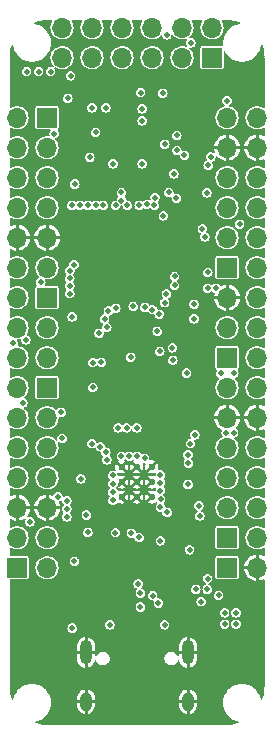
<source format=gbr>
G04 #@! TF.GenerationSoftware,KiCad,Pcbnew,(6.0.5)*
G04 #@! TF.CreationDate,2022-08-24T15:32:52-07:00*
G04 #@! TF.ProjectId,pico-ice,7069636f-2d69-4636-952e-6b696361645f,REV1*
G04 #@! TF.SameCoordinates,Original*
G04 #@! TF.FileFunction,Copper,L2,Inr*
G04 #@! TF.FilePolarity,Positive*
%FSLAX46Y46*%
G04 Gerber Fmt 4.6, Leading zero omitted, Abs format (unit mm)*
G04 Created by KiCad (PCBNEW (6.0.5)) date 2022-08-24 15:32:52*
%MOMM*%
%LPD*%
G01*
G04 APERTURE LIST*
G04 #@! TA.AperFunction,ComponentPad*
%ADD10R,1.700000X1.700000*%
G04 #@! TD*
G04 #@! TA.AperFunction,ComponentPad*
%ADD11O,1.700000X1.700000*%
G04 #@! TD*
G04 #@! TA.AperFunction,ComponentPad*
%ADD12O,1.000000X2.100000*%
G04 #@! TD*
G04 #@! TA.AperFunction,ComponentPad*
%ADD13O,1.000000X1.600000*%
G04 #@! TD*
G04 #@! TA.AperFunction,ComponentPad*
%ADD14C,0.600000*%
G04 #@! TD*
G04 #@! TA.AperFunction,ViaPad*
%ADD15C,0.508000*%
G04 #@! TD*
G04 APERTURE END LIST*
D10*
X62230000Y-120650000D03*
D11*
X64770000Y-120650000D03*
D10*
X80010000Y-102870000D03*
D11*
X82550000Y-102870000D03*
X80010000Y-100330000D03*
X82550000Y-100330000D03*
X80010000Y-97790000D03*
X82550000Y-97790000D03*
D10*
X64770000Y-82550000D03*
D11*
X64770000Y-85090000D03*
X64770000Y-87630000D03*
X64770000Y-90170000D03*
X64770000Y-92710000D03*
X64770000Y-95250000D03*
X62230000Y-82550000D03*
X62230000Y-85090000D03*
X62230000Y-87630000D03*
X62230000Y-90170000D03*
X62230000Y-92710000D03*
X62230000Y-95250000D03*
D10*
X80010000Y-120650000D03*
D11*
X82550000Y-120650000D03*
D12*
X76710000Y-127807000D03*
D13*
X68070000Y-131987000D03*
X76710000Y-131987000D03*
D12*
X68070000Y-127807000D03*
D10*
X80010000Y-118110000D03*
D11*
X80010000Y-115570000D03*
X80010000Y-113030000D03*
X80010000Y-110490000D03*
X80010000Y-107950000D03*
X80010000Y-105410000D03*
X82550000Y-118110000D03*
X82550000Y-115570000D03*
X82550000Y-113030000D03*
X82550000Y-110490000D03*
X82550000Y-107950000D03*
X82550000Y-105410000D03*
D10*
X78740000Y-77470000D03*
D11*
X76200000Y-77470000D03*
X73660000Y-77470000D03*
X71120000Y-77470000D03*
X68580000Y-77470000D03*
X66040000Y-77470000D03*
X78740000Y-74930000D03*
X76200000Y-74930000D03*
X73660000Y-74930000D03*
X71120000Y-74930000D03*
X68580000Y-74930000D03*
X66040000Y-74930000D03*
D10*
X80010000Y-95250000D03*
D11*
X80010000Y-92710000D03*
X80010000Y-90170000D03*
X80010000Y-87630000D03*
X80010000Y-85090000D03*
X80010000Y-82550000D03*
X82550000Y-95250000D03*
X82550000Y-92710000D03*
X82550000Y-90170000D03*
X82550000Y-87630000D03*
X82550000Y-85090000D03*
X82550000Y-82550000D03*
D10*
X64770000Y-105410000D03*
D11*
X64770000Y-107950000D03*
X64770000Y-110490000D03*
X64770000Y-113030000D03*
X64770000Y-115570000D03*
X64770000Y-118110000D03*
X62230000Y-105410000D03*
X62230000Y-107950000D03*
X62230000Y-110490000D03*
X62230000Y-113030000D03*
X62230000Y-115570000D03*
X62230000Y-118110000D03*
D14*
X72364600Y-113385600D03*
X73639600Y-114660600D03*
X71089600Y-112110600D03*
X72364600Y-114660600D03*
X71089600Y-114660600D03*
X71089600Y-113385600D03*
X73639600Y-113385600D03*
X72364600Y-112110600D03*
X73639600Y-112110600D03*
D10*
X64770000Y-97790000D03*
D11*
X62230000Y-97790000D03*
X64770000Y-100330000D03*
X62230000Y-100330000D03*
X64770000Y-102870000D03*
X62230000Y-102870000D03*
D15*
X69723000Y-79375000D03*
X78130400Y-93370400D03*
X72517000Y-93472000D03*
X67945000Y-83464400D03*
X79705200Y-79832200D03*
X66954400Y-122783600D03*
X72517000Y-95504000D03*
X72517000Y-94488000D03*
X75184000Y-118465600D03*
X66217800Y-83566000D03*
X73406000Y-95504000D03*
X63042800Y-126111000D03*
X78841600Y-126796800D03*
X66832836Y-113162436D03*
X78054200Y-82321400D03*
X63042800Y-123215400D03*
X67310000Y-100584000D03*
X81864200Y-127558800D03*
X66344800Y-119278400D03*
X73406000Y-94488000D03*
X72517000Y-96520000D03*
X70840600Y-107213400D03*
X68453000Y-89204800D03*
X76123800Y-124561600D03*
X72136000Y-86182200D03*
X77012800Y-112979200D03*
X73406000Y-96520000D03*
X78155800Y-85217000D03*
X69977000Y-82499200D03*
X80772000Y-125425200D03*
X77292200Y-109397800D03*
X76913791Y-110136991D03*
X79806800Y-125425200D03*
X76581000Y-104165400D03*
X79476600Y-104190800D03*
X80772000Y-124460000D03*
X79936652Y-109211979D03*
X80568800Y-109220000D03*
X79806800Y-124460000D03*
X80594200Y-104190800D03*
X68656200Y-105384600D03*
X68097900Y-116182200D03*
X80010000Y-81102200D03*
X67640200Y-113131600D03*
X72694800Y-80416400D03*
X73914000Y-89306400D03*
X71069200Y-88874600D03*
X72364600Y-108813600D03*
X77698600Y-116255800D03*
X71907400Y-117729000D03*
X72821800Y-82804000D03*
X67132200Y-88163400D03*
X68656200Y-103276400D03*
X74091800Y-100634800D03*
X78308200Y-88900000D03*
X76835000Y-119126000D03*
X78130400Y-92633800D03*
X67081400Y-120116600D03*
X66520379Y-80905586D03*
X70561200Y-117678200D03*
X72567800Y-118084600D03*
X71501000Y-108813600D03*
X71069200Y-111201200D03*
X71729600Y-111201200D03*
X78359000Y-121564400D03*
X74723700Y-125476000D03*
X70078600Y-125476000D03*
X72491600Y-122021600D03*
X72669400Y-122809000D03*
X72669400Y-123977400D03*
X77368400Y-122478800D03*
X78333600Y-122478800D03*
X72821800Y-86461600D03*
X74269600Y-99187000D03*
X70586600Y-98679000D03*
X71565700Y-89966800D03*
X74752200Y-84785200D03*
X75768200Y-85318600D03*
X75768200Y-84048600D03*
X74574400Y-80467200D03*
X63042800Y-78638400D03*
X68224400Y-117652800D03*
X62966600Y-101346500D03*
X75413100Y-103073200D03*
X63322200Y-116763800D03*
X70789800Y-108813600D03*
X66903600Y-125755400D03*
X70332600Y-112826800D03*
X66903600Y-99415600D03*
X68905797Y-89966800D03*
X64236600Y-96469200D03*
X66040000Y-109702600D03*
X66446400Y-114960400D03*
X72059800Y-98526600D03*
X77622400Y-115392200D03*
X66763053Y-78993500D03*
X79044800Y-96977200D03*
X70358000Y-86461600D03*
X75565000Y-95991500D03*
X64058800Y-78638400D03*
X68402200Y-85902800D03*
X75514200Y-87299800D03*
X68580000Y-81711800D03*
X76403200Y-85725000D03*
X74727300Y-98211094D03*
X69748400Y-81711800D03*
X75082400Y-88874600D03*
X74879200Y-97459800D03*
X65074800Y-78638400D03*
X72821800Y-81788000D03*
X68884800Y-83794600D03*
X65963800Y-107492800D03*
X67538600Y-89966800D03*
X70358000Y-113538000D03*
X74371200Y-118364000D03*
X73710800Y-123012200D03*
X70358000Y-114261204D03*
X70358000Y-114935000D03*
X74193400Y-123647200D03*
X73050400Y-98602800D03*
X78359000Y-96977200D03*
X74371200Y-115519200D03*
X62712600Y-106680000D03*
X71856600Y-102819200D03*
X74930000Y-115951000D03*
X75565000Y-96748600D03*
X75717400Y-89357200D03*
X76708000Y-113588800D03*
X76936600Y-76200000D03*
X74904600Y-75539600D03*
X77216000Y-98348800D03*
X78391664Y-95649136D03*
X73232080Y-89893185D03*
X74380977Y-114856965D03*
X74625200Y-90855800D03*
X74371200Y-114122200D03*
X74371200Y-113461800D03*
X81076800Y-91567000D03*
X74371200Y-112801400D03*
X76733400Y-111785400D03*
X77216000Y-99568000D03*
X73863200Y-89966800D03*
X77927200Y-91948000D03*
X76703300Y-111099600D03*
X73025000Y-111379000D03*
X78638400Y-85877400D03*
X72390000Y-111201200D03*
X78409800Y-86563200D03*
X69824600Y-111506000D03*
X69743492Y-110872776D03*
X69265800Y-110388400D03*
X68554600Y-110134400D03*
X79298800Y-122986800D03*
X66446400Y-115671600D03*
X66446400Y-116332000D03*
X77825600Y-123520200D03*
X69176017Y-100806081D03*
X65379600Y-83896200D03*
X69646800Y-99593400D03*
X69968216Y-98903062D03*
X69824600Y-100304600D03*
X69367400Y-103251000D03*
X74320400Y-102336600D03*
X75392636Y-102026364D03*
X73693307Y-98799116D03*
X72580700Y-89966800D03*
X71073200Y-89566755D03*
X70580700Y-89966800D03*
X69540300Y-89966800D03*
X68224400Y-89966800D03*
X66878200Y-89966800D03*
X61899800Y-101650800D03*
X67056000Y-94991500D03*
X66699420Y-95516326D03*
X66699420Y-96150829D03*
X66699420Y-96785332D03*
X66699420Y-97434400D03*
X65684400Y-114655600D03*
G04 #@! TA.AperFunction,Conductor*
G36*
X65194476Y-74313093D02*
G01*
X65220196Y-74357642D01*
X65212036Y-74406928D01*
X65137198Y-74543058D01*
X65079234Y-74725783D01*
X65057866Y-74916286D01*
X65058174Y-74919954D01*
X65058174Y-74919957D01*
X65061496Y-74959515D01*
X65073907Y-75107311D01*
X65126746Y-75291583D01*
X65214370Y-75462082D01*
X65333443Y-75612314D01*
X65336237Y-75614691D01*
X65336238Y-75614693D01*
X65433242Y-75697250D01*
X65479428Y-75736557D01*
X65482630Y-75738346D01*
X65482632Y-75738348D01*
X65643554Y-75828285D01*
X65643559Y-75828287D01*
X65646765Y-75830079D01*
X65829081Y-75889317D01*
X65898460Y-75897590D01*
X66015772Y-75911579D01*
X66015774Y-75911579D01*
X66019430Y-75912015D01*
X66210562Y-75897308D01*
X66345953Y-75859506D01*
X66391654Y-75846746D01*
X66391656Y-75846745D01*
X66395199Y-75845756D01*
X66528268Y-75778538D01*
X66563021Y-75760983D01*
X66563022Y-75760982D01*
X66566305Y-75759324D01*
X66593153Y-75738348D01*
X66714467Y-75643568D01*
X66714472Y-75643563D01*
X66717365Y-75641303D01*
X66842624Y-75496189D01*
X66937312Y-75329509D01*
X66986077Y-75182916D01*
X66996659Y-75151106D01*
X66996660Y-75151103D01*
X66997821Y-75147612D01*
X67021847Y-74957425D01*
X67022230Y-74930000D01*
X67022025Y-74927907D01*
X67003884Y-74742884D01*
X67003883Y-74742879D01*
X67003524Y-74739217D01*
X66948117Y-74555701D01*
X66868521Y-74406003D01*
X66861362Y-74355065D01*
X66888621Y-74311442D01*
X66934919Y-74295500D01*
X67686138Y-74295500D01*
X67734476Y-74313093D01*
X67760196Y-74357642D01*
X67752036Y-74406928D01*
X67677198Y-74543058D01*
X67619234Y-74725783D01*
X67597866Y-74916286D01*
X67598174Y-74919954D01*
X67598174Y-74919957D01*
X67601496Y-74959515D01*
X67613907Y-75107311D01*
X67666746Y-75291583D01*
X67754370Y-75462082D01*
X67873443Y-75612314D01*
X67876237Y-75614691D01*
X67876238Y-75614693D01*
X67973242Y-75697250D01*
X68019428Y-75736557D01*
X68022630Y-75738346D01*
X68022632Y-75738348D01*
X68183554Y-75828285D01*
X68183559Y-75828287D01*
X68186765Y-75830079D01*
X68369081Y-75889317D01*
X68438460Y-75897590D01*
X68555772Y-75911579D01*
X68555774Y-75911579D01*
X68559430Y-75912015D01*
X68750562Y-75897308D01*
X68885953Y-75859506D01*
X68931654Y-75846746D01*
X68931656Y-75846745D01*
X68935199Y-75845756D01*
X69068268Y-75778538D01*
X69103021Y-75760983D01*
X69103022Y-75760982D01*
X69106305Y-75759324D01*
X69133153Y-75738348D01*
X69254467Y-75643568D01*
X69254472Y-75643563D01*
X69257365Y-75641303D01*
X69382624Y-75496189D01*
X69477312Y-75329509D01*
X69526077Y-75182916D01*
X69536659Y-75151106D01*
X69536660Y-75151103D01*
X69537821Y-75147612D01*
X69561847Y-74957425D01*
X69562230Y-74930000D01*
X69562025Y-74927907D01*
X69543884Y-74742884D01*
X69543883Y-74742879D01*
X69543524Y-74739217D01*
X69488117Y-74555701D01*
X69408521Y-74406003D01*
X69401362Y-74355065D01*
X69428621Y-74311442D01*
X69474919Y-74295500D01*
X70226138Y-74295500D01*
X70274476Y-74313093D01*
X70300196Y-74357642D01*
X70292036Y-74406928D01*
X70217198Y-74543058D01*
X70159234Y-74725783D01*
X70137866Y-74916286D01*
X70138174Y-74919954D01*
X70138174Y-74919957D01*
X70141496Y-74959515D01*
X70153907Y-75107311D01*
X70206746Y-75291583D01*
X70294370Y-75462082D01*
X70413443Y-75612314D01*
X70416237Y-75614691D01*
X70416238Y-75614693D01*
X70513242Y-75697250D01*
X70559428Y-75736557D01*
X70562630Y-75738346D01*
X70562632Y-75738348D01*
X70723554Y-75828285D01*
X70723559Y-75828287D01*
X70726765Y-75830079D01*
X70909081Y-75889317D01*
X70978460Y-75897590D01*
X71095772Y-75911579D01*
X71095774Y-75911579D01*
X71099430Y-75912015D01*
X71290562Y-75897308D01*
X71425953Y-75859506D01*
X71471654Y-75846746D01*
X71471656Y-75846745D01*
X71475199Y-75845756D01*
X71608268Y-75778538D01*
X71643021Y-75760983D01*
X71643022Y-75760982D01*
X71646305Y-75759324D01*
X71673153Y-75738348D01*
X71794467Y-75643568D01*
X71794472Y-75643563D01*
X71797365Y-75641303D01*
X71922624Y-75496189D01*
X72017312Y-75329509D01*
X72066077Y-75182916D01*
X72076659Y-75151106D01*
X72076660Y-75151103D01*
X72077821Y-75147612D01*
X72101847Y-74957425D01*
X72102230Y-74930000D01*
X72102025Y-74927907D01*
X72083884Y-74742884D01*
X72083883Y-74742879D01*
X72083524Y-74739217D01*
X72028117Y-74555701D01*
X71948521Y-74406003D01*
X71941362Y-74355065D01*
X71968621Y-74311442D01*
X72014919Y-74295500D01*
X72766138Y-74295500D01*
X72814476Y-74313093D01*
X72840196Y-74357642D01*
X72832036Y-74406928D01*
X72757198Y-74543058D01*
X72699234Y-74725783D01*
X72677866Y-74916286D01*
X72678174Y-74919954D01*
X72678174Y-74919957D01*
X72681496Y-74959515D01*
X72693907Y-75107311D01*
X72746746Y-75291583D01*
X72834370Y-75462082D01*
X72953443Y-75612314D01*
X72956237Y-75614691D01*
X72956238Y-75614693D01*
X73053242Y-75697250D01*
X73099428Y-75736557D01*
X73102630Y-75738346D01*
X73102632Y-75738348D01*
X73263554Y-75828285D01*
X73263559Y-75828287D01*
X73266765Y-75830079D01*
X73449081Y-75889317D01*
X73518460Y-75897590D01*
X73635772Y-75911579D01*
X73635774Y-75911579D01*
X73639430Y-75912015D01*
X73830562Y-75897308D01*
X73965953Y-75859506D01*
X74011654Y-75846746D01*
X74011656Y-75846745D01*
X74015199Y-75845756D01*
X74148268Y-75778538D01*
X74183021Y-75760983D01*
X74183022Y-75760982D01*
X74186305Y-75759324D01*
X74213153Y-75738348D01*
X74334467Y-75643568D01*
X74334472Y-75643563D01*
X74337365Y-75641303D01*
X74380928Y-75590834D01*
X74425832Y-75565738D01*
X74476361Y-75575377D01*
X74508872Y-75615240D01*
X74512129Y-75628207D01*
X74517991Y-75665217D01*
X74520678Y-75670490D01*
X74560519Y-75748682D01*
X74575731Y-75778538D01*
X74665662Y-75868469D01*
X74670938Y-75871157D01*
X74670939Y-75871158D01*
X74704347Y-75888180D01*
X74778983Y-75926209D01*
X74904600Y-75946105D01*
X75030217Y-75926209D01*
X75104853Y-75888180D01*
X75138261Y-75871158D01*
X75138262Y-75871157D01*
X75143538Y-75868469D01*
X75233469Y-75778538D01*
X75248682Y-75748682D01*
X75288522Y-75670490D01*
X75291209Y-75665217D01*
X75305076Y-75577667D01*
X75330015Y-75532677D01*
X75378038Y-75514242D01*
X75426675Y-75530990D01*
X75438284Y-75542721D01*
X75493443Y-75612314D01*
X75496237Y-75614691D01*
X75496238Y-75614693D01*
X75593242Y-75697250D01*
X75639428Y-75736557D01*
X75642630Y-75738346D01*
X75642632Y-75738348D01*
X75803554Y-75828285D01*
X75803559Y-75828287D01*
X75806765Y-75830079D01*
X75989081Y-75889317D01*
X76058460Y-75897590D01*
X76175772Y-75911579D01*
X76175774Y-75911579D01*
X76179430Y-75912015D01*
X76370562Y-75897308D01*
X76505802Y-75859548D01*
X76519939Y-75855601D01*
X76571227Y-75859548D01*
X76607980Y-75895538D01*
X76612999Y-75946732D01*
X76607166Y-75962171D01*
X76549991Y-76074383D01*
X76530095Y-76200000D01*
X76549991Y-76325617D01*
X76552678Y-76330890D01*
X76607731Y-76438938D01*
X76605053Y-76440303D01*
X76616088Y-76478810D01*
X76595159Y-76525799D01*
X76548921Y-76548342D01*
X76518837Y-76545390D01*
X76397505Y-76507832D01*
X76257302Y-76493096D01*
X76210512Y-76488178D01*
X76210510Y-76488178D01*
X76206857Y-76487794D01*
X76015948Y-76505168D01*
X75935419Y-76528869D01*
X75835579Y-76558253D01*
X75835576Y-76558254D01*
X75832050Y-76559292D01*
X75828792Y-76560995D01*
X75828790Y-76560996D01*
X75732880Y-76611137D01*
X75662167Y-76648105D01*
X75659299Y-76650411D01*
X75556109Y-76733378D01*
X75512770Y-76768223D01*
X75389549Y-76915072D01*
X75297198Y-77083058D01*
X75239234Y-77265783D01*
X75217866Y-77456286D01*
X75218174Y-77459954D01*
X75218174Y-77459957D01*
X75233599Y-77643644D01*
X75233907Y-77647311D01*
X75286746Y-77831583D01*
X75374370Y-78002082D01*
X75493443Y-78152314D01*
X75496237Y-78154691D01*
X75496238Y-78154693D01*
X75527505Y-78181303D01*
X75639428Y-78276557D01*
X75642630Y-78278346D01*
X75642632Y-78278348D01*
X75803554Y-78368285D01*
X75803559Y-78368287D01*
X75806765Y-78370079D01*
X75989081Y-78429317D01*
X76058460Y-78437590D01*
X76175772Y-78451579D01*
X76175774Y-78451579D01*
X76179430Y-78452015D01*
X76370562Y-78437308D01*
X76521117Y-78395272D01*
X76551654Y-78386746D01*
X76551656Y-78386745D01*
X76555199Y-78385756D01*
X76726305Y-78299324D01*
X76748086Y-78282307D01*
X76874467Y-78183568D01*
X76874472Y-78183563D01*
X76877365Y-78181303D01*
X77002624Y-78036189D01*
X77097312Y-77869509D01*
X77127566Y-77778561D01*
X77156659Y-77691106D01*
X77156660Y-77691103D01*
X77157821Y-77687612D01*
X77181847Y-77497425D01*
X77182230Y-77470000D01*
X77181515Y-77462710D01*
X77163884Y-77282884D01*
X77163883Y-77282879D01*
X77163524Y-77279217D01*
X77108117Y-77095701D01*
X77018120Y-76926442D01*
X77011476Y-76918295D01*
X76914189Y-76799010D01*
X76896962Y-76777887D01*
X76843158Y-76733377D01*
X76817129Y-76689011D01*
X76825707Y-76638291D01*
X76864880Y-76604952D01*
X76902856Y-76601161D01*
X76930752Y-76605579D01*
X76930754Y-76605579D01*
X76936600Y-76606505D01*
X77062217Y-76586609D01*
X77175538Y-76528869D01*
X77265469Y-76438938D01*
X77323209Y-76325617D01*
X77343105Y-76200000D01*
X77323209Y-76074383D01*
X77265469Y-75961062D01*
X77175538Y-75871131D01*
X77162091Y-75864279D01*
X77091448Y-75828285D01*
X77062217Y-75813391D01*
X76936600Y-75793495D01*
X76905172Y-75798473D01*
X76854678Y-75788658D01*
X76822305Y-75748682D01*
X76823203Y-75697250D01*
X76847110Y-75664941D01*
X76874466Y-75643568D01*
X76877365Y-75641303D01*
X77002624Y-75496189D01*
X77097312Y-75329509D01*
X77146077Y-75182916D01*
X77156659Y-75151106D01*
X77156660Y-75151103D01*
X77157821Y-75147612D01*
X77181847Y-74957425D01*
X77182230Y-74930000D01*
X77182025Y-74927907D01*
X77163884Y-74742884D01*
X77163883Y-74742879D01*
X77163524Y-74739217D01*
X77108117Y-74555701D01*
X77028521Y-74406003D01*
X77021362Y-74355065D01*
X77048621Y-74311442D01*
X77094919Y-74295500D01*
X77846138Y-74295500D01*
X77894476Y-74313093D01*
X77920196Y-74357642D01*
X77912036Y-74406928D01*
X77837198Y-74543058D01*
X77779234Y-74725783D01*
X77757866Y-74916286D01*
X77758174Y-74919954D01*
X77758174Y-74919957D01*
X77761496Y-74959515D01*
X77773907Y-75107311D01*
X77826746Y-75291583D01*
X77914370Y-75462082D01*
X78033443Y-75612314D01*
X78036237Y-75614691D01*
X78036238Y-75614693D01*
X78133242Y-75697250D01*
X78179428Y-75736557D01*
X78182630Y-75738346D01*
X78182632Y-75738348D01*
X78343554Y-75828285D01*
X78343559Y-75828287D01*
X78346765Y-75830079D01*
X78529081Y-75889317D01*
X78598460Y-75897590D01*
X78715772Y-75911579D01*
X78715774Y-75911579D01*
X78719430Y-75912015D01*
X78910562Y-75897308D01*
X79045953Y-75859506D01*
X79091654Y-75846746D01*
X79091656Y-75846745D01*
X79095199Y-75845756D01*
X79228268Y-75778538D01*
X79263021Y-75760983D01*
X79263022Y-75760982D01*
X79266305Y-75759324D01*
X79293153Y-75738348D01*
X79414467Y-75643568D01*
X79414472Y-75643563D01*
X79417365Y-75641303D01*
X79542624Y-75496189D01*
X79637312Y-75329509D01*
X79686077Y-75182916D01*
X79696659Y-75151106D01*
X79696660Y-75151103D01*
X79697821Y-75147612D01*
X79721847Y-74957425D01*
X79722230Y-74930000D01*
X79722025Y-74927907D01*
X79703884Y-74742884D01*
X79703883Y-74742879D01*
X79703524Y-74739217D01*
X79648117Y-74555701D01*
X79568521Y-74406003D01*
X79561362Y-74355065D01*
X79588621Y-74311442D01*
X79634919Y-74295500D01*
X79968439Y-74295500D01*
X79977148Y-74296006D01*
X80012793Y-74300162D01*
X80017289Y-74299598D01*
X80017290Y-74299598D01*
X80037104Y-74297112D01*
X80049361Y-74296583D01*
X80347819Y-74308084D01*
X80355800Y-74308819D01*
X80640888Y-74350510D01*
X80677017Y-74355794D01*
X80684879Y-74357376D01*
X80999264Y-74438291D01*
X81006913Y-74440702D01*
X81067679Y-74463478D01*
X81106767Y-74496917D01*
X81115216Y-74547658D01*
X81089072Y-74591959D01*
X81047186Y-74608862D01*
X81035600Y-74609774D01*
X81031172Y-74610122D01*
X81031171Y-74610122D01*
X81028225Y-74610354D01*
X81025351Y-74611044D01*
X80785530Y-74668620D01*
X80785526Y-74668621D01*
X80782649Y-74669312D01*
X80779920Y-74670442D01*
X80779915Y-74670444D01*
X80654780Y-74722277D01*
X80549320Y-74765960D01*
X80546798Y-74767505D01*
X80546795Y-74767507D01*
X80385941Y-74866079D01*
X80333983Y-74897919D01*
X80141939Y-75061939D01*
X79977919Y-75253983D01*
X79976373Y-75256506D01*
X79848629Y-75464965D01*
X79845960Y-75469320D01*
X79819717Y-75532677D01*
X79762633Y-75670490D01*
X79749312Y-75702649D01*
X79748621Y-75705526D01*
X79748620Y-75705530D01*
X79714955Y-75845756D01*
X79690354Y-75948225D01*
X79670539Y-76200000D01*
X79670771Y-76202948D01*
X79687252Y-76412358D01*
X79673505Y-76461927D01*
X79631113Y-76491063D01*
X79605374Y-76493060D01*
X79602558Y-76492500D01*
X77877442Y-76492500D01*
X77840252Y-76499898D01*
X77798078Y-76528078D01*
X77769898Y-76570252D01*
X77762500Y-76607442D01*
X77762500Y-78332558D01*
X77769898Y-78369748D01*
X77798078Y-78411922D01*
X77840252Y-78440102D01*
X77877442Y-78447500D01*
X79602558Y-78447500D01*
X79639748Y-78440102D01*
X79681922Y-78411922D01*
X79710102Y-78369748D01*
X79717500Y-78332558D01*
X79717500Y-76987691D01*
X79735093Y-76939353D01*
X79779642Y-76913633D01*
X79830300Y-76922566D01*
X79856818Y-76948399D01*
X79977919Y-77146017D01*
X80141939Y-77338061D01*
X80333983Y-77502081D01*
X80385941Y-77533921D01*
X80546795Y-77632493D01*
X80546798Y-77632495D01*
X80549320Y-77634040D01*
X80625105Y-77665431D01*
X80779915Y-77729556D01*
X80779920Y-77729558D01*
X80782649Y-77730688D01*
X80785526Y-77731379D01*
X80785530Y-77731380D01*
X81019125Y-77787461D01*
X81028225Y-77789646D01*
X81031169Y-77789878D01*
X81031171Y-77789878D01*
X81215486Y-77804384D01*
X81215494Y-77804384D01*
X81216964Y-77804500D01*
X81343036Y-77804500D01*
X81344506Y-77804384D01*
X81344514Y-77804384D01*
X81528829Y-77789878D01*
X81528831Y-77789878D01*
X81531775Y-77789646D01*
X81540875Y-77787461D01*
X81774470Y-77731380D01*
X81774474Y-77731379D01*
X81777351Y-77730688D01*
X81780080Y-77729558D01*
X81780085Y-77729556D01*
X81934895Y-77665431D01*
X82010680Y-77634040D01*
X82013202Y-77632495D01*
X82013205Y-77632493D01*
X82174059Y-77533921D01*
X82226017Y-77502081D01*
X82418061Y-77338061D01*
X82582081Y-77146017D01*
X82714040Y-76930680D01*
X82766934Y-76802983D01*
X82809556Y-76700085D01*
X82809558Y-76700080D01*
X82810688Y-76697351D01*
X82812691Y-76689011D01*
X82868956Y-76454649D01*
X82869646Y-76451775D01*
X82871138Y-76432815D01*
X82892469Y-76386006D01*
X82938897Y-76363860D01*
X82988699Y-76376739D01*
X83016522Y-76412321D01*
X83039298Y-76473087D01*
X83041709Y-76480736D01*
X83122624Y-76795121D01*
X83124206Y-76802983D01*
X83167529Y-77099222D01*
X83171181Y-77124197D01*
X83171916Y-77132183D01*
X83183153Y-77423802D01*
X83182412Y-77437618D01*
X83181638Y-77442896D01*
X83180037Y-77453801D01*
X83181783Y-77472099D01*
X83184160Y-77497015D01*
X83184500Y-77504157D01*
X83184500Y-81655636D01*
X83166907Y-81703974D01*
X83122358Y-81729694D01*
X83073534Y-81721786D01*
X82930629Y-81644518D01*
X82812910Y-81608078D01*
X82751018Y-81588919D01*
X82751014Y-81588918D01*
X82747505Y-81587832D01*
X82608491Y-81573221D01*
X82560512Y-81568178D01*
X82560510Y-81568178D01*
X82556857Y-81567794D01*
X82365948Y-81585168D01*
X82273999Y-81612230D01*
X82185579Y-81638253D01*
X82185576Y-81638254D01*
X82182050Y-81639292D01*
X82178792Y-81640995D01*
X82178790Y-81640996D01*
X82024254Y-81721786D01*
X82012167Y-81728105D01*
X82009299Y-81730411D01*
X81869652Y-81842690D01*
X81862770Y-81848223D01*
X81739549Y-81995072D01*
X81737778Y-81998294D01*
X81737777Y-81998295D01*
X81684216Y-82095722D01*
X81647198Y-82163058D01*
X81589234Y-82345783D01*
X81567866Y-82536286D01*
X81568174Y-82539954D01*
X81568174Y-82539957D01*
X81579798Y-82678383D01*
X81583907Y-82727311D01*
X81636746Y-82911583D01*
X81724370Y-83082082D01*
X81843443Y-83232314D01*
X81846237Y-83234691D01*
X81846238Y-83234693D01*
X81943441Y-83317419D01*
X81989428Y-83356557D01*
X81992630Y-83358346D01*
X81992632Y-83358348D01*
X82153554Y-83448285D01*
X82153559Y-83448287D01*
X82156765Y-83450079D01*
X82339081Y-83509317D01*
X82408460Y-83517590D01*
X82525772Y-83531579D01*
X82525774Y-83531579D01*
X82529430Y-83532015D01*
X82720562Y-83517308D01*
X82890282Y-83469921D01*
X82901654Y-83466746D01*
X82901656Y-83466745D01*
X82905199Y-83465756D01*
X83075394Y-83379784D01*
X83126472Y-83373693D01*
X83169515Y-83401859D01*
X83184500Y-83446906D01*
X83184500Y-84048496D01*
X83166907Y-84096834D01*
X83122358Y-84122554D01*
X83069172Y-84112095D01*
X83056264Y-84103950D01*
X83050158Y-84100839D01*
X82868093Y-84028204D01*
X82861517Y-84026256D01*
X82690005Y-83992140D01*
X82679321Y-83993784D01*
X82677028Y-83996400D01*
X82677000Y-83996548D01*
X82677000Y-86173951D01*
X82680697Y-86184108D01*
X82684249Y-86186159D01*
X82805413Y-86168591D01*
X82812098Y-86166986D01*
X82997698Y-86103983D01*
X83003966Y-86101192D01*
X83072556Y-86062780D01*
X83123327Y-86054512D01*
X83167534Y-86080813D01*
X83184500Y-86128392D01*
X83184500Y-86735636D01*
X83166907Y-86783974D01*
X83122358Y-86809694D01*
X83073534Y-86801786D01*
X82930629Y-86724518D01*
X82885465Y-86710538D01*
X82751018Y-86668919D01*
X82751014Y-86668918D01*
X82747505Y-86667832D01*
X82615514Y-86653959D01*
X82560512Y-86648178D01*
X82560510Y-86648178D01*
X82556857Y-86647794D01*
X82365948Y-86665168D01*
X82273999Y-86692230D01*
X82185579Y-86718253D01*
X82185576Y-86718254D01*
X82182050Y-86719292D01*
X82178792Y-86720995D01*
X82178790Y-86720996D01*
X82015566Y-86806328D01*
X82012167Y-86808105D01*
X82009299Y-86810411D01*
X81882618Y-86912265D01*
X81862770Y-86928223D01*
X81739549Y-87075072D01*
X81647198Y-87243058D01*
X81589234Y-87425783D01*
X81567866Y-87616286D01*
X81568174Y-87619954D01*
X81568174Y-87619957D01*
X81571496Y-87659515D01*
X81583907Y-87807311D01*
X81636746Y-87991583D01*
X81724370Y-88162082D01*
X81843443Y-88312314D01*
X81846237Y-88314691D01*
X81846238Y-88314693D01*
X81943020Y-88397061D01*
X81989428Y-88436557D01*
X81992630Y-88438346D01*
X81992632Y-88438348D01*
X82153554Y-88528285D01*
X82153559Y-88528287D01*
X82156765Y-88530079D01*
X82339081Y-88589317D01*
X82408460Y-88597590D01*
X82525772Y-88611579D01*
X82525774Y-88611579D01*
X82529430Y-88612015D01*
X82720562Y-88597308D01*
X82855953Y-88559506D01*
X82901654Y-88546746D01*
X82901656Y-88546745D01*
X82905199Y-88545756D01*
X83075394Y-88459784D01*
X83126472Y-88453693D01*
X83169515Y-88481859D01*
X83184500Y-88526906D01*
X83184500Y-89275636D01*
X83166907Y-89323974D01*
X83122358Y-89349694D01*
X83073534Y-89341786D01*
X82930629Y-89264518D01*
X82885465Y-89250538D01*
X82751018Y-89208919D01*
X82751014Y-89208918D01*
X82747505Y-89207832D01*
X82615514Y-89193959D01*
X82560512Y-89188178D01*
X82560510Y-89188178D01*
X82556857Y-89187794D01*
X82365948Y-89205168D01*
X82285419Y-89228869D01*
X82185579Y-89258253D01*
X82185576Y-89258254D01*
X82182050Y-89259292D01*
X82178792Y-89260995D01*
X82178790Y-89260996D01*
X82024254Y-89341786D01*
X82012167Y-89348105D01*
X82009299Y-89350411D01*
X81893787Y-89443285D01*
X81862770Y-89468223D01*
X81792034Y-89552523D01*
X81755437Y-89596138D01*
X81739549Y-89615072D01*
X81737778Y-89618294D01*
X81737777Y-89618295D01*
X81683929Y-89716245D01*
X81647198Y-89783058D01*
X81589234Y-89965783D01*
X81567866Y-90156286D01*
X81568174Y-90159954D01*
X81568174Y-90159957D01*
X81579219Y-90291482D01*
X81583907Y-90347311D01*
X81636746Y-90531583D01*
X81724370Y-90702082D01*
X81843443Y-90852314D01*
X81846237Y-90854691D01*
X81846238Y-90854693D01*
X81943441Y-90937419D01*
X81989428Y-90976557D01*
X81992630Y-90978346D01*
X81992632Y-90978348D01*
X82153554Y-91068285D01*
X82153559Y-91068287D01*
X82156765Y-91070079D01*
X82339081Y-91129317D01*
X82408460Y-91137590D01*
X82525772Y-91151579D01*
X82525774Y-91151579D01*
X82529430Y-91152015D01*
X82720562Y-91137308D01*
X82858023Y-91098928D01*
X82901654Y-91086746D01*
X82901656Y-91086745D01*
X82905199Y-91085756D01*
X83075394Y-90999784D01*
X83126472Y-90993693D01*
X83169515Y-91021859D01*
X83184500Y-91066906D01*
X83184500Y-91815636D01*
X83166907Y-91863974D01*
X83122358Y-91889694D01*
X83073534Y-91881786D01*
X82930629Y-91804518D01*
X82885465Y-91790538D01*
X82751018Y-91748919D01*
X82751014Y-91748918D01*
X82747505Y-91747832D01*
X82615514Y-91733959D01*
X82560512Y-91728178D01*
X82560510Y-91728178D01*
X82556857Y-91727794D01*
X82365948Y-91745168D01*
X82273999Y-91772230D01*
X82185579Y-91798253D01*
X82185576Y-91798254D01*
X82182050Y-91799292D01*
X82178792Y-91800995D01*
X82178790Y-91800996D01*
X82058325Y-91863974D01*
X82012167Y-91888105D01*
X82009299Y-91890411D01*
X81905951Y-91973505D01*
X81862770Y-92008223D01*
X81739549Y-92155072D01*
X81737778Y-92158294D01*
X81737777Y-92158295D01*
X81648972Y-92319831D01*
X81647198Y-92323058D01*
X81589234Y-92505783D01*
X81567866Y-92696286D01*
X81568174Y-92699954D01*
X81568174Y-92699957D01*
X81579943Y-92840102D01*
X81583907Y-92887311D01*
X81636746Y-93071583D01*
X81724370Y-93242082D01*
X81843443Y-93392314D01*
X81846237Y-93394691D01*
X81846238Y-93394693D01*
X81943441Y-93477419D01*
X81989428Y-93516557D01*
X81992630Y-93518346D01*
X81992632Y-93518348D01*
X82153554Y-93608285D01*
X82153559Y-93608287D01*
X82156765Y-93610079D01*
X82339081Y-93669317D01*
X82443916Y-93681818D01*
X82525772Y-93691579D01*
X82525774Y-93691579D01*
X82529430Y-93692015D01*
X82720562Y-93677308D01*
X82855953Y-93639506D01*
X82901654Y-93626746D01*
X82901656Y-93626745D01*
X82905199Y-93625756D01*
X83075394Y-93539784D01*
X83126472Y-93533693D01*
X83169515Y-93561859D01*
X83184500Y-93606906D01*
X83184500Y-94355636D01*
X83166907Y-94403974D01*
X83122358Y-94429694D01*
X83073534Y-94421786D01*
X82930629Y-94344518D01*
X82812910Y-94308078D01*
X82751018Y-94288919D01*
X82751014Y-94288918D01*
X82747505Y-94287832D01*
X82608491Y-94273221D01*
X82560512Y-94268178D01*
X82560510Y-94268178D01*
X82556857Y-94267794D01*
X82365948Y-94285168D01*
X82273999Y-94312230D01*
X82185579Y-94338253D01*
X82185576Y-94338254D01*
X82182050Y-94339292D01*
X82178792Y-94340995D01*
X82178790Y-94340996D01*
X82024254Y-94421786D01*
X82012167Y-94428105D01*
X81862770Y-94548223D01*
X81739549Y-94695072D01*
X81737778Y-94698294D01*
X81737777Y-94698295D01*
X81648972Y-94859831D01*
X81647198Y-94863058D01*
X81589234Y-95045783D01*
X81567866Y-95236286D01*
X81568174Y-95239954D01*
X81568174Y-95239957D01*
X81575270Y-95324457D01*
X81583907Y-95427311D01*
X81636746Y-95611583D01*
X81724370Y-95782082D01*
X81843443Y-95932314D01*
X81846237Y-95934691D01*
X81846238Y-95934693D01*
X81919855Y-95997346D01*
X81989428Y-96056557D01*
X81992630Y-96058346D01*
X81992632Y-96058348D01*
X82153554Y-96148285D01*
X82153559Y-96148287D01*
X82156765Y-96150079D01*
X82339081Y-96209317D01*
X82408460Y-96217590D01*
X82525772Y-96231579D01*
X82525774Y-96231579D01*
X82529430Y-96232015D01*
X82720562Y-96217308D01*
X82855953Y-96179506D01*
X82901654Y-96166746D01*
X82901656Y-96166745D01*
X82905199Y-96165756D01*
X83075394Y-96079784D01*
X83126472Y-96073693D01*
X83169515Y-96101859D01*
X83184500Y-96146906D01*
X83184500Y-96895636D01*
X83166907Y-96943974D01*
X83122358Y-96969694D01*
X83073534Y-96961786D01*
X82930629Y-96884518D01*
X82878463Y-96868370D01*
X82751018Y-96828919D01*
X82751014Y-96828918D01*
X82747505Y-96827832D01*
X82608491Y-96813221D01*
X82560512Y-96808178D01*
X82560510Y-96808178D01*
X82556857Y-96807794D01*
X82365948Y-96825168D01*
X82276197Y-96851583D01*
X82185579Y-96878253D01*
X82185576Y-96878254D01*
X82182050Y-96879292D01*
X82178792Y-96880995D01*
X82178790Y-96880996D01*
X82024254Y-96961786D01*
X82012167Y-96968105D01*
X82009299Y-96970411D01*
X81881357Y-97073279D01*
X81862770Y-97088223D01*
X81807426Y-97154179D01*
X81755437Y-97216138D01*
X81739549Y-97235072D01*
X81737778Y-97238294D01*
X81737777Y-97238295D01*
X81648972Y-97399831D01*
X81647198Y-97403058D01*
X81589234Y-97585783D01*
X81567866Y-97776286D01*
X81568174Y-97779954D01*
X81568174Y-97779957D01*
X81579943Y-97920102D01*
X81583907Y-97967311D01*
X81619467Y-98091324D01*
X81634193Y-98142678D01*
X81636746Y-98151583D01*
X81724370Y-98322082D01*
X81843443Y-98472314D01*
X81846237Y-98474691D01*
X81846238Y-98474693D01*
X81922930Y-98539963D01*
X81989428Y-98596557D01*
X81992630Y-98598346D01*
X81992632Y-98598348D01*
X82153554Y-98688285D01*
X82153559Y-98688287D01*
X82156765Y-98690079D01*
X82339081Y-98749317D01*
X82408460Y-98757590D01*
X82525772Y-98771579D01*
X82525774Y-98771579D01*
X82529430Y-98772015D01*
X82720562Y-98757308D01*
X82855953Y-98719506D01*
X82901654Y-98706746D01*
X82901656Y-98706745D01*
X82905199Y-98705756D01*
X83075394Y-98619784D01*
X83126472Y-98613693D01*
X83169515Y-98641859D01*
X83184500Y-98686906D01*
X83184500Y-99435636D01*
X83166907Y-99483974D01*
X83122358Y-99509694D01*
X83073534Y-99501786D01*
X82930629Y-99424518D01*
X82864504Y-99404049D01*
X82751018Y-99368919D01*
X82751014Y-99368918D01*
X82747505Y-99367832D01*
X82606322Y-99352993D01*
X82560512Y-99348178D01*
X82560510Y-99348178D01*
X82556857Y-99347794D01*
X82365948Y-99365168D01*
X82273999Y-99392230D01*
X82185579Y-99418253D01*
X82185576Y-99418254D01*
X82182050Y-99419292D01*
X82178792Y-99420995D01*
X82178790Y-99420996D01*
X82024254Y-99501786D01*
X82012167Y-99508105D01*
X82009299Y-99510411D01*
X81905951Y-99593505D01*
X81862770Y-99628223D01*
X81739549Y-99775072D01*
X81737778Y-99778294D01*
X81737777Y-99778295D01*
X81648972Y-99939831D01*
X81647198Y-99943058D01*
X81635504Y-99979921D01*
X81608306Y-100065662D01*
X81589234Y-100125783D01*
X81567866Y-100316286D01*
X81568174Y-100319954D01*
X81568174Y-100319957D01*
X81577433Y-100430217D01*
X81583907Y-100507311D01*
X81618881Y-100629279D01*
X81633276Y-100679480D01*
X81636746Y-100691583D01*
X81724370Y-100862082D01*
X81843443Y-101012314D01*
X81846237Y-101014691D01*
X81846238Y-101014693D01*
X81943441Y-101097419D01*
X81989428Y-101136557D01*
X81992630Y-101138346D01*
X81992632Y-101138348D01*
X82153554Y-101228285D01*
X82153559Y-101228287D01*
X82156765Y-101230079D01*
X82339081Y-101289317D01*
X82443916Y-101301818D01*
X82525772Y-101311579D01*
X82525774Y-101311579D01*
X82529430Y-101312015D01*
X82720562Y-101297308D01*
X82855953Y-101259506D01*
X82901654Y-101246746D01*
X82901656Y-101246745D01*
X82905199Y-101245756D01*
X83075394Y-101159784D01*
X83126472Y-101153693D01*
X83169515Y-101181859D01*
X83184500Y-101226906D01*
X83184500Y-101975636D01*
X83166907Y-102023974D01*
X83122358Y-102049694D01*
X83073534Y-102041786D01*
X82930629Y-101964518D01*
X82832800Y-101934235D01*
X82751018Y-101908919D01*
X82751014Y-101908918D01*
X82747505Y-101907832D01*
X82608491Y-101893221D01*
X82560512Y-101888178D01*
X82560510Y-101888178D01*
X82556857Y-101887794D01*
X82365948Y-101905168D01*
X82281253Y-101930095D01*
X82185579Y-101958253D01*
X82185576Y-101958254D01*
X82182050Y-101959292D01*
X82178792Y-101960995D01*
X82178790Y-101960996D01*
X82042571Y-102032210D01*
X82012167Y-102048105D01*
X82009299Y-102050411D01*
X81876413Y-102157254D01*
X81862770Y-102168223D01*
X81739549Y-102315072D01*
X81737778Y-102318294D01*
X81737777Y-102318295D01*
X81675299Y-102431943D01*
X81647198Y-102483058D01*
X81622746Y-102560140D01*
X81617862Y-102575538D01*
X81589234Y-102665783D01*
X81567866Y-102856286D01*
X81568174Y-102859954D01*
X81568174Y-102859957D01*
X81582728Y-103033272D01*
X81583907Y-103047311D01*
X81593007Y-103079046D01*
X81635061Y-103225705D01*
X81636746Y-103231583D01*
X81638428Y-103234855D01*
X81638428Y-103234856D01*
X81646725Y-103251000D01*
X81724370Y-103402082D01*
X81843443Y-103552314D01*
X81846237Y-103554691D01*
X81846238Y-103554693D01*
X81940507Y-103634922D01*
X81989428Y-103676557D01*
X81992630Y-103678346D01*
X81992632Y-103678348D01*
X82153554Y-103768285D01*
X82153559Y-103768287D01*
X82156765Y-103770079D01*
X82160266Y-103771216D01*
X82160267Y-103771217D01*
X82199902Y-103784095D01*
X82339081Y-103829317D01*
X82408460Y-103837590D01*
X82525772Y-103851579D01*
X82525774Y-103851579D01*
X82529430Y-103852015D01*
X82720562Y-103837308D01*
X82855953Y-103799506D01*
X82901654Y-103786746D01*
X82901656Y-103786745D01*
X82905199Y-103785756D01*
X83075394Y-103699784D01*
X83126472Y-103693693D01*
X83169515Y-103721859D01*
X83184500Y-103766906D01*
X83184500Y-104515636D01*
X83166907Y-104563974D01*
X83122358Y-104589694D01*
X83073534Y-104581786D01*
X82930629Y-104504518D01*
X82883984Y-104490079D01*
X82751018Y-104448919D01*
X82751014Y-104448918D01*
X82747505Y-104447832D01*
X82608491Y-104433221D01*
X82560512Y-104428178D01*
X82560510Y-104428178D01*
X82556857Y-104427794D01*
X82365948Y-104445168D01*
X82273999Y-104472230D01*
X82185579Y-104498253D01*
X82185576Y-104498254D01*
X82182050Y-104499292D01*
X82178792Y-104500995D01*
X82178790Y-104500996D01*
X82024254Y-104581786D01*
X82012167Y-104588105D01*
X81862770Y-104708223D01*
X81739549Y-104855072D01*
X81737778Y-104858294D01*
X81737777Y-104858295D01*
X81661488Y-104997065D01*
X81647198Y-105023058D01*
X81635504Y-105059921D01*
X81608306Y-105145662D01*
X81589234Y-105205783D01*
X81567866Y-105396286D01*
X81568174Y-105399954D01*
X81568174Y-105399957D01*
X81571496Y-105439515D01*
X81583907Y-105587311D01*
X81636746Y-105771583D01*
X81724370Y-105942082D01*
X81843443Y-106092314D01*
X81846237Y-106094691D01*
X81846238Y-106094693D01*
X81939559Y-106174115D01*
X81989428Y-106216557D01*
X81992630Y-106218346D01*
X81992632Y-106218348D01*
X82153554Y-106308285D01*
X82153559Y-106308287D01*
X82156765Y-106310079D01*
X82339081Y-106369317D01*
X82408460Y-106377590D01*
X82525772Y-106391579D01*
X82525774Y-106391579D01*
X82529430Y-106392015D01*
X82720562Y-106377308D01*
X82855953Y-106339506D01*
X82901654Y-106326746D01*
X82901656Y-106326745D01*
X82905199Y-106325756D01*
X83075394Y-106239784D01*
X83126472Y-106233693D01*
X83169515Y-106261859D01*
X83184500Y-106306906D01*
X83184500Y-106908496D01*
X83166907Y-106956834D01*
X83122358Y-106982554D01*
X83069172Y-106972095D01*
X83056264Y-106963950D01*
X83050158Y-106960839D01*
X82868093Y-106888204D01*
X82861517Y-106886256D01*
X82690005Y-106852140D01*
X82679321Y-106853784D01*
X82677028Y-106856400D01*
X82677000Y-106856548D01*
X82677000Y-109033951D01*
X82680697Y-109044108D01*
X82684249Y-109046159D01*
X82805413Y-109028591D01*
X82812098Y-109026986D01*
X82997698Y-108963983D01*
X83003966Y-108961192D01*
X83072556Y-108922780D01*
X83123327Y-108914512D01*
X83167534Y-108940813D01*
X83184500Y-108988392D01*
X83184500Y-109595636D01*
X83166907Y-109643974D01*
X83122358Y-109669694D01*
X83073534Y-109661786D01*
X82930629Y-109584518D01*
X82885465Y-109570538D01*
X82751018Y-109528919D01*
X82751014Y-109528918D01*
X82747505Y-109527832D01*
X82615514Y-109513959D01*
X82560512Y-109508178D01*
X82560510Y-109508178D01*
X82556857Y-109507794D01*
X82365948Y-109525168D01*
X82285419Y-109548869D01*
X82185579Y-109578253D01*
X82185576Y-109578254D01*
X82182050Y-109579292D01*
X82178792Y-109580995D01*
X82178790Y-109580996D01*
X82024254Y-109661786D01*
X82012167Y-109668105D01*
X82009299Y-109670411D01*
X81867514Y-109784409D01*
X81862770Y-109788223D01*
X81739549Y-109935072D01*
X81737778Y-109938294D01*
X81737777Y-109938295D01*
X81654302Y-110090135D01*
X81647198Y-110103058D01*
X81639751Y-110126534D01*
X81596586Y-110262608D01*
X81589234Y-110285783D01*
X81567866Y-110476286D01*
X81568174Y-110479954D01*
X81568174Y-110479957D01*
X81573432Y-110542570D01*
X81583907Y-110667311D01*
X81636746Y-110851583D01*
X81724370Y-111022082D01*
X81843443Y-111172314D01*
X81846237Y-111174691D01*
X81846238Y-111174693D01*
X81932503Y-111248110D01*
X81989428Y-111296557D01*
X81992630Y-111298346D01*
X81992632Y-111298348D01*
X82153554Y-111388285D01*
X82153559Y-111388287D01*
X82156765Y-111390079D01*
X82339081Y-111449317D01*
X82408460Y-111457590D01*
X82525772Y-111471579D01*
X82525774Y-111471579D01*
X82529430Y-111472015D01*
X82720562Y-111457308D01*
X82855953Y-111419506D01*
X82901654Y-111406746D01*
X82901656Y-111406745D01*
X82905199Y-111405756D01*
X83075394Y-111319784D01*
X83126472Y-111313693D01*
X83169515Y-111341859D01*
X83184500Y-111386906D01*
X83184500Y-112135636D01*
X83166907Y-112183974D01*
X83122358Y-112209694D01*
X83073534Y-112201786D01*
X82930629Y-112124518D01*
X82855375Y-112101223D01*
X82751018Y-112068919D01*
X82751014Y-112068918D01*
X82747505Y-112067832D01*
X82615514Y-112053959D01*
X82560512Y-112048178D01*
X82560510Y-112048178D01*
X82556857Y-112047794D01*
X82365948Y-112065168D01*
X82273999Y-112092230D01*
X82185579Y-112118253D01*
X82185576Y-112118254D01*
X82182050Y-112119292D01*
X82178792Y-112120995D01*
X82178790Y-112120996D01*
X82024254Y-112201786D01*
X82012167Y-112208105D01*
X81862770Y-112328223D01*
X81739549Y-112475072D01*
X81647198Y-112643058D01*
X81639052Y-112668737D01*
X81596547Y-112802731D01*
X81589234Y-112825783D01*
X81567866Y-113016286D01*
X81568174Y-113019954D01*
X81568174Y-113019957D01*
X81583009Y-113196618D01*
X81583907Y-113207311D01*
X81600197Y-113264121D01*
X81633192Y-113379187D01*
X81636746Y-113391583D01*
X81724370Y-113562082D01*
X81843443Y-113712314D01*
X81846237Y-113714691D01*
X81846238Y-113714693D01*
X81919376Y-113776938D01*
X81989428Y-113836557D01*
X81992630Y-113838346D01*
X81992632Y-113838348D01*
X82153554Y-113928285D01*
X82153559Y-113928287D01*
X82156765Y-113930079D01*
X82339081Y-113989317D01*
X82408460Y-113997590D01*
X82525772Y-114011579D01*
X82525774Y-114011579D01*
X82529430Y-114012015D01*
X82720562Y-113997308D01*
X82859975Y-113958383D01*
X82901654Y-113946746D01*
X82901656Y-113946745D01*
X82905199Y-113945756D01*
X83075394Y-113859784D01*
X83126472Y-113853693D01*
X83169515Y-113881859D01*
X83184500Y-113926906D01*
X83184500Y-114675636D01*
X83166907Y-114723974D01*
X83122358Y-114749694D01*
X83073534Y-114741786D01*
X82930629Y-114664518D01*
X82885465Y-114650538D01*
X82751018Y-114608919D01*
X82751014Y-114608918D01*
X82747505Y-114607832D01*
X82592574Y-114591548D01*
X82560512Y-114588178D01*
X82560510Y-114588178D01*
X82556857Y-114587794D01*
X82365948Y-114605168D01*
X82285504Y-114628844D01*
X82185579Y-114658253D01*
X82185576Y-114658254D01*
X82182050Y-114659292D01*
X82178792Y-114660995D01*
X82178790Y-114660996D01*
X82077836Y-114713774D01*
X82012167Y-114748105D01*
X82009299Y-114750411D01*
X81885955Y-114849582D01*
X81862770Y-114868223D01*
X81806367Y-114935441D01*
X81747505Y-115005591D01*
X81739549Y-115015072D01*
X81737778Y-115018294D01*
X81737777Y-115018295D01*
X81650726Y-115176640D01*
X81647198Y-115183058D01*
X81642034Y-115199338D01*
X81591344Y-115359133D01*
X81589234Y-115365783D01*
X81567866Y-115556286D01*
X81568174Y-115559954D01*
X81568174Y-115559957D01*
X81581390Y-115717339D01*
X81583907Y-115747311D01*
X81619544Y-115871591D01*
X81635061Y-115925705D01*
X81636746Y-115931583D01*
X81638428Y-115934855D01*
X81638428Y-115934856D01*
X81645460Y-115948539D01*
X81724370Y-116102082D01*
X81843443Y-116252314D01*
X81846237Y-116254691D01*
X81846238Y-116254693D01*
X81930205Y-116326154D01*
X81989428Y-116376557D01*
X81992630Y-116378346D01*
X81992632Y-116378348D01*
X82153554Y-116468285D01*
X82153559Y-116468287D01*
X82156765Y-116470079D01*
X82339081Y-116529317D01*
X82442398Y-116541637D01*
X82525772Y-116551579D01*
X82525774Y-116551579D01*
X82529430Y-116552015D01*
X82720562Y-116537308D01*
X82872718Y-116494825D01*
X82901654Y-116486746D01*
X82901656Y-116486745D01*
X82905199Y-116485756D01*
X83075394Y-116399784D01*
X83126472Y-116393693D01*
X83169515Y-116421859D01*
X83184500Y-116466906D01*
X83184500Y-117215636D01*
X83166907Y-117263974D01*
X83122358Y-117289694D01*
X83073534Y-117281786D01*
X82930629Y-117204518D01*
X82832800Y-117174235D01*
X82751018Y-117148919D01*
X82751014Y-117148918D01*
X82747505Y-117147832D01*
X82608491Y-117133221D01*
X82560512Y-117128178D01*
X82560510Y-117128178D01*
X82556857Y-117127794D01*
X82365948Y-117145168D01*
X82283686Y-117169379D01*
X82185579Y-117198253D01*
X82185576Y-117198254D01*
X82182050Y-117199292D01*
X82178792Y-117200995D01*
X82178790Y-117200996D01*
X82024254Y-117281786D01*
X82012167Y-117288105D01*
X81862770Y-117408223D01*
X81739549Y-117555072D01*
X81737778Y-117558294D01*
X81737777Y-117558295D01*
X81668645Y-117684046D01*
X81647198Y-117723058D01*
X81635504Y-117759921D01*
X81608306Y-117845662D01*
X81589234Y-117905783D01*
X81567866Y-118096286D01*
X81568174Y-118099954D01*
X81568174Y-118099957D01*
X81579798Y-118238383D01*
X81583907Y-118287311D01*
X81636746Y-118471583D01*
X81724370Y-118642082D01*
X81843443Y-118792314D01*
X81846237Y-118794691D01*
X81846238Y-118794693D01*
X81943441Y-118877419D01*
X81989428Y-118916557D01*
X81992630Y-118918346D01*
X81992632Y-118918348D01*
X82153554Y-119008285D01*
X82153559Y-119008287D01*
X82156765Y-119010079D01*
X82339081Y-119069317D01*
X82408460Y-119077590D01*
X82525772Y-119091579D01*
X82525774Y-119091579D01*
X82529430Y-119092015D01*
X82720562Y-119077308D01*
X82855953Y-119039506D01*
X82901654Y-119026746D01*
X82901656Y-119026745D01*
X82905199Y-119025756D01*
X83075394Y-118939784D01*
X83126472Y-118933693D01*
X83169515Y-118961859D01*
X83184500Y-119006906D01*
X83184500Y-119608496D01*
X83166907Y-119656834D01*
X83122358Y-119682554D01*
X83069172Y-119672095D01*
X83056264Y-119663950D01*
X83050158Y-119660839D01*
X82868093Y-119588204D01*
X82861517Y-119586256D01*
X82690005Y-119552140D01*
X82679321Y-119553784D01*
X82677028Y-119556400D01*
X82677000Y-119556548D01*
X82677000Y-121733951D01*
X82680697Y-121744108D01*
X82684249Y-121746159D01*
X82805413Y-121728591D01*
X82812098Y-121726986D01*
X82997698Y-121663983D01*
X83003966Y-121661192D01*
X83072556Y-121622780D01*
X83123327Y-121614512D01*
X83167534Y-121640813D01*
X83184500Y-121688392D01*
X83184500Y-130753244D01*
X83183555Y-130765126D01*
X83180304Y-130785422D01*
X83180676Y-130789946D01*
X83180676Y-130789947D01*
X83182355Y-130810370D01*
X83182377Y-130822424D01*
X83159059Y-131119129D01*
X83158084Y-131126650D01*
X83103676Y-131426631D01*
X83100247Y-131445535D01*
X83098519Y-131452917D01*
X83057162Y-131596516D01*
X83008823Y-131764353D01*
X83006359Y-131771527D01*
X83000158Y-131786988D01*
X82965837Y-131825303D01*
X82914916Y-131832593D01*
X82871223Y-131805446D01*
X82857240Y-131776551D01*
X82811380Y-131585530D01*
X82811379Y-131585526D01*
X82810688Y-131582649D01*
X82779872Y-131508251D01*
X82715171Y-131352051D01*
X82714040Y-131349320D01*
X82665240Y-131269685D01*
X82583627Y-131136506D01*
X82582081Y-131133983D01*
X82431789Y-130958013D01*
X82419975Y-130944180D01*
X82418061Y-130941939D01*
X82226017Y-130777919D01*
X82174059Y-130746079D01*
X82013205Y-130647507D01*
X82013202Y-130647505D01*
X82010680Y-130645960D01*
X81934895Y-130614569D01*
X81780085Y-130550444D01*
X81780080Y-130550442D01*
X81777351Y-130549312D01*
X81774474Y-130548621D01*
X81774470Y-130548620D01*
X81534649Y-130491044D01*
X81531775Y-130490354D01*
X81528831Y-130490122D01*
X81528829Y-130490122D01*
X81344514Y-130475616D01*
X81344506Y-130475616D01*
X81343036Y-130475500D01*
X81216964Y-130475500D01*
X81215494Y-130475616D01*
X81215486Y-130475616D01*
X81031171Y-130490122D01*
X81031169Y-130490122D01*
X81028225Y-130490354D01*
X81025351Y-130491044D01*
X80785530Y-130548620D01*
X80785526Y-130548621D01*
X80782649Y-130549312D01*
X80779920Y-130550442D01*
X80779915Y-130550444D01*
X80625105Y-130614569D01*
X80549320Y-130645960D01*
X80546798Y-130647505D01*
X80546795Y-130647507D01*
X80385941Y-130746079D01*
X80333983Y-130777919D01*
X80141939Y-130941939D01*
X80140025Y-130944180D01*
X80128211Y-130958013D01*
X79977919Y-131133983D01*
X79976373Y-131136506D01*
X79894761Y-131269685D01*
X79845960Y-131349320D01*
X79844829Y-131352051D01*
X79780129Y-131508251D01*
X79749312Y-131582649D01*
X79748621Y-131585526D01*
X79748620Y-131585530D01*
X79705688Y-131764353D01*
X79690354Y-131828225D01*
X79670539Y-132080000D01*
X79690354Y-132331775D01*
X79691044Y-132334649D01*
X79744067Y-132555503D01*
X79749312Y-132577351D01*
X79845960Y-132810680D01*
X79847505Y-132813202D01*
X79847507Y-132813205D01*
X79927546Y-132943816D01*
X79977919Y-133026017D01*
X80141939Y-133218061D01*
X80333983Y-133382081D01*
X80336506Y-133383627D01*
X80546795Y-133512493D01*
X80546798Y-133512495D01*
X80549320Y-133514040D01*
X80625105Y-133545431D01*
X80779915Y-133609556D01*
X80779920Y-133609558D01*
X80782649Y-133610688D01*
X80785526Y-133611379D01*
X80785530Y-133611380D01*
X80976551Y-133657240D01*
X81019446Y-133685631D01*
X81034056Y-133734953D01*
X81013544Y-133782126D01*
X80986989Y-133800158D01*
X80971526Y-133806359D01*
X80964353Y-133808823D01*
X80868587Y-133836405D01*
X80652917Y-133898519D01*
X80645544Y-133900245D01*
X80326650Y-133958084D01*
X80319135Y-133959058D01*
X80029294Y-133981837D01*
X80015672Y-133981670D01*
X80003329Y-133980394D01*
X80003325Y-133980394D01*
X79998825Y-133979929D01*
X79973495Y-133983444D01*
X79971030Y-133983786D01*
X79960694Y-133984500D01*
X64826756Y-133984500D01*
X64814874Y-133983555D01*
X64794578Y-133980304D01*
X64790054Y-133980676D01*
X64790053Y-133980676D01*
X64769630Y-133982355D01*
X64757576Y-133982377D01*
X64601411Y-133970104D01*
X64460865Y-133959058D01*
X64453350Y-133958084D01*
X64134456Y-133900245D01*
X64127083Y-133898519D01*
X63911413Y-133836405D01*
X63815647Y-133808823D01*
X63808474Y-133806359D01*
X63793012Y-133800158D01*
X63754697Y-133765837D01*
X63747407Y-133714916D01*
X63774554Y-133671223D01*
X63803449Y-133657240D01*
X63994470Y-133611380D01*
X63994474Y-133611379D01*
X63997351Y-133610688D01*
X64000080Y-133609558D01*
X64000085Y-133609556D01*
X64154895Y-133545431D01*
X64230680Y-133514040D01*
X64233202Y-133512495D01*
X64233205Y-133512493D01*
X64443494Y-133383627D01*
X64446017Y-133382081D01*
X64638061Y-133218061D01*
X64802081Y-133026017D01*
X64852454Y-132943816D01*
X64932493Y-132813205D01*
X64932495Y-132813202D01*
X64934040Y-132810680D01*
X65030688Y-132577351D01*
X65035934Y-132555503D01*
X65088956Y-132334649D01*
X65089646Y-132331775D01*
X65089876Y-132328850D01*
X67316000Y-132328850D01*
X67316252Y-132333188D01*
X67330722Y-132457296D01*
X67332720Y-132465749D01*
X67389727Y-132622802D01*
X67393612Y-132630560D01*
X67485226Y-132770295D01*
X67490791Y-132776950D01*
X67612089Y-132891857D01*
X67619041Y-132897058D01*
X67763517Y-132980976D01*
X67771474Y-132984436D01*
X67931390Y-133032869D01*
X67932286Y-133033031D01*
X67940132Y-133030714D01*
X67943000Y-133026390D01*
X67943000Y-133016995D01*
X68197000Y-133016995D01*
X68200697Y-133027152D01*
X68203989Y-133029053D01*
X68280028Y-133015987D01*
X68288358Y-133013535D01*
X68442096Y-132948119D01*
X68449639Y-132943816D01*
X68584208Y-132844785D01*
X68590555Y-132838866D01*
X68698738Y-132711527D01*
X68703548Y-132704315D01*
X68779535Y-132555503D01*
X68782560Y-132547369D01*
X68822515Y-132384087D01*
X68823520Y-132377484D01*
X68823928Y-132370894D01*
X68824000Y-132368579D01*
X68824000Y-132328850D01*
X75956000Y-132328850D01*
X75956252Y-132333188D01*
X75970722Y-132457296D01*
X75972720Y-132465749D01*
X76029727Y-132622802D01*
X76033612Y-132630560D01*
X76125226Y-132770295D01*
X76130791Y-132776950D01*
X76252089Y-132891857D01*
X76259041Y-132897058D01*
X76403517Y-132980976D01*
X76411474Y-132984436D01*
X76571390Y-133032869D01*
X76572286Y-133033031D01*
X76580132Y-133030714D01*
X76583000Y-133026390D01*
X76583000Y-133016995D01*
X76837000Y-133016995D01*
X76840697Y-133027152D01*
X76843989Y-133029053D01*
X76920028Y-133015987D01*
X76928358Y-133013535D01*
X77082096Y-132948119D01*
X77089639Y-132943816D01*
X77224208Y-132844785D01*
X77230555Y-132838866D01*
X77338738Y-132711527D01*
X77343548Y-132704315D01*
X77419535Y-132555503D01*
X77422560Y-132547369D01*
X77462515Y-132384087D01*
X77463520Y-132377484D01*
X77463928Y-132370894D01*
X77464000Y-132368579D01*
X77464000Y-132127259D01*
X77460303Y-132117102D01*
X77454931Y-132114000D01*
X76850259Y-132114000D01*
X76840102Y-132117697D01*
X76837000Y-132123069D01*
X76837000Y-133016995D01*
X76583000Y-133016995D01*
X76583000Y-132127259D01*
X76579303Y-132117102D01*
X76573931Y-132114000D01*
X75969259Y-132114000D01*
X75959102Y-132117697D01*
X75956000Y-132123069D01*
X75956000Y-132328850D01*
X68824000Y-132328850D01*
X68824000Y-132127259D01*
X68820303Y-132117102D01*
X68814931Y-132114000D01*
X68210259Y-132114000D01*
X68200102Y-132117697D01*
X68197000Y-132123069D01*
X68197000Y-133016995D01*
X67943000Y-133016995D01*
X67943000Y-132127259D01*
X67939303Y-132117102D01*
X67933931Y-132114000D01*
X67329259Y-132114000D01*
X67319102Y-132117697D01*
X67316000Y-132123069D01*
X67316000Y-132328850D01*
X65089876Y-132328850D01*
X65109461Y-132080000D01*
X65091103Y-131846741D01*
X67316000Y-131846741D01*
X67319697Y-131856898D01*
X67325069Y-131860000D01*
X67929741Y-131860000D01*
X67939898Y-131856303D01*
X67943000Y-131850931D01*
X67943000Y-131846741D01*
X68197000Y-131846741D01*
X68200697Y-131856898D01*
X68206069Y-131860000D01*
X68810741Y-131860000D01*
X68820898Y-131856303D01*
X68824000Y-131850931D01*
X68824000Y-131846741D01*
X75956000Y-131846741D01*
X75959697Y-131856898D01*
X75965069Y-131860000D01*
X76569741Y-131860000D01*
X76579898Y-131856303D01*
X76583000Y-131850931D01*
X76583000Y-131846741D01*
X76837000Y-131846741D01*
X76840697Y-131856898D01*
X76846069Y-131860000D01*
X77450741Y-131860000D01*
X77460898Y-131856303D01*
X77464000Y-131850931D01*
X77464000Y-131645150D01*
X77463748Y-131640812D01*
X77449278Y-131516704D01*
X77447280Y-131508251D01*
X77390273Y-131351198D01*
X77386388Y-131343440D01*
X77294774Y-131203705D01*
X77289209Y-131197050D01*
X77167911Y-131082143D01*
X77160959Y-131076942D01*
X77016483Y-130993024D01*
X77008526Y-130989564D01*
X76848610Y-130941131D01*
X76847714Y-130940969D01*
X76839868Y-130943286D01*
X76837000Y-130947610D01*
X76837000Y-131846741D01*
X76583000Y-131846741D01*
X76583000Y-130957005D01*
X76579303Y-130946848D01*
X76576011Y-130944947D01*
X76499972Y-130958013D01*
X76491642Y-130960465D01*
X76337904Y-131025881D01*
X76330361Y-131030184D01*
X76195792Y-131129215D01*
X76189445Y-131135134D01*
X76081262Y-131262473D01*
X76076452Y-131269685D01*
X76000465Y-131418497D01*
X75997440Y-131426631D01*
X75957485Y-131589913D01*
X75956480Y-131596516D01*
X75956072Y-131603106D01*
X75956000Y-131605421D01*
X75956000Y-131846741D01*
X68824000Y-131846741D01*
X68824000Y-131645150D01*
X68823748Y-131640812D01*
X68809278Y-131516704D01*
X68807280Y-131508251D01*
X68750273Y-131351198D01*
X68746388Y-131343440D01*
X68654774Y-131203705D01*
X68649209Y-131197050D01*
X68527911Y-131082143D01*
X68520959Y-131076942D01*
X68376483Y-130993024D01*
X68368526Y-130989564D01*
X68208610Y-130941131D01*
X68207714Y-130940969D01*
X68199868Y-130943286D01*
X68197000Y-130947610D01*
X68197000Y-131846741D01*
X67943000Y-131846741D01*
X67943000Y-130957005D01*
X67939303Y-130946848D01*
X67936011Y-130944947D01*
X67859972Y-130958013D01*
X67851642Y-130960465D01*
X67697904Y-131025881D01*
X67690361Y-131030184D01*
X67555792Y-131129215D01*
X67549445Y-131135134D01*
X67441262Y-131262473D01*
X67436452Y-131269685D01*
X67360465Y-131418497D01*
X67357440Y-131426631D01*
X67317485Y-131589913D01*
X67316480Y-131596516D01*
X67316072Y-131603106D01*
X67316000Y-131605421D01*
X67316000Y-131846741D01*
X65091103Y-131846741D01*
X65089646Y-131828225D01*
X65074312Y-131764353D01*
X65031380Y-131585530D01*
X65031379Y-131585526D01*
X65030688Y-131582649D01*
X64999872Y-131508251D01*
X64935171Y-131352051D01*
X64934040Y-131349320D01*
X64885240Y-131269685D01*
X64803627Y-131136506D01*
X64802081Y-131133983D01*
X64651789Y-130958013D01*
X64639975Y-130944180D01*
X64638061Y-130941939D01*
X64446017Y-130777919D01*
X64394059Y-130746079D01*
X64233205Y-130647507D01*
X64233202Y-130647505D01*
X64230680Y-130645960D01*
X64154895Y-130614569D01*
X64000085Y-130550444D01*
X64000080Y-130550442D01*
X63997351Y-130549312D01*
X63994474Y-130548621D01*
X63994470Y-130548620D01*
X63754649Y-130491044D01*
X63751775Y-130490354D01*
X63748831Y-130490122D01*
X63748829Y-130490122D01*
X63564514Y-130475616D01*
X63564506Y-130475616D01*
X63563036Y-130475500D01*
X63436964Y-130475500D01*
X63435494Y-130475616D01*
X63435486Y-130475616D01*
X63251171Y-130490122D01*
X63251169Y-130490122D01*
X63248225Y-130490354D01*
X63245351Y-130491044D01*
X63005530Y-130548620D01*
X63005526Y-130548621D01*
X63002649Y-130549312D01*
X62999920Y-130550442D01*
X62999915Y-130550444D01*
X62845105Y-130614569D01*
X62769320Y-130645960D01*
X62766798Y-130647505D01*
X62766795Y-130647507D01*
X62605941Y-130746079D01*
X62553983Y-130777919D01*
X62361939Y-130941939D01*
X62360025Y-130944180D01*
X62348211Y-130958013D01*
X62197919Y-131133983D01*
X62196373Y-131136506D01*
X62114761Y-131269685D01*
X62065960Y-131349320D01*
X62064829Y-131352051D01*
X62000129Y-131508251D01*
X61969312Y-131582649D01*
X61968621Y-131585526D01*
X61968620Y-131585530D01*
X61922760Y-131776551D01*
X61894369Y-131819446D01*
X61845047Y-131834056D01*
X61797874Y-131813544D01*
X61779842Y-131786989D01*
X61773641Y-131771527D01*
X61771177Y-131764353D01*
X61722838Y-131596516D01*
X61681481Y-131452917D01*
X61679753Y-131445535D01*
X61676325Y-131426631D01*
X61621916Y-131126650D01*
X61620941Y-131119129D01*
X61618035Y-131082143D01*
X61598163Y-130829294D01*
X61598330Y-130815672D01*
X61599606Y-130803329D01*
X61599606Y-130803325D01*
X61600071Y-130798825D01*
X61596214Y-130771030D01*
X61595500Y-130760694D01*
X61595500Y-128398850D01*
X67316000Y-128398850D01*
X67316252Y-128403188D01*
X67330722Y-128527296D01*
X67332720Y-128535749D01*
X67389727Y-128692802D01*
X67393612Y-128700560D01*
X67485226Y-128840295D01*
X67490791Y-128846950D01*
X67612089Y-128961857D01*
X67619041Y-128967058D01*
X67763517Y-129050976D01*
X67771474Y-129054436D01*
X67931390Y-129102869D01*
X67932286Y-129103031D01*
X67940132Y-129100714D01*
X67943000Y-129096390D01*
X67943000Y-129086995D01*
X68197000Y-129086995D01*
X68200697Y-129097152D01*
X68203989Y-129099053D01*
X68280028Y-129085987D01*
X68288358Y-129083535D01*
X68442096Y-129018119D01*
X68449639Y-129013816D01*
X68584208Y-128914785D01*
X68590555Y-128908866D01*
X68698738Y-128781527D01*
X68703548Y-128774315D01*
X68779535Y-128625503D01*
X68782560Y-128617369D01*
X68804578Y-128527389D01*
X68833156Y-128484619D01*
X68882541Y-128470224D01*
X68929625Y-128490941D01*
X68947099Y-128516485D01*
X68993808Y-128629250D01*
X69086696Y-128750304D01*
X69207750Y-128843192D01*
X69216823Y-128846950D01*
X69344166Y-128899698D01*
X69344168Y-128899699D01*
X69348720Y-128901584D01*
X69462020Y-128916500D01*
X69537980Y-128916500D01*
X69651280Y-128901584D01*
X69655832Y-128899699D01*
X69655834Y-128899698D01*
X69783177Y-128846950D01*
X69792250Y-128843192D01*
X69913304Y-128750304D01*
X70006192Y-128629250D01*
X70045445Y-128534485D01*
X70062698Y-128492834D01*
X70062699Y-128492832D01*
X70064584Y-128488280D01*
X70084500Y-128337000D01*
X74695500Y-128337000D01*
X74715416Y-128488280D01*
X74717301Y-128492832D01*
X74717302Y-128492834D01*
X74734555Y-128534485D01*
X74773808Y-128629250D01*
X74866696Y-128750304D01*
X74987750Y-128843192D01*
X74996823Y-128846950D01*
X75124166Y-128899698D01*
X75124168Y-128899699D01*
X75128720Y-128901584D01*
X75242020Y-128916500D01*
X75317980Y-128916500D01*
X75431280Y-128901584D01*
X75435832Y-128899699D01*
X75435834Y-128899698D01*
X75563177Y-128846950D01*
X75572250Y-128843192D01*
X75693304Y-128750304D01*
X75786192Y-128629250D01*
X75829921Y-128523679D01*
X75864674Y-128485754D01*
X75915673Y-128479040D01*
X75959057Y-128506678D01*
X75970956Y-128531737D01*
X75971228Y-128531638D01*
X75972262Y-128534485D01*
X75972580Y-128535156D01*
X75972720Y-128535749D01*
X76029727Y-128692802D01*
X76033612Y-128700560D01*
X76125226Y-128840295D01*
X76130791Y-128846950D01*
X76252089Y-128961857D01*
X76259041Y-128967058D01*
X76403517Y-129050976D01*
X76411474Y-129054436D01*
X76571390Y-129102869D01*
X76572286Y-129103031D01*
X76580132Y-129100714D01*
X76583000Y-129096390D01*
X76583000Y-129086995D01*
X76837000Y-129086995D01*
X76840697Y-129097152D01*
X76843989Y-129099053D01*
X76920028Y-129085987D01*
X76928358Y-129083535D01*
X77082096Y-129018119D01*
X77089639Y-129013816D01*
X77224208Y-128914785D01*
X77230555Y-128908866D01*
X77338738Y-128781527D01*
X77343548Y-128774315D01*
X77419535Y-128625503D01*
X77422560Y-128617369D01*
X77462515Y-128454087D01*
X77463520Y-128447484D01*
X77463928Y-128440894D01*
X77464000Y-128438579D01*
X77464000Y-127947259D01*
X77460303Y-127937102D01*
X77454931Y-127934000D01*
X76850259Y-127934000D01*
X76840102Y-127937697D01*
X76837000Y-127943069D01*
X76837000Y-129086995D01*
X76583000Y-129086995D01*
X76583000Y-127947259D01*
X76579303Y-127937102D01*
X76573931Y-127934000D01*
X75969259Y-127934000D01*
X75959102Y-127937697D01*
X75956000Y-127943069D01*
X75956000Y-128076646D01*
X75938407Y-128124984D01*
X75893858Y-128150704D01*
X75843200Y-128141771D01*
X75811324Y-128105424D01*
X75788076Y-128049299D01*
X75786192Y-128044750D01*
X75693304Y-127923696D01*
X75572250Y-127830808D01*
X75509497Y-127804815D01*
X75435834Y-127774302D01*
X75435832Y-127774301D01*
X75431280Y-127772416D01*
X75317980Y-127757500D01*
X75242020Y-127757500D01*
X75128720Y-127772416D01*
X75124168Y-127774301D01*
X75124166Y-127774302D01*
X75050503Y-127804815D01*
X74987750Y-127830808D01*
X74866696Y-127923696D01*
X74773808Y-128044750D01*
X74771924Y-128049299D01*
X74730186Y-128150063D01*
X74715416Y-128185720D01*
X74695500Y-128337000D01*
X70084500Y-128337000D01*
X70064584Y-128185720D01*
X70049815Y-128150063D01*
X70008076Y-128049299D01*
X70006192Y-128044750D01*
X69913304Y-127923696D01*
X69792250Y-127830808D01*
X69729497Y-127804815D01*
X69655834Y-127774302D01*
X69655832Y-127774301D01*
X69651280Y-127772416D01*
X69537980Y-127757500D01*
X69462020Y-127757500D01*
X69348720Y-127772416D01*
X69344168Y-127774301D01*
X69344166Y-127774302D01*
X69270503Y-127804815D01*
X69207750Y-127830808D01*
X69086696Y-127923696D01*
X68993808Y-128044750D01*
X68991924Y-128049299D01*
X68968676Y-128105424D01*
X68933923Y-128143349D01*
X68882924Y-128150063D01*
X68839540Y-128122425D01*
X68824000Y-128076646D01*
X68824000Y-127947259D01*
X68820303Y-127937102D01*
X68814931Y-127934000D01*
X68210259Y-127934000D01*
X68200102Y-127937697D01*
X68197000Y-127943069D01*
X68197000Y-129086995D01*
X67943000Y-129086995D01*
X67943000Y-127947259D01*
X67939303Y-127937102D01*
X67933931Y-127934000D01*
X67329259Y-127934000D01*
X67319102Y-127937697D01*
X67316000Y-127943069D01*
X67316000Y-128398850D01*
X61595500Y-128398850D01*
X61595500Y-127666741D01*
X67316000Y-127666741D01*
X67319697Y-127676898D01*
X67325069Y-127680000D01*
X67929741Y-127680000D01*
X67939898Y-127676303D01*
X67943000Y-127670931D01*
X67943000Y-127666741D01*
X68197000Y-127666741D01*
X68200697Y-127676898D01*
X68206069Y-127680000D01*
X68810741Y-127680000D01*
X68820898Y-127676303D01*
X68824000Y-127670931D01*
X68824000Y-127666741D01*
X75956000Y-127666741D01*
X75959697Y-127676898D01*
X75965069Y-127680000D01*
X76569741Y-127680000D01*
X76579898Y-127676303D01*
X76583000Y-127670931D01*
X76583000Y-127666741D01*
X76837000Y-127666741D01*
X76840697Y-127676898D01*
X76846069Y-127680000D01*
X77450741Y-127680000D01*
X77460898Y-127676303D01*
X77464000Y-127670931D01*
X77464000Y-127215150D01*
X77463748Y-127210812D01*
X77449278Y-127086704D01*
X77447280Y-127078251D01*
X77390273Y-126921198D01*
X77386388Y-126913440D01*
X77294774Y-126773705D01*
X77289209Y-126767050D01*
X77167911Y-126652143D01*
X77160959Y-126646942D01*
X77016483Y-126563024D01*
X77008526Y-126559564D01*
X76848610Y-126511131D01*
X76847714Y-126510969D01*
X76839868Y-126513286D01*
X76837000Y-126517610D01*
X76837000Y-127666741D01*
X76583000Y-127666741D01*
X76583000Y-126527005D01*
X76579303Y-126516848D01*
X76576011Y-126514947D01*
X76499972Y-126528013D01*
X76491642Y-126530465D01*
X76337904Y-126595881D01*
X76330361Y-126600184D01*
X76195792Y-126699215D01*
X76189445Y-126705134D01*
X76081262Y-126832473D01*
X76076452Y-126839685D01*
X76000465Y-126988497D01*
X75997440Y-126996631D01*
X75957485Y-127159913D01*
X75956480Y-127166516D01*
X75956072Y-127173106D01*
X75956000Y-127175421D01*
X75956000Y-127666741D01*
X68824000Y-127666741D01*
X68824000Y-127215150D01*
X68823748Y-127210812D01*
X68809278Y-127086704D01*
X68807280Y-127078251D01*
X68750273Y-126921198D01*
X68746388Y-126913440D01*
X68654774Y-126773705D01*
X68649209Y-126767050D01*
X68527911Y-126652143D01*
X68520959Y-126646942D01*
X68376483Y-126563024D01*
X68368526Y-126559564D01*
X68208610Y-126511131D01*
X68207714Y-126510969D01*
X68199868Y-126513286D01*
X68197000Y-126517610D01*
X68197000Y-127666741D01*
X67943000Y-127666741D01*
X67943000Y-126527005D01*
X67939303Y-126516848D01*
X67936011Y-126514947D01*
X67859972Y-126528013D01*
X67851642Y-126530465D01*
X67697904Y-126595881D01*
X67690361Y-126600184D01*
X67555792Y-126699215D01*
X67549445Y-126705134D01*
X67441262Y-126832473D01*
X67436452Y-126839685D01*
X67360465Y-126988497D01*
X67357440Y-126996631D01*
X67317485Y-127159913D01*
X67316480Y-127166516D01*
X67316072Y-127173106D01*
X67316000Y-127175421D01*
X67316000Y-127666741D01*
X61595500Y-127666741D01*
X61595500Y-125755400D01*
X66497095Y-125755400D01*
X66516991Y-125881017D01*
X66574731Y-125994338D01*
X66664662Y-126084269D01*
X66777983Y-126142009D01*
X66903600Y-126161905D01*
X67029217Y-126142009D01*
X67142538Y-126084269D01*
X67232469Y-125994338D01*
X67290209Y-125881017D01*
X67310105Y-125755400D01*
X67290209Y-125629783D01*
X67259346Y-125569211D01*
X67235158Y-125521739D01*
X67235157Y-125521738D01*
X67232469Y-125516462D01*
X67192007Y-125476000D01*
X69672095Y-125476000D01*
X69691991Y-125601617D01*
X69749731Y-125714938D01*
X69839662Y-125804869D01*
X69844938Y-125807557D01*
X69844939Y-125807558D01*
X69855100Y-125812735D01*
X69952983Y-125862609D01*
X70078600Y-125882505D01*
X70204217Y-125862609D01*
X70302100Y-125812735D01*
X70312261Y-125807558D01*
X70312262Y-125807557D01*
X70317538Y-125804869D01*
X70407469Y-125714938D01*
X70465209Y-125601617D01*
X70485105Y-125476000D01*
X74317195Y-125476000D01*
X74337091Y-125601617D01*
X74394831Y-125714938D01*
X74484762Y-125804869D01*
X74490038Y-125807557D01*
X74490039Y-125807558D01*
X74500200Y-125812735D01*
X74598083Y-125862609D01*
X74723700Y-125882505D01*
X74849317Y-125862609D01*
X74947200Y-125812735D01*
X74957361Y-125807558D01*
X74957362Y-125807557D01*
X74962638Y-125804869D01*
X75052569Y-125714938D01*
X75110309Y-125601617D01*
X75130205Y-125476000D01*
X75122159Y-125425200D01*
X79400295Y-125425200D01*
X79420191Y-125550817D01*
X79422878Y-125556090D01*
X79457740Y-125624510D01*
X79477931Y-125664138D01*
X79567862Y-125754069D01*
X79573138Y-125756757D01*
X79573139Y-125756758D01*
X79620611Y-125780946D01*
X79681183Y-125811809D01*
X79806800Y-125831705D01*
X79932417Y-125811809D01*
X79992989Y-125780946D01*
X80040461Y-125756758D01*
X80040462Y-125756757D01*
X80045738Y-125754069D01*
X80135669Y-125664138D01*
X80155861Y-125624510D01*
X80190722Y-125556090D01*
X80193409Y-125550817D01*
X80213305Y-125425200D01*
X80365495Y-125425200D01*
X80385391Y-125550817D01*
X80388078Y-125556090D01*
X80422940Y-125624510D01*
X80443131Y-125664138D01*
X80533062Y-125754069D01*
X80538338Y-125756757D01*
X80538339Y-125756758D01*
X80585811Y-125780946D01*
X80646383Y-125811809D01*
X80772000Y-125831705D01*
X80897617Y-125811809D01*
X80958189Y-125780946D01*
X81005661Y-125756758D01*
X81005662Y-125756757D01*
X81010938Y-125754069D01*
X81100869Y-125664138D01*
X81121061Y-125624510D01*
X81155922Y-125556090D01*
X81158609Y-125550817D01*
X81178505Y-125425200D01*
X81158609Y-125299583D01*
X81100869Y-125186262D01*
X81010938Y-125096331D01*
X80997318Y-125089391D01*
X80958189Y-125069454D01*
X80897617Y-125038591D01*
X80772000Y-125018695D01*
X80646383Y-125038591D01*
X80585811Y-125069454D01*
X80546683Y-125089391D01*
X80533062Y-125096331D01*
X80443131Y-125186262D01*
X80385391Y-125299583D01*
X80365495Y-125425200D01*
X80213305Y-125425200D01*
X80193409Y-125299583D01*
X80135669Y-125186262D01*
X80045738Y-125096331D01*
X80032118Y-125089391D01*
X79992989Y-125069454D01*
X79932417Y-125038591D01*
X79806800Y-125018695D01*
X79681183Y-125038591D01*
X79620611Y-125069454D01*
X79581483Y-125089391D01*
X79567862Y-125096331D01*
X79477931Y-125186262D01*
X79420191Y-125299583D01*
X79400295Y-125425200D01*
X75122159Y-125425200D01*
X75110309Y-125350383D01*
X75052569Y-125237062D01*
X74962638Y-125147131D01*
X74849317Y-125089391D01*
X74723700Y-125069495D01*
X74598083Y-125089391D01*
X74484762Y-125147131D01*
X74394831Y-125237062D01*
X74337091Y-125350383D01*
X74317195Y-125476000D01*
X70485105Y-125476000D01*
X70465209Y-125350383D01*
X70407469Y-125237062D01*
X70317538Y-125147131D01*
X70204217Y-125089391D01*
X70078600Y-125069495D01*
X69952983Y-125089391D01*
X69839662Y-125147131D01*
X69749731Y-125237062D01*
X69691991Y-125350383D01*
X69672095Y-125476000D01*
X67192007Y-125476000D01*
X67142538Y-125426531D01*
X67128453Y-125419354D01*
X67089789Y-125399654D01*
X67029217Y-125368791D01*
X66903600Y-125348895D01*
X66777983Y-125368791D01*
X66717411Y-125399654D01*
X66678748Y-125419354D01*
X66664662Y-125426531D01*
X66574731Y-125516462D01*
X66572043Y-125521738D01*
X66572042Y-125521739D01*
X66547854Y-125569211D01*
X66516991Y-125629783D01*
X66497095Y-125755400D01*
X61595500Y-125755400D01*
X61595500Y-124460000D01*
X79400295Y-124460000D01*
X79420191Y-124585617D01*
X79477931Y-124698938D01*
X79567862Y-124788869D01*
X79681183Y-124846609D01*
X79806800Y-124866505D01*
X79932417Y-124846609D01*
X80045738Y-124788869D01*
X80135669Y-124698938D01*
X80193409Y-124585617D01*
X80213305Y-124460000D01*
X80365495Y-124460000D01*
X80385391Y-124585617D01*
X80443131Y-124698938D01*
X80533062Y-124788869D01*
X80646383Y-124846609D01*
X80772000Y-124866505D01*
X80897617Y-124846609D01*
X81010938Y-124788869D01*
X81100869Y-124698938D01*
X81158609Y-124585617D01*
X81178505Y-124460000D01*
X81158609Y-124334383D01*
X81100869Y-124221062D01*
X81010938Y-124131131D01*
X80897617Y-124073391D01*
X80772000Y-124053495D01*
X80646383Y-124073391D01*
X80533062Y-124131131D01*
X80443131Y-124221062D01*
X80385391Y-124334383D01*
X80365495Y-124460000D01*
X80213305Y-124460000D01*
X80193409Y-124334383D01*
X80135669Y-124221062D01*
X80045738Y-124131131D01*
X79932417Y-124073391D01*
X79806800Y-124053495D01*
X79681183Y-124073391D01*
X79567862Y-124131131D01*
X79477931Y-124221062D01*
X79420191Y-124334383D01*
X79400295Y-124460000D01*
X61595500Y-124460000D01*
X61595500Y-123977400D01*
X72262895Y-123977400D01*
X72282791Y-124103017D01*
X72340531Y-124216338D01*
X72430462Y-124306269D01*
X72543783Y-124364009D01*
X72669400Y-124383905D01*
X72795017Y-124364009D01*
X72908338Y-124306269D01*
X72998269Y-124216338D01*
X73056009Y-124103017D01*
X73075905Y-123977400D01*
X73056009Y-123851783D01*
X73025146Y-123791211D01*
X73000958Y-123743739D01*
X73000957Y-123743738D01*
X72998269Y-123738462D01*
X72908338Y-123648531D01*
X72903012Y-123645817D01*
X72855589Y-123621654D01*
X72795017Y-123590791D01*
X72669400Y-123570895D01*
X72543783Y-123590791D01*
X72483211Y-123621654D01*
X72435789Y-123645817D01*
X72430462Y-123648531D01*
X72340531Y-123738462D01*
X72337843Y-123743738D01*
X72337842Y-123743739D01*
X72313654Y-123791211D01*
X72282791Y-123851783D01*
X72262895Y-123977400D01*
X61595500Y-123977400D01*
X61595500Y-122021600D01*
X72085095Y-122021600D01*
X72104991Y-122147217D01*
X72162731Y-122260538D01*
X72252662Y-122350469D01*
X72257938Y-122353157D01*
X72257939Y-122353158D01*
X72269464Y-122359030D01*
X72364121Y-122407261D01*
X72399203Y-122444881D01*
X72401895Y-122496250D01*
X72383155Y-122527438D01*
X72340531Y-122570062D01*
X72337843Y-122575338D01*
X72337842Y-122575339D01*
X72313654Y-122622811D01*
X72282791Y-122683383D01*
X72262895Y-122809000D01*
X72282791Y-122934617D01*
X72285478Y-122939890D01*
X72322322Y-123012200D01*
X72340531Y-123047938D01*
X72430462Y-123137869D01*
X72435738Y-123140557D01*
X72435739Y-123140558D01*
X72445951Y-123145761D01*
X72543783Y-123195609D01*
X72669400Y-123215505D01*
X72795017Y-123195609D01*
X72892849Y-123145761D01*
X72903061Y-123140558D01*
X72903062Y-123140557D01*
X72908338Y-123137869D01*
X72998269Y-123047938D01*
X73016479Y-123012200D01*
X73304295Y-123012200D01*
X73324191Y-123137817D01*
X73326878Y-123143090D01*
X73377923Y-123243271D01*
X73381931Y-123251138D01*
X73471862Y-123341069D01*
X73585183Y-123398809D01*
X73710800Y-123418705D01*
X73727061Y-123416129D01*
X73777554Y-123425943D01*
X73809927Y-123465918D01*
X73810345Y-123513639D01*
X73809476Y-123516313D01*
X73806791Y-123521583D01*
X73805866Y-123527425D01*
X73805865Y-123527427D01*
X73798834Y-123571821D01*
X73786895Y-123647200D01*
X73806791Y-123772817D01*
X73809478Y-123778090D01*
X73844340Y-123846510D01*
X73864531Y-123886138D01*
X73954462Y-123976069D01*
X73959738Y-123978757D01*
X73959739Y-123978758D01*
X74007211Y-124002946D01*
X74067783Y-124033809D01*
X74193400Y-124053705D01*
X74319017Y-124033809D01*
X74379589Y-124002946D01*
X74427061Y-123978758D01*
X74427062Y-123978757D01*
X74432338Y-123976069D01*
X74522269Y-123886138D01*
X74542461Y-123846510D01*
X74577322Y-123778090D01*
X74580009Y-123772817D01*
X74599905Y-123647200D01*
X74580009Y-123521583D01*
X74579304Y-123520200D01*
X77419095Y-123520200D01*
X77438991Y-123645817D01*
X77496731Y-123759138D01*
X77586662Y-123849069D01*
X77591938Y-123851757D01*
X77591939Y-123851758D01*
X77603464Y-123857630D01*
X77699983Y-123906809D01*
X77825600Y-123926705D01*
X77951217Y-123906809D01*
X78047736Y-123857630D01*
X78059261Y-123851758D01*
X78059262Y-123851757D01*
X78064538Y-123849069D01*
X78154469Y-123759138D01*
X78212209Y-123645817D01*
X78232105Y-123520200D01*
X78212209Y-123394583D01*
X78169865Y-123311479D01*
X78157158Y-123286539D01*
X78157157Y-123286538D01*
X78154469Y-123281262D01*
X78064538Y-123191331D01*
X77951217Y-123133591D01*
X77825600Y-123113695D01*
X77699983Y-123133591D01*
X77586662Y-123191331D01*
X77496731Y-123281262D01*
X77494043Y-123286538D01*
X77494042Y-123286539D01*
X77481335Y-123311479D01*
X77438991Y-123394583D01*
X77419095Y-123520200D01*
X74579304Y-123520200D01*
X74527118Y-123417779D01*
X74524958Y-123413539D01*
X74524957Y-123413538D01*
X74522269Y-123408262D01*
X74432338Y-123318331D01*
X74418891Y-123311479D01*
X74359586Y-123281262D01*
X74319017Y-123260591D01*
X74193400Y-123240695D01*
X74177139Y-123243271D01*
X74126646Y-123233457D01*
X74094273Y-123193482D01*
X74093855Y-123145761D01*
X74094724Y-123143087D01*
X74097409Y-123137817D01*
X74117305Y-123012200D01*
X74113282Y-122986800D01*
X78892295Y-122986800D01*
X78912191Y-123112417D01*
X78969931Y-123225738D01*
X79059862Y-123315669D01*
X79065138Y-123318357D01*
X79065139Y-123318358D01*
X79101489Y-123336879D01*
X79173183Y-123373409D01*
X79298800Y-123393305D01*
X79424417Y-123373409D01*
X79496111Y-123336879D01*
X79532461Y-123318358D01*
X79532462Y-123318357D01*
X79537738Y-123315669D01*
X79627669Y-123225738D01*
X79685409Y-123112417D01*
X79705305Y-122986800D01*
X79685409Y-122861183D01*
X79627669Y-122747862D01*
X79537738Y-122657931D01*
X79424417Y-122600191D01*
X79298800Y-122580295D01*
X79173183Y-122600191D01*
X79059862Y-122657931D01*
X78969931Y-122747862D01*
X78912191Y-122861183D01*
X78892295Y-122986800D01*
X74113282Y-122986800D01*
X74097409Y-122886583D01*
X74058570Y-122810358D01*
X74042358Y-122778539D01*
X74042357Y-122778538D01*
X74039669Y-122773262D01*
X73949738Y-122683331D01*
X73939492Y-122678110D01*
X73894610Y-122655242D01*
X73836417Y-122625591D01*
X73710800Y-122605695D01*
X73585183Y-122625591D01*
X73526990Y-122655242D01*
X73482109Y-122678110D01*
X73471862Y-122683331D01*
X73381931Y-122773262D01*
X73379243Y-122778538D01*
X73379242Y-122778539D01*
X73363030Y-122810358D01*
X73324191Y-122886583D01*
X73304295Y-123012200D01*
X73016479Y-123012200D01*
X73053322Y-122939890D01*
X73056009Y-122934617D01*
X73075905Y-122809000D01*
X73056009Y-122683383D01*
X73025146Y-122622811D01*
X73000958Y-122575339D01*
X73000957Y-122575338D01*
X72998269Y-122570062D01*
X72908338Y-122480131D01*
X72905726Y-122478800D01*
X76961895Y-122478800D01*
X76981791Y-122604417D01*
X76984478Y-122609690D01*
X77019340Y-122678110D01*
X77039531Y-122717738D01*
X77129462Y-122807669D01*
X77134738Y-122810357D01*
X77134739Y-122810358D01*
X77182211Y-122834546D01*
X77242783Y-122865409D01*
X77368400Y-122885305D01*
X77494017Y-122865409D01*
X77554589Y-122834546D01*
X77602061Y-122810358D01*
X77602062Y-122810357D01*
X77607338Y-122807669D01*
X77697269Y-122717738D01*
X77717461Y-122678110D01*
X77752322Y-122609690D01*
X77755009Y-122604417D01*
X77774905Y-122478800D01*
X77927095Y-122478800D01*
X77946991Y-122604417D01*
X77949678Y-122609690D01*
X77984540Y-122678110D01*
X78004731Y-122717738D01*
X78094662Y-122807669D01*
X78099938Y-122810357D01*
X78099939Y-122810358D01*
X78147411Y-122834546D01*
X78207983Y-122865409D01*
X78333600Y-122885305D01*
X78459217Y-122865409D01*
X78519789Y-122834546D01*
X78567261Y-122810358D01*
X78567262Y-122810357D01*
X78572538Y-122807669D01*
X78662469Y-122717738D01*
X78682661Y-122678110D01*
X78717522Y-122609690D01*
X78720209Y-122604417D01*
X78740105Y-122478800D01*
X78720209Y-122353183D01*
X78662469Y-122239862D01*
X78572538Y-122149931D01*
X78567212Y-122147217D01*
X78520452Y-122123392D01*
X78460077Y-122092629D01*
X78424996Y-122055009D01*
X78422304Y-122003640D01*
X78453261Y-121962558D01*
X78473479Y-121954795D01*
X78473144Y-121953763D01*
X78478770Y-121951935D01*
X78484617Y-121951009D01*
X78581136Y-121901830D01*
X78592661Y-121895958D01*
X78592662Y-121895957D01*
X78597938Y-121893269D01*
X78687869Y-121803338D01*
X78745609Y-121690017D01*
X78765505Y-121564400D01*
X78757294Y-121512558D01*
X79032500Y-121512558D01*
X79039898Y-121549748D01*
X79068078Y-121591922D01*
X79110252Y-121620102D01*
X79147442Y-121627500D01*
X80872558Y-121627500D01*
X80909748Y-121620102D01*
X80951922Y-121591922D01*
X80980102Y-121549748D01*
X80987500Y-121512558D01*
X80987500Y-120785145D01*
X81452410Y-120785145D01*
X81454695Y-120820005D01*
X81455769Y-120826785D01*
X81504016Y-121016759D01*
X81506310Y-121023236D01*
X81588369Y-121201235D01*
X81591799Y-121207176D01*
X81704927Y-121367250D01*
X81709382Y-121372467D01*
X81849784Y-121509239D01*
X81855123Y-121513562D01*
X82018092Y-121622455D01*
X82024127Y-121625732D01*
X82204216Y-121703104D01*
X82210745Y-121705226D01*
X82401922Y-121748485D01*
X82408726Y-121749380D01*
X82409749Y-121749420D01*
X82420045Y-121746125D01*
X82423000Y-121741441D01*
X82423000Y-120790259D01*
X82419303Y-120780102D01*
X82413931Y-120777000D01*
X81465135Y-120777000D01*
X81454978Y-120780697D01*
X81452410Y-120785145D01*
X80987500Y-120785145D01*
X80987500Y-120509833D01*
X81454804Y-120509833D01*
X81457282Y-120520353D01*
X81460826Y-120523000D01*
X82409741Y-120523000D01*
X82419898Y-120519303D01*
X82423000Y-120513931D01*
X82423000Y-119564822D01*
X82419303Y-119554665D01*
X82416011Y-119552764D01*
X82266432Y-119578466D01*
X82259810Y-119580241D01*
X82075913Y-119648084D01*
X82069715Y-119651041D01*
X81901270Y-119751255D01*
X81895712Y-119755293D01*
X81748351Y-119884525D01*
X81743620Y-119889511D01*
X81622273Y-120043437D01*
X81618536Y-120049192D01*
X81527271Y-120222658D01*
X81524645Y-120228999D01*
X81466522Y-120416185D01*
X81465093Y-120422906D01*
X81454804Y-120509833D01*
X80987500Y-120509833D01*
X80987500Y-119787442D01*
X80980102Y-119750252D01*
X80951922Y-119708078D01*
X80909748Y-119679898D01*
X80872558Y-119672500D01*
X79147442Y-119672500D01*
X79110252Y-119679898D01*
X79068078Y-119708078D01*
X79039898Y-119750252D01*
X79032500Y-119787442D01*
X79032500Y-121512558D01*
X78757294Y-121512558D01*
X78745609Y-121438783D01*
X78704712Y-121358518D01*
X78690558Y-121330739D01*
X78690557Y-121330738D01*
X78687869Y-121325462D01*
X78597938Y-121235531D01*
X78484617Y-121177791D01*
X78359000Y-121157895D01*
X78233383Y-121177791D01*
X78120062Y-121235531D01*
X78030131Y-121325462D01*
X78027443Y-121330738D01*
X78027442Y-121330739D01*
X78013288Y-121358518D01*
X77972391Y-121438783D01*
X77952495Y-121564400D01*
X77972391Y-121690017D01*
X78030131Y-121803338D01*
X78120062Y-121893269D01*
X78125338Y-121895957D01*
X78125339Y-121895958D01*
X78136864Y-121901830D01*
X78232523Y-121950571D01*
X78267604Y-121988191D01*
X78270296Y-122039560D01*
X78239339Y-122080642D01*
X78219121Y-122088405D01*
X78219456Y-122089437D01*
X78213830Y-122091265D01*
X78207983Y-122092191D01*
X78147411Y-122123054D01*
X78099989Y-122147217D01*
X78094662Y-122149931D01*
X78004731Y-122239862D01*
X77946991Y-122353183D01*
X77927095Y-122478800D01*
X77774905Y-122478800D01*
X77755009Y-122353183D01*
X77697269Y-122239862D01*
X77607338Y-122149931D01*
X77602012Y-122147217D01*
X77554589Y-122123054D01*
X77494017Y-122092191D01*
X77368400Y-122072295D01*
X77242783Y-122092191D01*
X77182211Y-122123054D01*
X77134789Y-122147217D01*
X77129462Y-122149931D01*
X77039531Y-122239862D01*
X76981791Y-122353183D01*
X76961895Y-122478800D01*
X72905726Y-122478800D01*
X72894253Y-122472954D01*
X72806231Y-122428105D01*
X72796879Y-122423339D01*
X72761797Y-122385719D01*
X72759105Y-122334350D01*
X72777845Y-122303162D01*
X72820469Y-122260538D01*
X72878209Y-122147217D01*
X72898105Y-122021600D01*
X72878209Y-121895983D01*
X72820469Y-121782662D01*
X72730538Y-121692731D01*
X72725212Y-121690017D01*
X72668639Y-121661192D01*
X72617217Y-121634991D01*
X72491600Y-121615095D01*
X72365983Y-121634991D01*
X72314561Y-121661192D01*
X72257989Y-121690017D01*
X72252662Y-121692731D01*
X72162731Y-121782662D01*
X72104991Y-121895983D01*
X72085095Y-122021600D01*
X61595500Y-122021600D01*
X61595500Y-121702700D01*
X61613093Y-121654362D01*
X61657642Y-121628642D01*
X61670700Y-121627500D01*
X63092558Y-121627500D01*
X63129748Y-121620102D01*
X63171922Y-121591922D01*
X63200102Y-121549748D01*
X63207500Y-121512558D01*
X63207500Y-120636286D01*
X63787866Y-120636286D01*
X63788174Y-120639954D01*
X63788174Y-120639957D01*
X63791496Y-120679515D01*
X63803907Y-120827311D01*
X63856746Y-121011583D01*
X63944370Y-121182082D01*
X64063443Y-121332314D01*
X64066237Y-121334691D01*
X64066238Y-121334693D01*
X64163441Y-121417419D01*
X64209428Y-121456557D01*
X64212630Y-121458346D01*
X64212632Y-121458348D01*
X64373554Y-121548285D01*
X64373559Y-121548287D01*
X64376765Y-121550079D01*
X64559081Y-121609317D01*
X64628460Y-121617590D01*
X64745772Y-121631579D01*
X64745774Y-121631579D01*
X64749430Y-121632015D01*
X64940562Y-121617308D01*
X65109118Y-121570246D01*
X65121654Y-121566746D01*
X65121656Y-121566745D01*
X65125199Y-121565756D01*
X65230513Y-121512558D01*
X65293021Y-121480983D01*
X65293022Y-121480982D01*
X65296305Y-121479324D01*
X65323153Y-121458348D01*
X65444467Y-121363568D01*
X65444472Y-121363563D01*
X65447365Y-121361303D01*
X65572624Y-121216189D01*
X65667312Y-121049509D01*
X65727821Y-120867612D01*
X65751847Y-120677425D01*
X65752230Y-120650000D01*
X65752025Y-120647907D01*
X65733884Y-120462884D01*
X65733883Y-120462879D01*
X65733524Y-120459217D01*
X65678117Y-120275701D01*
X65593521Y-120116600D01*
X66674895Y-120116600D01*
X66694791Y-120242217D01*
X66752531Y-120355538D01*
X66842462Y-120445469D01*
X66847738Y-120448157D01*
X66847739Y-120448158D01*
X66862518Y-120455688D01*
X66955783Y-120503209D01*
X67081400Y-120523105D01*
X67207017Y-120503209D01*
X67300282Y-120455688D01*
X67315061Y-120448158D01*
X67315062Y-120448157D01*
X67320338Y-120445469D01*
X67410269Y-120355538D01*
X67468009Y-120242217D01*
X67487905Y-120116600D01*
X67468009Y-119990983D01*
X67437146Y-119930411D01*
X67412958Y-119882939D01*
X67412957Y-119882938D01*
X67410269Y-119877662D01*
X67320338Y-119787731D01*
X67312659Y-119783818D01*
X67235528Y-119744518D01*
X67207017Y-119729991D01*
X67081400Y-119710095D01*
X66955783Y-119729991D01*
X66927272Y-119744518D01*
X66850142Y-119783818D01*
X66842462Y-119787731D01*
X66752531Y-119877662D01*
X66749843Y-119882938D01*
X66749842Y-119882939D01*
X66725654Y-119930411D01*
X66694791Y-119990983D01*
X66674895Y-120116600D01*
X65593521Y-120116600D01*
X65588120Y-120106442D01*
X65581476Y-120098295D01*
X65469287Y-119960738D01*
X65466962Y-119957887D01*
X65455281Y-119948223D01*
X65322087Y-119838036D01*
X65319256Y-119835694D01*
X65150629Y-119744518D01*
X65052800Y-119714235D01*
X64971018Y-119688919D01*
X64971014Y-119688918D01*
X64967505Y-119687832D01*
X64828491Y-119673221D01*
X64780512Y-119668178D01*
X64780510Y-119668178D01*
X64776857Y-119667794D01*
X64585948Y-119685168D01*
X64501253Y-119710095D01*
X64405579Y-119738253D01*
X64405576Y-119738254D01*
X64402050Y-119739292D01*
X64398792Y-119740995D01*
X64398790Y-119740996D01*
X64309395Y-119787731D01*
X64232167Y-119828105D01*
X64229299Y-119830411D01*
X64161995Y-119884525D01*
X64082770Y-119948223D01*
X63959549Y-120095072D01*
X63867198Y-120263058D01*
X63842746Y-120340140D01*
X63837862Y-120355538D01*
X63809234Y-120445783D01*
X63787866Y-120636286D01*
X63207500Y-120636286D01*
X63207500Y-119787442D01*
X63200102Y-119750252D01*
X63171922Y-119708078D01*
X63129748Y-119679898D01*
X63092558Y-119672500D01*
X61670700Y-119672500D01*
X61622362Y-119654907D01*
X61596642Y-119610358D01*
X61595500Y-119597300D01*
X61595500Y-119126000D01*
X76428495Y-119126000D01*
X76448391Y-119251617D01*
X76506131Y-119364938D01*
X76596062Y-119454869D01*
X76709383Y-119512609D01*
X76835000Y-119532505D01*
X76960617Y-119512609D01*
X77073938Y-119454869D01*
X77163869Y-119364938D01*
X77221609Y-119251617D01*
X77241505Y-119126000D01*
X77221609Y-119000383D01*
X77207431Y-118972558D01*
X79032500Y-118972558D01*
X79039898Y-119009748D01*
X79068078Y-119051922D01*
X79110252Y-119080102D01*
X79147442Y-119087500D01*
X80872558Y-119087500D01*
X80909748Y-119080102D01*
X80951922Y-119051922D01*
X80980102Y-119009748D01*
X80987500Y-118972558D01*
X80987500Y-117247442D01*
X80980102Y-117210252D01*
X80951922Y-117168078D01*
X80909748Y-117139898D01*
X80872558Y-117132500D01*
X79147442Y-117132500D01*
X79110252Y-117139898D01*
X79068078Y-117168078D01*
X79039898Y-117210252D01*
X79032500Y-117247442D01*
X79032500Y-118972558D01*
X77207431Y-118972558D01*
X77179810Y-118918348D01*
X77166558Y-118892339D01*
X77166557Y-118892338D01*
X77163869Y-118887062D01*
X77073938Y-118797131D01*
X77064485Y-118792314D01*
X76984451Y-118751535D01*
X76960617Y-118739391D01*
X76835000Y-118719495D01*
X76709383Y-118739391D01*
X76685549Y-118751535D01*
X76605516Y-118792314D01*
X76596062Y-118797131D01*
X76506131Y-118887062D01*
X76503443Y-118892338D01*
X76503442Y-118892339D01*
X76490190Y-118918348D01*
X76448391Y-119000383D01*
X76428495Y-119126000D01*
X61595500Y-119126000D01*
X61595500Y-119003416D01*
X61613093Y-118955078D01*
X61657642Y-118929358D01*
X61707387Y-118937772D01*
X61833554Y-119008285D01*
X61833559Y-119008287D01*
X61836765Y-119010079D01*
X62019081Y-119069317D01*
X62088460Y-119077590D01*
X62205772Y-119091579D01*
X62205774Y-119091579D01*
X62209430Y-119092015D01*
X62400562Y-119077308D01*
X62535953Y-119039506D01*
X62581654Y-119026746D01*
X62581656Y-119026745D01*
X62585199Y-119025756D01*
X62711693Y-118961859D01*
X62753021Y-118940983D01*
X62753022Y-118940982D01*
X62756305Y-118939324D01*
X62783153Y-118918348D01*
X62904467Y-118823568D01*
X62904472Y-118823563D01*
X62907365Y-118821303D01*
X63032624Y-118676189D01*
X63127312Y-118509509D01*
X63173772Y-118369846D01*
X63186659Y-118331106D01*
X63186660Y-118331103D01*
X63187821Y-118327612D01*
X63211847Y-118137425D01*
X63212230Y-118110000D01*
X63212025Y-118107907D01*
X63210886Y-118096286D01*
X63787866Y-118096286D01*
X63788174Y-118099954D01*
X63788174Y-118099957D01*
X63799798Y-118238383D01*
X63803907Y-118287311D01*
X63856746Y-118471583D01*
X63944370Y-118642082D01*
X64063443Y-118792314D01*
X64066237Y-118794691D01*
X64066238Y-118794693D01*
X64163441Y-118877419D01*
X64209428Y-118916557D01*
X64212630Y-118918346D01*
X64212632Y-118918348D01*
X64373554Y-119008285D01*
X64373559Y-119008287D01*
X64376765Y-119010079D01*
X64559081Y-119069317D01*
X64628460Y-119077590D01*
X64745772Y-119091579D01*
X64745774Y-119091579D01*
X64749430Y-119092015D01*
X64940562Y-119077308D01*
X65075953Y-119039506D01*
X65121654Y-119026746D01*
X65121656Y-119026745D01*
X65125199Y-119025756D01*
X65251693Y-118961859D01*
X65293021Y-118940983D01*
X65293022Y-118940982D01*
X65296305Y-118939324D01*
X65323153Y-118918348D01*
X65444467Y-118823568D01*
X65444472Y-118823563D01*
X65447365Y-118821303D01*
X65572624Y-118676189D01*
X65667312Y-118509509D01*
X65713772Y-118369846D01*
X65726659Y-118331106D01*
X65726660Y-118331103D01*
X65727821Y-118327612D01*
X65751847Y-118137425D01*
X65752230Y-118110000D01*
X65752025Y-118107907D01*
X65733884Y-117922884D01*
X65733883Y-117922879D01*
X65733524Y-117919217D01*
X65678117Y-117735701D01*
X65634038Y-117652800D01*
X67817895Y-117652800D01*
X67837791Y-117778417D01*
X67895531Y-117891738D01*
X67985462Y-117981669D01*
X68098783Y-118039409D01*
X68224400Y-118059305D01*
X68350017Y-118039409D01*
X68463338Y-117981669D01*
X68553269Y-117891738D01*
X68611009Y-117778417D01*
X68626882Y-117678200D01*
X70154695Y-117678200D01*
X70174591Y-117803817D01*
X70177278Y-117809090D01*
X70228409Y-117909440D01*
X70232331Y-117917138D01*
X70322262Y-118007069D01*
X70435583Y-118064809D01*
X70561200Y-118084705D01*
X70686817Y-118064809D01*
X70800138Y-118007069D01*
X70890069Y-117917138D01*
X70893992Y-117909440D01*
X70945122Y-117809090D01*
X70947809Y-117803817D01*
X70959659Y-117729000D01*
X71500895Y-117729000D01*
X71520791Y-117854617D01*
X71578531Y-117967938D01*
X71668462Y-118057869D01*
X71673738Y-118060557D01*
X71673739Y-118060558D01*
X71683900Y-118065735D01*
X71781783Y-118115609D01*
X71907400Y-118135505D01*
X72033017Y-118115609D01*
X72064038Y-118099803D01*
X72115094Y-118093534D01*
X72158235Y-118121550D01*
X72172452Y-118155043D01*
X72181191Y-118210217D01*
X72183878Y-118215490D01*
X72222274Y-118290846D01*
X72238931Y-118323538D01*
X72328862Y-118413469D01*
X72442183Y-118471209D01*
X72567800Y-118491105D01*
X72693417Y-118471209D01*
X72806738Y-118413469D01*
X72856207Y-118364000D01*
X73964695Y-118364000D01*
X73984591Y-118489617D01*
X74042331Y-118602938D01*
X74132262Y-118692869D01*
X74245583Y-118750609D01*
X74371200Y-118770505D01*
X74496817Y-118750609D01*
X74610138Y-118692869D01*
X74700069Y-118602938D01*
X74757809Y-118489617D01*
X74777705Y-118364000D01*
X74757809Y-118238383D01*
X74700069Y-118125062D01*
X74610138Y-118035131D01*
X74496817Y-117977391D01*
X74371200Y-117957495D01*
X74245583Y-117977391D01*
X74132262Y-118035131D01*
X74042331Y-118125062D01*
X73984591Y-118238383D01*
X73964695Y-118364000D01*
X72856207Y-118364000D01*
X72896669Y-118323538D01*
X72913327Y-118290846D01*
X72951722Y-118215490D01*
X72954409Y-118210217D01*
X72974305Y-118084600D01*
X72954409Y-117958983D01*
X72896669Y-117845662D01*
X72806738Y-117755731D01*
X72693417Y-117697991D01*
X72567800Y-117678095D01*
X72442183Y-117697991D01*
X72411831Y-117713456D01*
X72411162Y-117713797D01*
X72360106Y-117720066D01*
X72316965Y-117692050D01*
X72302748Y-117658557D01*
X72294935Y-117609230D01*
X72294009Y-117603383D01*
X72236269Y-117490062D01*
X72146338Y-117400131D01*
X72033017Y-117342391D01*
X71907400Y-117322495D01*
X71781783Y-117342391D01*
X71668462Y-117400131D01*
X71578531Y-117490062D01*
X71520791Y-117603383D01*
X71500895Y-117729000D01*
X70959659Y-117729000D01*
X70967705Y-117678200D01*
X70947809Y-117552583D01*
X70890069Y-117439262D01*
X70800138Y-117349331D01*
X70786518Y-117342391D01*
X70699466Y-117298036D01*
X70686817Y-117291591D01*
X70561200Y-117271695D01*
X70435583Y-117291591D01*
X70422934Y-117298036D01*
X70335883Y-117342391D01*
X70322262Y-117349331D01*
X70232331Y-117439262D01*
X70174591Y-117552583D01*
X70154695Y-117678200D01*
X68626882Y-117678200D01*
X68630905Y-117652800D01*
X68611009Y-117527183D01*
X68553269Y-117413862D01*
X68463338Y-117323931D01*
X68350017Y-117266191D01*
X68224400Y-117246295D01*
X68098783Y-117266191D01*
X67985462Y-117323931D01*
X67895531Y-117413862D01*
X67837791Y-117527183D01*
X67817895Y-117652800D01*
X65634038Y-117652800D01*
X65588120Y-117566442D01*
X65581476Y-117558295D01*
X65469287Y-117420738D01*
X65466962Y-117417887D01*
X65455281Y-117408223D01*
X65322087Y-117298036D01*
X65319256Y-117295694D01*
X65150629Y-117204518D01*
X65052800Y-117174235D01*
X64971018Y-117148919D01*
X64971014Y-117148918D01*
X64967505Y-117147832D01*
X64828491Y-117133221D01*
X64780512Y-117128178D01*
X64780510Y-117128178D01*
X64776857Y-117127794D01*
X64585948Y-117145168D01*
X64503686Y-117169379D01*
X64405579Y-117198253D01*
X64405576Y-117198254D01*
X64402050Y-117199292D01*
X64398792Y-117200995D01*
X64398790Y-117200996D01*
X64244254Y-117281786D01*
X64232167Y-117288105D01*
X64082770Y-117408223D01*
X63959549Y-117555072D01*
X63957778Y-117558294D01*
X63957777Y-117558295D01*
X63888645Y-117684046D01*
X63867198Y-117723058D01*
X63855504Y-117759921D01*
X63828306Y-117845662D01*
X63809234Y-117905783D01*
X63787866Y-118096286D01*
X63210886Y-118096286D01*
X63193884Y-117922884D01*
X63193883Y-117922879D01*
X63193524Y-117919217D01*
X63138117Y-117735701D01*
X63048120Y-117566442D01*
X63041476Y-117558295D01*
X62929287Y-117420738D01*
X62926962Y-117417887D01*
X62915281Y-117408223D01*
X62782087Y-117298036D01*
X62779256Y-117295694D01*
X62610629Y-117204518D01*
X62512800Y-117174235D01*
X62431018Y-117148919D01*
X62431014Y-117148918D01*
X62427505Y-117147832D01*
X62288491Y-117133221D01*
X62240512Y-117128178D01*
X62240510Y-117128178D01*
X62236857Y-117127794D01*
X62045948Y-117145168D01*
X61963686Y-117169379D01*
X61865579Y-117198253D01*
X61865576Y-117198254D01*
X61862050Y-117199292D01*
X61858792Y-117200995D01*
X61858790Y-117200996D01*
X61777637Y-117243422D01*
X61723557Y-117271695D01*
X61705540Y-117281114D01*
X61654552Y-117287918D01*
X61611120Y-117260355D01*
X61595500Y-117214472D01*
X61595500Y-116613152D01*
X61613093Y-116564814D01*
X61657642Y-116539094D01*
X61700248Y-116546027D01*
X61700960Y-116544371D01*
X61884216Y-116623104D01*
X61890745Y-116625226D01*
X62081922Y-116668485D01*
X62088726Y-116669380D01*
X62089749Y-116669420D01*
X62100045Y-116666125D01*
X62103000Y-116661441D01*
X62103000Y-116653951D01*
X62357000Y-116653951D01*
X62360697Y-116664108D01*
X62364249Y-116666159D01*
X62485413Y-116648591D01*
X62492098Y-116646986D01*
X62677698Y-116583983D01*
X62683966Y-116581192D01*
X62857992Y-116483733D01*
X62858474Y-116484595D01*
X62904604Y-116472672D01*
X62951030Y-116494825D01*
X62972354Y-116541637D01*
X62964388Y-116581666D01*
X62935591Y-116638183D01*
X62915695Y-116763800D01*
X62935591Y-116889417D01*
X62993331Y-117002738D01*
X63083262Y-117092669D01*
X63196583Y-117150409D01*
X63322200Y-117170305D01*
X63447817Y-117150409D01*
X63561138Y-117092669D01*
X63651069Y-117002738D01*
X63708809Y-116889417D01*
X63728705Y-116763800D01*
X63708809Y-116638183D01*
X63661703Y-116545732D01*
X63653758Y-116530139D01*
X63653757Y-116530138D01*
X63651069Y-116524862D01*
X63561138Y-116434931D01*
X63447817Y-116377191D01*
X63322200Y-116357295D01*
X63196583Y-116377191D01*
X63191310Y-116379878D01*
X63191306Y-116379879D01*
X63171919Y-116389757D01*
X63120863Y-116396025D01*
X63077722Y-116368009D01*
X63062683Y-116318816D01*
X63079963Y-116274667D01*
X63141528Y-116200643D01*
X63145418Y-116194983D01*
X63241192Y-116023966D01*
X63243983Y-116017698D01*
X63306986Y-115832098D01*
X63308591Y-115825413D01*
X63325307Y-115710123D01*
X63324272Y-115705145D01*
X63672410Y-115705145D01*
X63674695Y-115740005D01*
X63675769Y-115746785D01*
X63724016Y-115936759D01*
X63726310Y-115943236D01*
X63808369Y-116121235D01*
X63811799Y-116127176D01*
X63924927Y-116287250D01*
X63929382Y-116292467D01*
X64069784Y-116429239D01*
X64075123Y-116433562D01*
X64238092Y-116542455D01*
X64244127Y-116545732D01*
X64424216Y-116623104D01*
X64430745Y-116625226D01*
X64621922Y-116668485D01*
X64628726Y-116669380D01*
X64629749Y-116669420D01*
X64640045Y-116666125D01*
X64643000Y-116661441D01*
X64643000Y-116653951D01*
X64897000Y-116653951D01*
X64900697Y-116664108D01*
X64904249Y-116666159D01*
X65025413Y-116648591D01*
X65032098Y-116646986D01*
X65217698Y-116583983D01*
X65223966Y-116581192D01*
X65394983Y-116485418D01*
X65400643Y-116481528D01*
X65551347Y-116356190D01*
X65556190Y-116351347D01*
X65681528Y-116200643D01*
X65685418Y-116194983D01*
X65781192Y-116023966D01*
X65783983Y-116017698D01*
X65846986Y-115832098D01*
X65848591Y-115825413D01*
X65865307Y-115710123D01*
X65863106Y-115699540D01*
X65859884Y-115697000D01*
X64910259Y-115697000D01*
X64900102Y-115700697D01*
X64897000Y-115706069D01*
X64897000Y-116653951D01*
X64643000Y-116653951D01*
X64643000Y-115710259D01*
X64639303Y-115700102D01*
X64633931Y-115697000D01*
X63685135Y-115697000D01*
X63674978Y-115700697D01*
X63672410Y-115705145D01*
X63324272Y-115705145D01*
X63323106Y-115699540D01*
X63319884Y-115697000D01*
X62370259Y-115697000D01*
X62360102Y-115700697D01*
X62357000Y-115706069D01*
X62357000Y-116653951D01*
X62103000Y-116653951D01*
X62103000Y-115429741D01*
X62357000Y-115429741D01*
X62360697Y-115439898D01*
X62366069Y-115443000D01*
X63313801Y-115443000D01*
X63323958Y-115439303D01*
X63326341Y-115435176D01*
X63325850Y-115429833D01*
X63674804Y-115429833D01*
X63677282Y-115440353D01*
X63680826Y-115443000D01*
X64629741Y-115443000D01*
X64639898Y-115439303D01*
X64643000Y-115433931D01*
X64643000Y-115429741D01*
X64897000Y-115429741D01*
X64900697Y-115439898D01*
X64906069Y-115443000D01*
X65853801Y-115443000D01*
X65863958Y-115439303D01*
X65866341Y-115435176D01*
X65860479Y-115371383D01*
X65859228Y-115364631D01*
X65806024Y-115175983D01*
X65803565Y-115169576D01*
X65787491Y-115136981D01*
X65781891Y-115085846D01*
X65810470Y-115043076D01*
X65820796Y-115036717D01*
X65918065Y-114987156D01*
X65918066Y-114987155D01*
X65923338Y-114984469D01*
X65927523Y-114980284D01*
X65931843Y-114977145D01*
X65981290Y-114962965D01*
X66028283Y-114983887D01*
X66050320Y-115026217D01*
X66059791Y-115086017D01*
X66086396Y-115138232D01*
X66112942Y-115190331D01*
X66117531Y-115199338D01*
X66181019Y-115262826D01*
X66202759Y-115309446D01*
X66189445Y-115359133D01*
X66181019Y-115369174D01*
X66117531Y-115432662D01*
X66114843Y-115437938D01*
X66114842Y-115437939D01*
X66090654Y-115485411D01*
X66059791Y-115545983D01*
X66039895Y-115671600D01*
X66059791Y-115797217D01*
X66062478Y-115802490D01*
X66094532Y-115865399D01*
X66117531Y-115910538D01*
X66155619Y-115948626D01*
X66177359Y-115995246D01*
X66164045Y-116044933D01*
X66155619Y-116054974D01*
X66117531Y-116093062D01*
X66059791Y-116206383D01*
X66039895Y-116332000D01*
X66059791Y-116457617D01*
X66080840Y-116498928D01*
X66114411Y-116564814D01*
X66117531Y-116570938D01*
X66207462Y-116660869D01*
X66212738Y-116663557D01*
X66212739Y-116663558D01*
X66224244Y-116669420D01*
X66320783Y-116718609D01*
X66446400Y-116738505D01*
X66572017Y-116718609D01*
X66668556Y-116669420D01*
X66680061Y-116663558D01*
X66680062Y-116663557D01*
X66685338Y-116660869D01*
X66775269Y-116570938D01*
X66778390Y-116564814D01*
X66811960Y-116498928D01*
X66833009Y-116457617D01*
X66852905Y-116332000D01*
X66833009Y-116206383D01*
X66820687Y-116182200D01*
X67691395Y-116182200D01*
X67711291Y-116307817D01*
X67720634Y-116326154D01*
X67758762Y-116400983D01*
X67769031Y-116421138D01*
X67858962Y-116511069D01*
X67972283Y-116568809D01*
X68097900Y-116588705D01*
X68223517Y-116568809D01*
X68336838Y-116511069D01*
X68426769Y-116421138D01*
X68437039Y-116400983D01*
X68475166Y-116326154D01*
X68484509Y-116307817D01*
X68504405Y-116182200D01*
X68484509Y-116056583D01*
X68434618Y-115958667D01*
X68429458Y-115948539D01*
X68429457Y-115948538D01*
X68426769Y-115943262D01*
X68336838Y-115853331D01*
X68318288Y-115843879D01*
X68271638Y-115820110D01*
X68223517Y-115795591D01*
X68097900Y-115775695D01*
X67972283Y-115795591D01*
X67924162Y-115820110D01*
X67877513Y-115843879D01*
X67858962Y-115853331D01*
X67769031Y-115943262D01*
X67766343Y-115948538D01*
X67766342Y-115948539D01*
X67761182Y-115958667D01*
X67711291Y-116056583D01*
X67691395Y-116182200D01*
X66820687Y-116182200D01*
X66775269Y-116093062D01*
X66737181Y-116054974D01*
X66715441Y-116008354D01*
X66728755Y-115958667D01*
X66737181Y-115948626D01*
X66775269Y-115910538D01*
X66798269Y-115865399D01*
X66830322Y-115802490D01*
X66833009Y-115797217D01*
X66852905Y-115671600D01*
X66833009Y-115545983D01*
X66802146Y-115485411D01*
X66777958Y-115437939D01*
X66777957Y-115437938D01*
X66775269Y-115432662D01*
X66711781Y-115369174D01*
X66690041Y-115322554D01*
X66703355Y-115272867D01*
X66711781Y-115262826D01*
X66775269Y-115199338D01*
X66779859Y-115190331D01*
X66806404Y-115138232D01*
X66833009Y-115086017D01*
X66852905Y-114960400D01*
X66833009Y-114834783D01*
X66785625Y-114741786D01*
X66777958Y-114726739D01*
X66777957Y-114726738D01*
X66775269Y-114721462D01*
X66685338Y-114631531D01*
X66572017Y-114573791D01*
X66446400Y-114553895D01*
X66320783Y-114573791D01*
X66309312Y-114579636D01*
X66212735Y-114628844D01*
X66212734Y-114628845D01*
X66207462Y-114631531D01*
X66203277Y-114635716D01*
X66198957Y-114638855D01*
X66149510Y-114653035D01*
X66102517Y-114632113D01*
X66080480Y-114589782D01*
X66079557Y-114583950D01*
X66071009Y-114529983D01*
X66013269Y-114416662D01*
X65923338Y-114326731D01*
X65810017Y-114268991D01*
X65684400Y-114249095D01*
X65558783Y-114268991D01*
X65445462Y-114326731D01*
X65355531Y-114416662D01*
X65352843Y-114421938D01*
X65352842Y-114421939D01*
X65302735Y-114520280D01*
X65265114Y-114555362D01*
X65213745Y-114558054D01*
X65207865Y-114555987D01*
X65088093Y-114508204D01*
X65081517Y-114506256D01*
X64910005Y-114472140D01*
X64899321Y-114473784D01*
X64897028Y-114476400D01*
X64897000Y-114476548D01*
X64897000Y-115429741D01*
X64643000Y-115429741D01*
X64643000Y-114484822D01*
X64639303Y-114474665D01*
X64636011Y-114472764D01*
X64486432Y-114498466D01*
X64479810Y-114500241D01*
X64295913Y-114568084D01*
X64289715Y-114571041D01*
X64121270Y-114671255D01*
X64115712Y-114675293D01*
X63968351Y-114804525D01*
X63963620Y-114809511D01*
X63842273Y-114963437D01*
X63838536Y-114969192D01*
X63747271Y-115142658D01*
X63744645Y-115148999D01*
X63686522Y-115336185D01*
X63685093Y-115342906D01*
X63674804Y-115429833D01*
X63325850Y-115429833D01*
X63320479Y-115371383D01*
X63319228Y-115364631D01*
X63266024Y-115175983D01*
X63263565Y-115169576D01*
X63176873Y-114993783D01*
X63173283Y-114987925D01*
X63056011Y-114830879D01*
X63051415Y-114825775D01*
X62907481Y-114692723D01*
X62902041Y-114688548D01*
X62736264Y-114583950D01*
X62730158Y-114580839D01*
X62548093Y-114508204D01*
X62541517Y-114506256D01*
X62370005Y-114472140D01*
X62359321Y-114473784D01*
X62357028Y-114476400D01*
X62357000Y-114476548D01*
X62357000Y-115429741D01*
X62103000Y-115429741D01*
X62103000Y-114484822D01*
X62099303Y-114474665D01*
X62096011Y-114472764D01*
X61946432Y-114498466D01*
X61939810Y-114500241D01*
X61755913Y-114568084D01*
X61749722Y-114571037D01*
X61709150Y-114595175D01*
X61658613Y-114604770D01*
X61613731Y-114579636D01*
X61595500Y-114530548D01*
X61595500Y-113923416D01*
X61613093Y-113875078D01*
X61657642Y-113849358D01*
X61707387Y-113857772D01*
X61833554Y-113928285D01*
X61833559Y-113928287D01*
X61836765Y-113930079D01*
X62019081Y-113989317D01*
X62088460Y-113997590D01*
X62205772Y-114011579D01*
X62205774Y-114011579D01*
X62209430Y-114012015D01*
X62400562Y-113997308D01*
X62539975Y-113958383D01*
X62581654Y-113946746D01*
X62581656Y-113946745D01*
X62585199Y-113945756D01*
X62717211Y-113879072D01*
X62753021Y-113860983D01*
X62753022Y-113860982D01*
X62756305Y-113859324D01*
X62783153Y-113838348D01*
X62904467Y-113743568D01*
X62904472Y-113743563D01*
X62907365Y-113741303D01*
X63032624Y-113596189D01*
X63105647Y-113467646D01*
X63125495Y-113432708D01*
X63125496Y-113432706D01*
X63127312Y-113429509D01*
X63159607Y-113332426D01*
X63186659Y-113251106D01*
X63186660Y-113251103D01*
X63187821Y-113247612D01*
X63211847Y-113057425D01*
X63212086Y-113040338D01*
X63212201Y-113032099D01*
X63212201Y-113032093D01*
X63212230Y-113030000D01*
X63212025Y-113027907D01*
X63210886Y-113016286D01*
X63787866Y-113016286D01*
X63788174Y-113019954D01*
X63788174Y-113019957D01*
X63803009Y-113196618D01*
X63803907Y-113207311D01*
X63820197Y-113264121D01*
X63853192Y-113379187D01*
X63856746Y-113391583D01*
X63944370Y-113562082D01*
X64063443Y-113712314D01*
X64066237Y-113714691D01*
X64066238Y-113714693D01*
X64139376Y-113776938D01*
X64209428Y-113836557D01*
X64212630Y-113838346D01*
X64212632Y-113838348D01*
X64373554Y-113928285D01*
X64373559Y-113928287D01*
X64376765Y-113930079D01*
X64559081Y-113989317D01*
X64628460Y-113997590D01*
X64745772Y-114011579D01*
X64745774Y-114011579D01*
X64749430Y-114012015D01*
X64940562Y-113997308D01*
X65079975Y-113958383D01*
X65121654Y-113946746D01*
X65121656Y-113946745D01*
X65125199Y-113945756D01*
X65257211Y-113879072D01*
X65293021Y-113860983D01*
X65293022Y-113860982D01*
X65296305Y-113859324D01*
X65323153Y-113838348D01*
X65444467Y-113743568D01*
X65444472Y-113743563D01*
X65447365Y-113741303D01*
X65572624Y-113596189D01*
X65645647Y-113467646D01*
X65665495Y-113432708D01*
X65665496Y-113432706D01*
X65667312Y-113429509D01*
X65699607Y-113332426D01*
X65726659Y-113251106D01*
X65726660Y-113251103D01*
X65727821Y-113247612D01*
X65742477Y-113131600D01*
X67233695Y-113131600D01*
X67253591Y-113257217D01*
X67256278Y-113262490D01*
X67291140Y-113330910D01*
X67311331Y-113370538D01*
X67401262Y-113460469D01*
X67406538Y-113463157D01*
X67406539Y-113463158D01*
X67418064Y-113469030D01*
X67514583Y-113518209D01*
X67640200Y-113538105D01*
X67765817Y-113518209D01*
X67862336Y-113469030D01*
X67873861Y-113463158D01*
X67873862Y-113463157D01*
X67879138Y-113460469D01*
X67969069Y-113370538D01*
X67989261Y-113330910D01*
X68024122Y-113262490D01*
X68026809Y-113257217D01*
X68046705Y-113131600D01*
X68026809Y-113005983D01*
X67995946Y-112945411D01*
X67971758Y-112897939D01*
X67971757Y-112897938D01*
X67969069Y-112892662D01*
X67903207Y-112826800D01*
X69926095Y-112826800D01*
X69945991Y-112952417D01*
X69948678Y-112957690D01*
X69985522Y-113030000D01*
X70003731Y-113065738D01*
X70079919Y-113141926D01*
X70101659Y-113188546D01*
X70088345Y-113238233D01*
X70079919Y-113248274D01*
X70029131Y-113299062D01*
X69971391Y-113412383D01*
X69951495Y-113538000D01*
X69971391Y-113663617D01*
X70029131Y-113776938D01*
X70098621Y-113846428D01*
X70120361Y-113893048D01*
X70107047Y-113942735D01*
X70098621Y-113952776D01*
X70029131Y-114022266D01*
X69971391Y-114135587D01*
X69951495Y-114261204D01*
X69971391Y-114386821D01*
X69974078Y-114392094D01*
X70025020Y-114492073D01*
X70029131Y-114500142D01*
X70073917Y-114544928D01*
X70095657Y-114591548D01*
X70082343Y-114641235D01*
X70073917Y-114651276D01*
X70029131Y-114696062D01*
X70026443Y-114701338D01*
X70026442Y-114701339D01*
X70013500Y-114726739D01*
X69971391Y-114809383D01*
X69951495Y-114935000D01*
X69971391Y-115060617D01*
X70029131Y-115173938D01*
X70119062Y-115263869D01*
X70124338Y-115266557D01*
X70124339Y-115266558D01*
X70151235Y-115280262D01*
X70232383Y-115321609D01*
X70358000Y-115341505D01*
X70483617Y-115321609D01*
X70564765Y-115280262D01*
X70591661Y-115266558D01*
X70591662Y-115266557D01*
X70596938Y-115263869D01*
X70686869Y-115173938D01*
X70691265Y-115165311D01*
X70728885Y-115130229D01*
X70780254Y-115127536D01*
X70804046Y-115139789D01*
X70806299Y-115141518D01*
X70814759Y-115146402D01*
X70940428Y-115198456D01*
X70949858Y-115200983D01*
X71084716Y-115218737D01*
X71094484Y-115218737D01*
X71229342Y-115200983D01*
X71238772Y-115198456D01*
X71364441Y-115146402D01*
X71372635Y-115141672D01*
X71377446Y-115134119D01*
X72075916Y-115134119D01*
X72077018Y-115138232D01*
X72081303Y-115141520D01*
X72089759Y-115146402D01*
X72215428Y-115198456D01*
X72224858Y-115200983D01*
X72359716Y-115218737D01*
X72369484Y-115218737D01*
X72504342Y-115200983D01*
X72513772Y-115198456D01*
X72639441Y-115146402D01*
X72647635Y-115141672D01*
X72653380Y-115132653D01*
X72652824Y-115128429D01*
X72373977Y-114849582D01*
X72364178Y-114845013D01*
X72358187Y-114846618D01*
X72080485Y-115124320D01*
X72075916Y-115134119D01*
X71377446Y-115134119D01*
X71378380Y-115132653D01*
X71377824Y-115128429D01*
X70963169Y-114713774D01*
X70941429Y-114667154D01*
X70943072Y-114661022D01*
X71274013Y-114661022D01*
X71275618Y-114667013D01*
X71553320Y-114944715D01*
X71563119Y-114949284D01*
X71567232Y-114948182D01*
X71570520Y-114943897D01*
X71575402Y-114935441D01*
X71627456Y-114809772D01*
X71629983Y-114800342D01*
X71647737Y-114665484D01*
X71806463Y-114665484D01*
X71824217Y-114800342D01*
X71826744Y-114809772D01*
X71878798Y-114935441D01*
X71883528Y-114943635D01*
X71892547Y-114949380D01*
X71896771Y-114948824D01*
X72175618Y-114669977D01*
X72179793Y-114661022D01*
X72549013Y-114661022D01*
X72550618Y-114667013D01*
X72828320Y-114944715D01*
X72838119Y-114949284D01*
X72842232Y-114948182D01*
X72845520Y-114943897D01*
X72850402Y-114935441D01*
X72902456Y-114809772D01*
X72904983Y-114800342D01*
X72922737Y-114665484D01*
X73081463Y-114665484D01*
X73099217Y-114800342D01*
X73101744Y-114809772D01*
X73153798Y-114935441D01*
X73158528Y-114943635D01*
X73167547Y-114949380D01*
X73171771Y-114948824D01*
X73450618Y-114669977D01*
X73455187Y-114660178D01*
X73453582Y-114654187D01*
X73175880Y-114376485D01*
X73166081Y-114371916D01*
X73161968Y-114373018D01*
X73158680Y-114377303D01*
X73153798Y-114385759D01*
X73101744Y-114511428D01*
X73099217Y-114520858D01*
X73081463Y-114655716D01*
X73081463Y-114665484D01*
X72922737Y-114665484D01*
X72922737Y-114655716D01*
X72904983Y-114520858D01*
X72902456Y-114511428D01*
X72850402Y-114385759D01*
X72845672Y-114377565D01*
X72836653Y-114371820D01*
X72832429Y-114372376D01*
X72553582Y-114651223D01*
X72549013Y-114661022D01*
X72179793Y-114661022D01*
X72180187Y-114660178D01*
X72178582Y-114654187D01*
X71900880Y-114376485D01*
X71891081Y-114371916D01*
X71886968Y-114373018D01*
X71883680Y-114377303D01*
X71878798Y-114385759D01*
X71826744Y-114511428D01*
X71824217Y-114520858D01*
X71806463Y-114655716D01*
X71806463Y-114665484D01*
X71647737Y-114665484D01*
X71647737Y-114655716D01*
X71629983Y-114520858D01*
X71627456Y-114511428D01*
X71575402Y-114385759D01*
X71570672Y-114377565D01*
X71561653Y-114371820D01*
X71557429Y-114372376D01*
X71278582Y-114651223D01*
X71274013Y-114661022D01*
X70943072Y-114661022D01*
X70954743Y-114617467D01*
X70963169Y-114607426D01*
X71373715Y-114196880D01*
X71377600Y-114188547D01*
X72075820Y-114188547D01*
X72076376Y-114192771D01*
X72355223Y-114471618D01*
X72365022Y-114476187D01*
X72371013Y-114474582D01*
X72648715Y-114196880D01*
X72652600Y-114188547D01*
X73350820Y-114188547D01*
X73351376Y-114192771D01*
X73766031Y-114607426D01*
X73787771Y-114654046D01*
X73774457Y-114703733D01*
X73766031Y-114713774D01*
X73355485Y-115124320D01*
X73350916Y-115134119D01*
X73352018Y-115138232D01*
X73356303Y-115141520D01*
X73364759Y-115146402D01*
X73490428Y-115198456D01*
X73499858Y-115200983D01*
X73634716Y-115218737D01*
X73644484Y-115218737D01*
X73779342Y-115200983D01*
X73788772Y-115198456D01*
X73914441Y-115146402D01*
X73922897Y-115141520D01*
X73969499Y-115105761D01*
X74018558Y-115090293D01*
X74068452Y-115112247D01*
X74086225Y-115130020D01*
X74107965Y-115176640D01*
X74094651Y-115226327D01*
X74086225Y-115236368D01*
X74042331Y-115280262D01*
X74039643Y-115285538D01*
X74039642Y-115285539D01*
X74022633Y-115318922D01*
X73984591Y-115393583D01*
X73964695Y-115519200D01*
X73984591Y-115644817D01*
X73987278Y-115650090D01*
X74038616Y-115750846D01*
X74042331Y-115758138D01*
X74132262Y-115848069D01*
X74137538Y-115850757D01*
X74137539Y-115850758D01*
X74166274Y-115865399D01*
X74245583Y-115905809D01*
X74371200Y-115925705D01*
X74377046Y-115924779D01*
X74377047Y-115924779D01*
X74441586Y-115914557D01*
X74492081Y-115924372D01*
X74524453Y-115964348D01*
X74527623Y-115977063D01*
X74543391Y-116076617D01*
X74546078Y-116081890D01*
X74594210Y-116176354D01*
X74601131Y-116189938D01*
X74691062Y-116279869D01*
X74696338Y-116282557D01*
X74696339Y-116282558D01*
X74705548Y-116287250D01*
X74804383Y-116337609D01*
X74930000Y-116357505D01*
X75055617Y-116337609D01*
X75154452Y-116287250D01*
X75163661Y-116282558D01*
X75163662Y-116282557D01*
X75168938Y-116279869D01*
X75258869Y-116189938D01*
X75265791Y-116176354D01*
X75313922Y-116081890D01*
X75316609Y-116076617D01*
X75336505Y-115951000D01*
X75316609Y-115825383D01*
X75279657Y-115752861D01*
X75261558Y-115717339D01*
X75261557Y-115717338D01*
X75258869Y-115712062D01*
X75168938Y-115622131D01*
X75055617Y-115564391D01*
X74930000Y-115544495D01*
X74924154Y-115545421D01*
X74924153Y-115545421D01*
X74859614Y-115555643D01*
X74809119Y-115545828D01*
X74776747Y-115505852D01*
X74773576Y-115493133D01*
X74765145Y-115439898D01*
X74757809Y-115393583D01*
X74757104Y-115392200D01*
X77215895Y-115392200D01*
X77235791Y-115517817D01*
X77259050Y-115563465D01*
X77288942Y-115622131D01*
X77293531Y-115631138D01*
X77383462Y-115721069D01*
X77388738Y-115723757D01*
X77388739Y-115723758D01*
X77445857Y-115752861D01*
X77490672Y-115775695D01*
X77492073Y-115776409D01*
X77527155Y-115814030D01*
X77529847Y-115865399D01*
X77498890Y-115906481D01*
X77492077Y-115910415D01*
X77459662Y-115926931D01*
X77369731Y-116016862D01*
X77311991Y-116130183D01*
X77292095Y-116255800D01*
X77311991Y-116381417D01*
X77329541Y-116415861D01*
X77364124Y-116483733D01*
X77369731Y-116494738D01*
X77459662Y-116584669D01*
X77464938Y-116587357D01*
X77464939Y-116587358D01*
X77467583Y-116588705D01*
X77572983Y-116642409D01*
X77698600Y-116662305D01*
X77824217Y-116642409D01*
X77929617Y-116588705D01*
X77932261Y-116587358D01*
X77932262Y-116587357D01*
X77937538Y-116584669D01*
X78027469Y-116494738D01*
X78033077Y-116483733D01*
X78067659Y-116415861D01*
X78085209Y-116381417D01*
X78105105Y-116255800D01*
X78085209Y-116130183D01*
X78027469Y-116016862D01*
X77937538Y-115926931D01*
X77913589Y-115914728D01*
X77828927Y-115871591D01*
X77793845Y-115833970D01*
X77791153Y-115782601D01*
X77822110Y-115741519D01*
X77828927Y-115737583D01*
X77856061Y-115723758D01*
X77856062Y-115723757D01*
X77861338Y-115721069D01*
X77951269Y-115631138D01*
X77955859Y-115622131D01*
X77985750Y-115563465D01*
X77989408Y-115556286D01*
X79027866Y-115556286D01*
X79028174Y-115559954D01*
X79028174Y-115559957D01*
X79041390Y-115717339D01*
X79043907Y-115747311D01*
X79079544Y-115871591D01*
X79095061Y-115925705D01*
X79096746Y-115931583D01*
X79098428Y-115934855D01*
X79098428Y-115934856D01*
X79105460Y-115948539D01*
X79184370Y-116102082D01*
X79303443Y-116252314D01*
X79306237Y-116254691D01*
X79306238Y-116254693D01*
X79390205Y-116326154D01*
X79449428Y-116376557D01*
X79452630Y-116378346D01*
X79452632Y-116378348D01*
X79613554Y-116468285D01*
X79613559Y-116468287D01*
X79616765Y-116470079D01*
X79799081Y-116529317D01*
X79902398Y-116541637D01*
X79985772Y-116551579D01*
X79985774Y-116551579D01*
X79989430Y-116552015D01*
X80180562Y-116537308D01*
X80332718Y-116494825D01*
X80361654Y-116486746D01*
X80361656Y-116486745D01*
X80365199Y-116485756D01*
X80471139Y-116432242D01*
X80533021Y-116400983D01*
X80533022Y-116400982D01*
X80536305Y-116399324D01*
X80559225Y-116381417D01*
X80684467Y-116283568D01*
X80684472Y-116283563D01*
X80687365Y-116281303D01*
X80812624Y-116136189D01*
X80892691Y-115995246D01*
X80905495Y-115972708D01*
X80905496Y-115972706D01*
X80907312Y-115969509D01*
X80947710Y-115848069D01*
X80966659Y-115791106D01*
X80966660Y-115791103D01*
X80967821Y-115787612D01*
X80991847Y-115597425D01*
X80992230Y-115570000D01*
X80991589Y-115563465D01*
X80973884Y-115382884D01*
X80973883Y-115382879D01*
X80973524Y-115379217D01*
X80918117Y-115195701D01*
X80828120Y-115026442D01*
X80821476Y-115018295D01*
X80709287Y-114880738D01*
X80706962Y-114877887D01*
X80695281Y-114868223D01*
X80562087Y-114758036D01*
X80559256Y-114755694D01*
X80390629Y-114664518D01*
X80345465Y-114650538D01*
X80211018Y-114608919D01*
X80211014Y-114608918D01*
X80207505Y-114607832D01*
X80052574Y-114591548D01*
X80020512Y-114588178D01*
X80020510Y-114588178D01*
X80016857Y-114587794D01*
X79825948Y-114605168D01*
X79745504Y-114628844D01*
X79645579Y-114658253D01*
X79645576Y-114658254D01*
X79642050Y-114659292D01*
X79638792Y-114660995D01*
X79638790Y-114660996D01*
X79537836Y-114713774D01*
X79472167Y-114748105D01*
X79469299Y-114750411D01*
X79345955Y-114849582D01*
X79322770Y-114868223D01*
X79266367Y-114935441D01*
X79207505Y-115005591D01*
X79199549Y-115015072D01*
X79197778Y-115018294D01*
X79197777Y-115018295D01*
X79110726Y-115176640D01*
X79107198Y-115183058D01*
X79102034Y-115199338D01*
X79051344Y-115359133D01*
X79049234Y-115365783D01*
X79027866Y-115556286D01*
X77989408Y-115556286D01*
X78009009Y-115517817D01*
X78028905Y-115392200D01*
X78009009Y-115266583D01*
X77961804Y-115173938D01*
X77953958Y-115158539D01*
X77953957Y-115158538D01*
X77951269Y-115153262D01*
X77861338Y-115063331D01*
X77856012Y-115060617D01*
X77766624Y-115015072D01*
X77748017Y-115005591D01*
X77622400Y-114985695D01*
X77496783Y-115005591D01*
X77478176Y-115015072D01*
X77388789Y-115060617D01*
X77383462Y-115063331D01*
X77293531Y-115153262D01*
X77290843Y-115158538D01*
X77290842Y-115158539D01*
X77282996Y-115173938D01*
X77235791Y-115266583D01*
X77215895Y-115392200D01*
X74757104Y-115392200D01*
X74719767Y-115318922D01*
X74702758Y-115285539D01*
X74702757Y-115285538D01*
X74700069Y-115280262D01*
X74665952Y-115246145D01*
X74644212Y-115199525D01*
X74657526Y-115149838D01*
X74665952Y-115139797D01*
X74709846Y-115095903D01*
X74712705Y-115090293D01*
X74761879Y-114993783D01*
X74767586Y-114982582D01*
X74787482Y-114856965D01*
X74767586Y-114731348D01*
X74736316Y-114669977D01*
X74712535Y-114623304D01*
X74712534Y-114623303D01*
X74709846Y-114618027D01*
X74629687Y-114537868D01*
X74607947Y-114491248D01*
X74621261Y-114441561D01*
X74629687Y-114431520D01*
X74700069Y-114361138D01*
X74757809Y-114247817D01*
X74777705Y-114122200D01*
X74757809Y-113996583D01*
X74724503Y-113931217D01*
X74702758Y-113888539D01*
X74702757Y-113888538D01*
X74700069Y-113883262D01*
X74661981Y-113845174D01*
X74640241Y-113798554D01*
X74653555Y-113748867D01*
X74661981Y-113738826D01*
X74700069Y-113700738D01*
X74713783Y-113673824D01*
X74753339Y-113596189D01*
X74757104Y-113588800D01*
X76301495Y-113588800D01*
X76321391Y-113714417D01*
X76324078Y-113719690D01*
X76360922Y-113792000D01*
X76379131Y-113827738D01*
X76469062Y-113917669D01*
X76474338Y-113920357D01*
X76474339Y-113920358D01*
X76518257Y-113942735D01*
X76582383Y-113975409D01*
X76708000Y-113995305D01*
X76833617Y-113975409D01*
X76897743Y-113942735D01*
X76941661Y-113920358D01*
X76941662Y-113920357D01*
X76946938Y-113917669D01*
X77036869Y-113827738D01*
X77055079Y-113792000D01*
X77091922Y-113719690D01*
X77094609Y-113714417D01*
X77114505Y-113588800D01*
X77094609Y-113463183D01*
X77056325Y-113388047D01*
X77039558Y-113355139D01*
X77039557Y-113355138D01*
X77036869Y-113349862D01*
X76946938Y-113259931D01*
X76941612Y-113257217D01*
X76874186Y-113222862D01*
X76833617Y-113202191D01*
X76708000Y-113182295D01*
X76582383Y-113202191D01*
X76541814Y-113222862D01*
X76474389Y-113257217D01*
X76469062Y-113259931D01*
X76379131Y-113349862D01*
X76376443Y-113355138D01*
X76376442Y-113355139D01*
X76359675Y-113388047D01*
X76321391Y-113463183D01*
X76301495Y-113588800D01*
X74757104Y-113588800D01*
X74757809Y-113587417D01*
X74777705Y-113461800D01*
X74757809Y-113336183D01*
X74721092Y-113264121D01*
X74702758Y-113228139D01*
X74702757Y-113228138D01*
X74700069Y-113222862D01*
X74661981Y-113184774D01*
X74640241Y-113138154D01*
X74653555Y-113088467D01*
X74661981Y-113078426D01*
X74700069Y-113040338D01*
X74705337Y-113030000D01*
X74712325Y-113016286D01*
X79027866Y-113016286D01*
X79028174Y-113019954D01*
X79028174Y-113019957D01*
X79043009Y-113196618D01*
X79043907Y-113207311D01*
X79060197Y-113264121D01*
X79093192Y-113379187D01*
X79096746Y-113391583D01*
X79184370Y-113562082D01*
X79303443Y-113712314D01*
X79306237Y-113714691D01*
X79306238Y-113714693D01*
X79379376Y-113776938D01*
X79449428Y-113836557D01*
X79452630Y-113838346D01*
X79452632Y-113838348D01*
X79613554Y-113928285D01*
X79613559Y-113928287D01*
X79616765Y-113930079D01*
X79799081Y-113989317D01*
X79868460Y-113997590D01*
X79985772Y-114011579D01*
X79985774Y-114011579D01*
X79989430Y-114012015D01*
X80180562Y-113997308D01*
X80319975Y-113958383D01*
X80361654Y-113946746D01*
X80361656Y-113946745D01*
X80365199Y-113945756D01*
X80497211Y-113879072D01*
X80533021Y-113860983D01*
X80533022Y-113860982D01*
X80536305Y-113859324D01*
X80563153Y-113838348D01*
X80684467Y-113743568D01*
X80684472Y-113743563D01*
X80687365Y-113741303D01*
X80812624Y-113596189D01*
X80885647Y-113467646D01*
X80905495Y-113432708D01*
X80905496Y-113432706D01*
X80907312Y-113429509D01*
X80939607Y-113332426D01*
X80966659Y-113251106D01*
X80966660Y-113251103D01*
X80967821Y-113247612D01*
X80991847Y-113057425D01*
X80992086Y-113040338D01*
X80992201Y-113032099D01*
X80992201Y-113032093D01*
X80992230Y-113030000D01*
X80992025Y-113027907D01*
X80973884Y-112842884D01*
X80973883Y-112842879D01*
X80973524Y-112839217D01*
X80918117Y-112655701D01*
X80828120Y-112486442D01*
X80821476Y-112478295D01*
X80709287Y-112340738D01*
X80706962Y-112337887D01*
X80695281Y-112328223D01*
X80562087Y-112218036D01*
X80559256Y-112215694D01*
X80390629Y-112124518D01*
X80315375Y-112101223D01*
X80211018Y-112068919D01*
X80211014Y-112068918D01*
X80207505Y-112067832D01*
X80075514Y-112053959D01*
X80020512Y-112048178D01*
X80020510Y-112048178D01*
X80016857Y-112047794D01*
X79825948Y-112065168D01*
X79733999Y-112092230D01*
X79645579Y-112118253D01*
X79645576Y-112118254D01*
X79642050Y-112119292D01*
X79638792Y-112120995D01*
X79638790Y-112120996D01*
X79484254Y-112201786D01*
X79472167Y-112208105D01*
X79322770Y-112328223D01*
X79199549Y-112475072D01*
X79107198Y-112643058D01*
X79099052Y-112668737D01*
X79056547Y-112802731D01*
X79049234Y-112825783D01*
X79027866Y-113016286D01*
X74712325Y-113016286D01*
X74755122Y-112932290D01*
X74757809Y-112927017D01*
X74777705Y-112801400D01*
X74757809Y-112675783D01*
X74726946Y-112615211D01*
X74702758Y-112567739D01*
X74702757Y-112567738D01*
X74700069Y-112562462D01*
X74610138Y-112472531D01*
X74578315Y-112456316D01*
X74544850Y-112439265D01*
X74496817Y-112414791D01*
X74371200Y-112394895D01*
X74342883Y-112399380D01*
X74263672Y-112411926D01*
X74245583Y-112414791D01*
X74244952Y-112415113D01*
X74195924Y-112413398D01*
X74157699Y-112378976D01*
X74150542Y-112328036D01*
X74154622Y-112314897D01*
X74177456Y-112259771D01*
X74179983Y-112250342D01*
X74197737Y-112115484D01*
X74197737Y-112105716D01*
X74179983Y-111970858D01*
X74177456Y-111961428D01*
X74125402Y-111835759D01*
X74120672Y-111827565D01*
X74111653Y-111821820D01*
X74107429Y-111822376D01*
X73355485Y-112574320D01*
X73350916Y-112584119D01*
X73352018Y-112588232D01*
X73356303Y-112591520D01*
X73364759Y-112596402D01*
X73490428Y-112648456D01*
X73499858Y-112650983D01*
X73634716Y-112668737D01*
X73644484Y-112668737D01*
X73779342Y-112650983D01*
X73788772Y-112648456D01*
X73878914Y-112611118D01*
X73930305Y-112608875D01*
X73971115Y-112640189D01*
X73981966Y-112692357D01*
X73964695Y-112801400D01*
X73965621Y-112807246D01*
X73965621Y-112808452D01*
X73948028Y-112856790D01*
X73903479Y-112882510D01*
X73861644Y-112877928D01*
X73788775Y-112847745D01*
X73779342Y-112845217D01*
X73644484Y-112827463D01*
X73634716Y-112827463D01*
X73499858Y-112845217D01*
X73490428Y-112847744D01*
X73364759Y-112899798D01*
X73356565Y-112904528D01*
X73350820Y-112913547D01*
X73351376Y-112917771D01*
X73766031Y-113332426D01*
X73787771Y-113379046D01*
X73774457Y-113428733D01*
X73766031Y-113438774D01*
X73355485Y-113849320D01*
X73350916Y-113859119D01*
X73352018Y-113863232D01*
X73356303Y-113866520D01*
X73364759Y-113871402D01*
X73490428Y-113923456D01*
X73499858Y-113925983D01*
X73634716Y-113943737D01*
X73644484Y-113943737D01*
X73779342Y-113925983D01*
X73788772Y-113923456D01*
X73895879Y-113879091D01*
X73947270Y-113876848D01*
X73988080Y-113908162D01*
X73999214Y-113958383D01*
X73991661Y-113982706D01*
X73987279Y-113991306D01*
X73987278Y-113991310D01*
X73984591Y-113996583D01*
X73979688Y-114027543D01*
X73968706Y-114096878D01*
X73943768Y-114141868D01*
X73895745Y-114160303D01*
X73865654Y-114154590D01*
X73788771Y-114122744D01*
X73779342Y-114120217D01*
X73644484Y-114102463D01*
X73634716Y-114102463D01*
X73499858Y-114120217D01*
X73490428Y-114122744D01*
X73364759Y-114174798D01*
X73356565Y-114179528D01*
X73350820Y-114188547D01*
X72652600Y-114188547D01*
X72653284Y-114187081D01*
X72652182Y-114182968D01*
X72647897Y-114179680D01*
X72639441Y-114174798D01*
X72513772Y-114122744D01*
X72504342Y-114120217D01*
X72369484Y-114102463D01*
X72359716Y-114102463D01*
X72224858Y-114120217D01*
X72215428Y-114122744D01*
X72089759Y-114174798D01*
X72081565Y-114179528D01*
X72075820Y-114188547D01*
X71377600Y-114188547D01*
X71378284Y-114187081D01*
X71377182Y-114182968D01*
X71372897Y-114179680D01*
X71364441Y-114174798D01*
X71238772Y-114122744D01*
X71229342Y-114120217D01*
X71094484Y-114102463D01*
X71084716Y-114102463D01*
X70949858Y-114120217D01*
X70940428Y-114122744D01*
X70837554Y-114165356D01*
X70786163Y-114167600D01*
X70745353Y-114136285D01*
X70741772Y-114130020D01*
X70740767Y-114128046D01*
X70686869Y-114022266D01*
X70617379Y-113952776D01*
X70595639Y-113906156D01*
X70608953Y-113856469D01*
X70617379Y-113846428D01*
X70620374Y-113843433D01*
X70796713Y-113843433D01*
X70802018Y-113863232D01*
X70806303Y-113866520D01*
X70814759Y-113871402D01*
X70940428Y-113923456D01*
X70949858Y-113925983D01*
X71084716Y-113943737D01*
X71094484Y-113943737D01*
X71229342Y-113925983D01*
X71238772Y-113923456D01*
X71364441Y-113871402D01*
X71372635Y-113866672D01*
X71377446Y-113859119D01*
X72075916Y-113859119D01*
X72077018Y-113863232D01*
X72081303Y-113866520D01*
X72089759Y-113871402D01*
X72215428Y-113923456D01*
X72224858Y-113925983D01*
X72359716Y-113943737D01*
X72369484Y-113943737D01*
X72504342Y-113925983D01*
X72513772Y-113923456D01*
X72639441Y-113871402D01*
X72647635Y-113866672D01*
X72653380Y-113857653D01*
X72652824Y-113853429D01*
X72373977Y-113574582D01*
X72364178Y-113570013D01*
X72358187Y-113571618D01*
X72080485Y-113849320D01*
X72075916Y-113859119D01*
X71377446Y-113859119D01*
X71378380Y-113857653D01*
X71377824Y-113853429D01*
X71098977Y-113574582D01*
X71089178Y-113570013D01*
X71083187Y-113571618D01*
X70824182Y-113830623D01*
X70796713Y-113843433D01*
X70620374Y-113843433D01*
X70670800Y-113793007D01*
X70700223Y-113779287D01*
X70704004Y-113743309D01*
X70741502Y-113669715D01*
X70744609Y-113663617D01*
X70761983Y-113553922D01*
X70783083Y-113512512D01*
X70909573Y-113386022D01*
X71274013Y-113386022D01*
X71275618Y-113392013D01*
X71553320Y-113669715D01*
X71563119Y-113674284D01*
X71567232Y-113673182D01*
X71570520Y-113668897D01*
X71575402Y-113660441D01*
X71627456Y-113534772D01*
X71629983Y-113525342D01*
X71647737Y-113390484D01*
X71806463Y-113390484D01*
X71824217Y-113525342D01*
X71826744Y-113534772D01*
X71878798Y-113660441D01*
X71883528Y-113668635D01*
X71892547Y-113674380D01*
X71896771Y-113673824D01*
X72175618Y-113394977D01*
X72179793Y-113386022D01*
X72549013Y-113386022D01*
X72550618Y-113392013D01*
X72828320Y-113669715D01*
X72838119Y-113674284D01*
X72842232Y-113673182D01*
X72845520Y-113668897D01*
X72850402Y-113660441D01*
X72902456Y-113534772D01*
X72904983Y-113525342D01*
X72922737Y-113390484D01*
X73081463Y-113390484D01*
X73099217Y-113525342D01*
X73101744Y-113534772D01*
X73153798Y-113660441D01*
X73158528Y-113668635D01*
X73167547Y-113674380D01*
X73171771Y-113673824D01*
X73450618Y-113394977D01*
X73455187Y-113385178D01*
X73453582Y-113379187D01*
X73175880Y-113101485D01*
X73166081Y-113096916D01*
X73161968Y-113098018D01*
X73158680Y-113102303D01*
X73153798Y-113110759D01*
X73101744Y-113236428D01*
X73099217Y-113245858D01*
X73081463Y-113380716D01*
X73081463Y-113390484D01*
X72922737Y-113390484D01*
X72922737Y-113380716D01*
X72904983Y-113245858D01*
X72902456Y-113236428D01*
X72850402Y-113110759D01*
X72845672Y-113102565D01*
X72836653Y-113096820D01*
X72832429Y-113097376D01*
X72553582Y-113376223D01*
X72549013Y-113386022D01*
X72179793Y-113386022D01*
X72180187Y-113385178D01*
X72178582Y-113379187D01*
X71900880Y-113101485D01*
X71891081Y-113096916D01*
X71886968Y-113098018D01*
X71883680Y-113102303D01*
X71878798Y-113110759D01*
X71826744Y-113236428D01*
X71824217Y-113245858D01*
X71806463Y-113380716D01*
X71806463Y-113390484D01*
X71647737Y-113390484D01*
X71647737Y-113380716D01*
X71629983Y-113245858D01*
X71627456Y-113236428D01*
X71575402Y-113110759D01*
X71570672Y-113102565D01*
X71561653Y-113096820D01*
X71557429Y-113097376D01*
X71278582Y-113376223D01*
X71274013Y-113386022D01*
X70909573Y-113386022D01*
X71373715Y-112921880D01*
X71377600Y-112913547D01*
X72075820Y-112913547D01*
X72076376Y-112917771D01*
X72355223Y-113196618D01*
X72365022Y-113201187D01*
X72371013Y-113199582D01*
X72648715Y-112921880D01*
X72653284Y-112912081D01*
X72652182Y-112907968D01*
X72647897Y-112904680D01*
X72639441Y-112899798D01*
X72513772Y-112847744D01*
X72504342Y-112845217D01*
X72369484Y-112827463D01*
X72359716Y-112827463D01*
X72224858Y-112845217D01*
X72215428Y-112847744D01*
X72089759Y-112899798D01*
X72081565Y-112904528D01*
X72075820Y-112913547D01*
X71377600Y-112913547D01*
X71378284Y-112912081D01*
X71377182Y-112907968D01*
X71372897Y-112904680D01*
X71364441Y-112899798D01*
X71238772Y-112847744D01*
X71229342Y-112845217D01*
X71094484Y-112827463D01*
X71084716Y-112827463D01*
X70949858Y-112845217D01*
X70940428Y-112847744D01*
X70842157Y-112888449D01*
X70790766Y-112890692D01*
X70749956Y-112859378D01*
X70740401Y-112826595D01*
X70739105Y-112826800D01*
X70720135Y-112707030D01*
X70719209Y-112701183D01*
X70716522Y-112695909D01*
X70714693Y-112690280D01*
X70717241Y-112689452D01*
X70712254Y-112648754D01*
X70740281Y-112605620D01*
X70789477Y-112590592D01*
X70814301Y-112596212D01*
X70940429Y-112648456D01*
X70949858Y-112650983D01*
X71084716Y-112668737D01*
X71094484Y-112668737D01*
X71229342Y-112650983D01*
X71238772Y-112648456D01*
X71364441Y-112596402D01*
X71372635Y-112591672D01*
X71377446Y-112584119D01*
X72075916Y-112584119D01*
X72077018Y-112588232D01*
X72081303Y-112591520D01*
X72089759Y-112596402D01*
X72215428Y-112648456D01*
X72224858Y-112650983D01*
X72359716Y-112668737D01*
X72369484Y-112668737D01*
X72504342Y-112650983D01*
X72513772Y-112648456D01*
X72639441Y-112596402D01*
X72647635Y-112591672D01*
X72653380Y-112582653D01*
X72652824Y-112578429D01*
X72373977Y-112299582D01*
X72364178Y-112295013D01*
X72358187Y-112296618D01*
X72080485Y-112574320D01*
X72075916Y-112584119D01*
X71377446Y-112584119D01*
X71378380Y-112582653D01*
X71377824Y-112578429D01*
X70910417Y-112111022D01*
X71274013Y-112111022D01*
X71275618Y-112117013D01*
X71553320Y-112394715D01*
X71563119Y-112399284D01*
X71567232Y-112398182D01*
X71570520Y-112393897D01*
X71575402Y-112385441D01*
X71627456Y-112259772D01*
X71629983Y-112250342D01*
X71647737Y-112115484D01*
X71806463Y-112115484D01*
X71824217Y-112250342D01*
X71826744Y-112259772D01*
X71878798Y-112385441D01*
X71883528Y-112393635D01*
X71892547Y-112399380D01*
X71896771Y-112398824D01*
X72175618Y-112119977D01*
X72180187Y-112110178D01*
X72178582Y-112104187D01*
X71900880Y-111826485D01*
X71891081Y-111821916D01*
X71886968Y-111823018D01*
X71883680Y-111827303D01*
X71878798Y-111835759D01*
X71826744Y-111961428D01*
X71824217Y-111970858D01*
X71806463Y-112105716D01*
X71806463Y-112115484D01*
X71647737Y-112115484D01*
X71647737Y-112105716D01*
X71629983Y-111970858D01*
X71627456Y-111961428D01*
X71575402Y-111835759D01*
X71570672Y-111827565D01*
X71561653Y-111821820D01*
X71557429Y-111822376D01*
X71278582Y-112101223D01*
X71274013Y-112111022D01*
X70910417Y-112111022D01*
X70625880Y-111826485D01*
X70616081Y-111821916D01*
X70611968Y-111823018D01*
X70608680Y-111827303D01*
X70603798Y-111835759D01*
X70551744Y-111961428D01*
X70549217Y-111970858D01*
X70531463Y-112105716D01*
X70531463Y-112115484D01*
X70549217Y-112250342D01*
X70551745Y-112259775D01*
X70593481Y-112360536D01*
X70595724Y-112411926D01*
X70564410Y-112452736D01*
X70514189Y-112463870D01*
X70489864Y-112456316D01*
X70463493Y-112442879D01*
X70463492Y-112442879D01*
X70458217Y-112440191D01*
X70332600Y-112420295D01*
X70206983Y-112440191D01*
X70148790Y-112469842D01*
X70109838Y-112489689D01*
X70093662Y-112497931D01*
X70003731Y-112587862D01*
X70001043Y-112593138D01*
X70001042Y-112593139D01*
X69994683Y-112605620D01*
X69945991Y-112701183D01*
X69926095Y-112826800D01*
X67903207Y-112826800D01*
X67879138Y-112802731D01*
X67865053Y-112795554D01*
X67826389Y-112775854D01*
X67765817Y-112744991D01*
X67640200Y-112725095D01*
X67514583Y-112744991D01*
X67454011Y-112775854D01*
X67415348Y-112795554D01*
X67401262Y-112802731D01*
X67311331Y-112892662D01*
X67308643Y-112897938D01*
X67308642Y-112897939D01*
X67284454Y-112945411D01*
X67253591Y-113005983D01*
X67233695Y-113131600D01*
X65742477Y-113131600D01*
X65751847Y-113057425D01*
X65752086Y-113040338D01*
X65752201Y-113032099D01*
X65752201Y-113032093D01*
X65752230Y-113030000D01*
X65752025Y-113027907D01*
X65733884Y-112842884D01*
X65733883Y-112842879D01*
X65733524Y-112839217D01*
X65678117Y-112655701D01*
X65588120Y-112486442D01*
X65581476Y-112478295D01*
X65469287Y-112340738D01*
X65466962Y-112337887D01*
X65455281Y-112328223D01*
X65322087Y-112218036D01*
X65319256Y-112215694D01*
X65150629Y-112124518D01*
X65075375Y-112101223D01*
X64971018Y-112068919D01*
X64971014Y-112068918D01*
X64967505Y-112067832D01*
X64835514Y-112053959D01*
X64780512Y-112048178D01*
X64780510Y-112048178D01*
X64776857Y-112047794D01*
X64585948Y-112065168D01*
X64493999Y-112092230D01*
X64405579Y-112118253D01*
X64405576Y-112118254D01*
X64402050Y-112119292D01*
X64398792Y-112120995D01*
X64398790Y-112120996D01*
X64244254Y-112201786D01*
X64232167Y-112208105D01*
X64082770Y-112328223D01*
X63959549Y-112475072D01*
X63867198Y-112643058D01*
X63859052Y-112668737D01*
X63816547Y-112802731D01*
X63809234Y-112825783D01*
X63787866Y-113016286D01*
X63210886Y-113016286D01*
X63193884Y-112842884D01*
X63193883Y-112842879D01*
X63193524Y-112839217D01*
X63138117Y-112655701D01*
X63048120Y-112486442D01*
X63041476Y-112478295D01*
X62929287Y-112340738D01*
X62926962Y-112337887D01*
X62915281Y-112328223D01*
X62782087Y-112218036D01*
X62779256Y-112215694D01*
X62610629Y-112124518D01*
X62535375Y-112101223D01*
X62431018Y-112068919D01*
X62431014Y-112068918D01*
X62427505Y-112067832D01*
X62295514Y-112053959D01*
X62240512Y-112048178D01*
X62240510Y-112048178D01*
X62236857Y-112047794D01*
X62045948Y-112065168D01*
X61953999Y-112092230D01*
X61865579Y-112118253D01*
X61865576Y-112118254D01*
X61862050Y-112119292D01*
X61858792Y-112120995D01*
X61858790Y-112120996D01*
X61705540Y-112201114D01*
X61654552Y-112207918D01*
X61611120Y-112180355D01*
X61595500Y-112134472D01*
X61595500Y-111383416D01*
X61613093Y-111335078D01*
X61657642Y-111309358D01*
X61707387Y-111317772D01*
X61833554Y-111388285D01*
X61833559Y-111388287D01*
X61836765Y-111390079D01*
X62019081Y-111449317D01*
X62088460Y-111457590D01*
X62205772Y-111471579D01*
X62205774Y-111471579D01*
X62209430Y-111472015D01*
X62400562Y-111457308D01*
X62535953Y-111419506D01*
X62581654Y-111406746D01*
X62581656Y-111406745D01*
X62585199Y-111405756D01*
X62718268Y-111338538D01*
X62753021Y-111320983D01*
X62753022Y-111320982D01*
X62756305Y-111319324D01*
X62783153Y-111298348D01*
X62904467Y-111203568D01*
X62904472Y-111203563D01*
X62907365Y-111201303D01*
X63032624Y-111056189D01*
X63110647Y-110918845D01*
X63125495Y-110892708D01*
X63125496Y-110892706D01*
X63127312Y-110889509D01*
X63167719Y-110768042D01*
X63186659Y-110711106D01*
X63186660Y-110711103D01*
X63187821Y-110707612D01*
X63211847Y-110517425D01*
X63212230Y-110490000D01*
X63211854Y-110486167D01*
X63210885Y-110476286D01*
X63787866Y-110476286D01*
X63788174Y-110479954D01*
X63788174Y-110479957D01*
X63793432Y-110542570D01*
X63803907Y-110667311D01*
X63856746Y-110851583D01*
X63944370Y-111022082D01*
X64063443Y-111172314D01*
X64066237Y-111174691D01*
X64066238Y-111174693D01*
X64152503Y-111248110D01*
X64209428Y-111296557D01*
X64212630Y-111298346D01*
X64212632Y-111298348D01*
X64373554Y-111388285D01*
X64373559Y-111388287D01*
X64376765Y-111390079D01*
X64559081Y-111449317D01*
X64628460Y-111457590D01*
X64745772Y-111471579D01*
X64745774Y-111471579D01*
X64749430Y-111472015D01*
X64940562Y-111457308D01*
X65075953Y-111419506D01*
X65121654Y-111406746D01*
X65121656Y-111406745D01*
X65125199Y-111405756D01*
X65258268Y-111338538D01*
X65293021Y-111320983D01*
X65293022Y-111320982D01*
X65296305Y-111319324D01*
X65323153Y-111298348D01*
X65444467Y-111203568D01*
X65444472Y-111203563D01*
X65447365Y-111201303D01*
X65572624Y-111056189D01*
X65650647Y-110918845D01*
X65665495Y-110892708D01*
X65665496Y-110892706D01*
X65667312Y-110889509D01*
X65707719Y-110768042D01*
X65726659Y-110711106D01*
X65726660Y-110711103D01*
X65727821Y-110707612D01*
X65751847Y-110517425D01*
X65752230Y-110490000D01*
X65751854Y-110486167D01*
X65733884Y-110302884D01*
X65733883Y-110302879D01*
X65733524Y-110299217D01*
X65683763Y-110134400D01*
X68148095Y-110134400D01*
X68167991Y-110260017D01*
X68225731Y-110373338D01*
X68315662Y-110463269D01*
X68320938Y-110465957D01*
X68320939Y-110465958D01*
X68334022Y-110472624D01*
X68428983Y-110521009D01*
X68554600Y-110540905D01*
X68680217Y-110521009D01*
X68775262Y-110472581D01*
X68826318Y-110466312D01*
X68869459Y-110494328D01*
X68878965Y-110512589D01*
X68879191Y-110514017D01*
X68881877Y-110519288D01*
X68881877Y-110519289D01*
X68896556Y-110548097D01*
X68936931Y-110627338D01*
X69026862Y-110717269D01*
X69032138Y-110719957D01*
X69032139Y-110719958D01*
X69079611Y-110744146D01*
X69140183Y-110775009D01*
X69180130Y-110781336D01*
X69259954Y-110793979D01*
X69264838Y-110794753D01*
X69264839Y-110794753D01*
X69265800Y-110794905D01*
X69265770Y-110795092D01*
X69311051Y-110811572D01*
X69336771Y-110856121D01*
X69337786Y-110867730D01*
X69336987Y-110872776D01*
X69356883Y-110998393D01*
X69359570Y-111003666D01*
X69408451Y-111099600D01*
X69414623Y-111111714D01*
X69482219Y-111179310D01*
X69503959Y-111225930D01*
X69492952Y-111265646D01*
X69495731Y-111267062D01*
X69437991Y-111380383D01*
X69418095Y-111506000D01*
X69437991Y-111631617D01*
X69495731Y-111744938D01*
X69585662Y-111834869D01*
X69698983Y-111892609D01*
X69824600Y-111912505D01*
X69950217Y-111892609D01*
X70063538Y-111834869D01*
X70153469Y-111744938D01*
X70211209Y-111631617D01*
X70231105Y-111506000D01*
X70211209Y-111380383D01*
X70169410Y-111298348D01*
X70156158Y-111272339D01*
X70156157Y-111272338D01*
X70153469Y-111267062D01*
X70087607Y-111201200D01*
X70662695Y-111201200D01*
X70682591Y-111326817D01*
X70690698Y-111342728D01*
X70737206Y-111434004D01*
X70740331Y-111440138D01*
X70815588Y-111515395D01*
X70837328Y-111562015D01*
X70824014Y-111611702D01*
X70808196Y-111628227D01*
X70806628Y-111629430D01*
X70800820Y-111638547D01*
X70801376Y-111642771D01*
X71080223Y-111921618D01*
X71090022Y-111926187D01*
X71096013Y-111924582D01*
X71373715Y-111646880D01*
X71378284Y-111637081D01*
X71377182Y-111632968D01*
X71372897Y-111629680D01*
X71364437Y-111624796D01*
X71361619Y-111623628D01*
X71360263Y-111622386D01*
X71360167Y-111622330D01*
X71360179Y-111622309D01*
X71323696Y-111588874D01*
X71316984Y-111537874D01*
X71337227Y-111500980D01*
X71346226Y-111491981D01*
X71392846Y-111470241D01*
X71442533Y-111483555D01*
X71452574Y-111491981D01*
X71490662Y-111530069D01*
X71495938Y-111532757D01*
X71495939Y-111532758D01*
X71522835Y-111546462D01*
X71603983Y-111587809D01*
X71729600Y-111607705D01*
X71855217Y-111587809D01*
X71936365Y-111546462D01*
X71963261Y-111532758D01*
X71963262Y-111532757D01*
X71968538Y-111530069D01*
X71972728Y-111525879D01*
X71977508Y-111522406D01*
X71979256Y-111524811D01*
X72015645Y-111507842D01*
X72065332Y-111521156D01*
X72094837Y-111563293D01*
X72090353Y-111614537D01*
X72085622Y-111623161D01*
X72075820Y-111638547D01*
X72076376Y-111642771D01*
X72828320Y-112394715D01*
X72838119Y-112399284D01*
X72842232Y-112398182D01*
X72845520Y-112393897D01*
X72850402Y-112385441D01*
X72902456Y-112259772D01*
X72904983Y-112250342D01*
X72922737Y-112115484D01*
X72922737Y-112105716D01*
X72904983Y-111970858D01*
X72902456Y-111961429D01*
X72867252Y-111876439D01*
X72865008Y-111825048D01*
X72896323Y-111784238D01*
X72948491Y-111773387D01*
X73025000Y-111785505D01*
X73030846Y-111784579D01*
X73030848Y-111784579D01*
X73052493Y-111781151D01*
X73102988Y-111790966D01*
X73135359Y-111830943D01*
X73133732Y-111884203D01*
X73101744Y-111961429D01*
X73099217Y-111970858D01*
X73081463Y-112105716D01*
X73081463Y-112115484D01*
X73099217Y-112250342D01*
X73101744Y-112259772D01*
X73153798Y-112385441D01*
X73158528Y-112393635D01*
X73167547Y-112399380D01*
X73171771Y-112398824D01*
X73923715Y-111646880D01*
X73928284Y-111637081D01*
X73927182Y-111632968D01*
X73922897Y-111629680D01*
X73914441Y-111624798D01*
X73788772Y-111572744D01*
X73779342Y-111570217D01*
X73644484Y-111552463D01*
X73634715Y-111552463D01*
X73498961Y-111570335D01*
X73448741Y-111559201D01*
X73417426Y-111518391D01*
X73414872Y-111484014D01*
X73416773Y-111472015D01*
X73431505Y-111379000D01*
X73411609Y-111253383D01*
X73353869Y-111140062D01*
X73313407Y-111099600D01*
X76296795Y-111099600D01*
X76316691Y-111225217D01*
X76319378Y-111230490D01*
X76371146Y-111332090D01*
X76374431Y-111338538D01*
X76440269Y-111404376D01*
X76462009Y-111450996D01*
X76448695Y-111500683D01*
X76440269Y-111510724D01*
X76404531Y-111546462D01*
X76346791Y-111659783D01*
X76326895Y-111785400D01*
X76346791Y-111911017D01*
X76404531Y-112024338D01*
X76494462Y-112114269D01*
X76499738Y-112116957D01*
X76499739Y-112116958D01*
X76536397Y-112135636D01*
X76607783Y-112172009D01*
X76733400Y-112191905D01*
X76859017Y-112172009D01*
X76930403Y-112135636D01*
X76967061Y-112116958D01*
X76967062Y-112116957D01*
X76972338Y-112114269D01*
X77062269Y-112024338D01*
X77120009Y-111911017D01*
X77139905Y-111785400D01*
X77120009Y-111659783D01*
X77062269Y-111546462D01*
X76996431Y-111480624D01*
X76974691Y-111434004D01*
X76988005Y-111384317D01*
X76996431Y-111374276D01*
X77032169Y-111338538D01*
X77035455Y-111332090D01*
X77087222Y-111230490D01*
X77089909Y-111225217D01*
X77109805Y-111099600D01*
X77089909Y-110973983D01*
X77059046Y-110913411D01*
X77034858Y-110865939D01*
X77034857Y-110865938D01*
X77032169Y-110860662D01*
X76942238Y-110770731D01*
X76828917Y-110712991D01*
X76703300Y-110693095D01*
X76577683Y-110712991D01*
X76464362Y-110770731D01*
X76374431Y-110860662D01*
X76371743Y-110865938D01*
X76371742Y-110865939D01*
X76347554Y-110913411D01*
X76316691Y-110973983D01*
X76296795Y-111099600D01*
X73313407Y-111099600D01*
X73263938Y-111050131D01*
X73150617Y-110992391D01*
X73025000Y-110972495D01*
X72899383Y-110992391D01*
X72894108Y-110995079D01*
X72894107Y-110995079D01*
X72862834Y-111011014D01*
X72841112Y-111022082D01*
X72835267Y-111025060D01*
X72784210Y-111031330D01*
X72741069Y-111003314D01*
X72734123Y-110992198D01*
X72721560Y-110967541D01*
X72721556Y-110967536D01*
X72718869Y-110962262D01*
X72628938Y-110872331D01*
X72606037Y-110860662D01*
X72576189Y-110845454D01*
X72515617Y-110814591D01*
X72390000Y-110794695D01*
X72264383Y-110814591D01*
X72203811Y-110845454D01*
X72173964Y-110860662D01*
X72151062Y-110872331D01*
X72112974Y-110910419D01*
X72066354Y-110932159D01*
X72016667Y-110918845D01*
X72006626Y-110910419D01*
X71968538Y-110872331D01*
X71945637Y-110860662D01*
X71915789Y-110845454D01*
X71855217Y-110814591D01*
X71729600Y-110794695D01*
X71603983Y-110814591D01*
X71543411Y-110845454D01*
X71513564Y-110860662D01*
X71490662Y-110872331D01*
X71452574Y-110910419D01*
X71405954Y-110932159D01*
X71356267Y-110918845D01*
X71346226Y-110910419D01*
X71308138Y-110872331D01*
X71285237Y-110860662D01*
X71255389Y-110845454D01*
X71194817Y-110814591D01*
X71069200Y-110794695D01*
X70943583Y-110814591D01*
X70883011Y-110845454D01*
X70853164Y-110860662D01*
X70830262Y-110872331D01*
X70740331Y-110962262D01*
X70737643Y-110967538D01*
X70737642Y-110967539D01*
X70723610Y-110995078D01*
X70682591Y-111075583D01*
X70662695Y-111201200D01*
X70087607Y-111201200D01*
X70085873Y-111199466D01*
X70064133Y-111152846D01*
X70075140Y-111113130D01*
X70072361Y-111111714D01*
X70127414Y-111003666D01*
X70130101Y-110998393D01*
X70149997Y-110872776D01*
X70130101Y-110747159D01*
X70072361Y-110633838D01*
X69982430Y-110543907D01*
X69976539Y-110540905D01*
X69923768Y-110514017D01*
X69869109Y-110486167D01*
X69744454Y-110466423D01*
X69744453Y-110466423D01*
X69743492Y-110466271D01*
X69743522Y-110466084D01*
X69698241Y-110449604D01*
X69672521Y-110405055D01*
X69671506Y-110393446D01*
X69672305Y-110388400D01*
X69652409Y-110262783D01*
X69594669Y-110149462D01*
X69582198Y-110136991D01*
X76507286Y-110136991D01*
X76527182Y-110262608D01*
X76584922Y-110375929D01*
X76674853Y-110465860D01*
X76680129Y-110468548D01*
X76680130Y-110468549D01*
X76688128Y-110472624D01*
X76788174Y-110523600D01*
X76913791Y-110543496D01*
X77039408Y-110523600D01*
X77139454Y-110472624D01*
X77147452Y-110468549D01*
X77147453Y-110468548D01*
X77152729Y-110465860D01*
X77242660Y-110375929D01*
X77300400Y-110262608D01*
X77320296Y-110136991D01*
X77300400Y-110011374D01*
X77249149Y-109910788D01*
X77242880Y-109859732D01*
X77270897Y-109816591D01*
X77304387Y-109802375D01*
X77417817Y-109784409D01*
X77493538Y-109745827D01*
X77525861Y-109729358D01*
X77525862Y-109729357D01*
X77531138Y-109726669D01*
X77621069Y-109636738D01*
X77678809Y-109523417D01*
X77698705Y-109397800D01*
X77678809Y-109272183D01*
X77621069Y-109158862D01*
X77531138Y-109068931D01*
X77507189Y-109056728D01*
X77448816Y-109026986D01*
X77417817Y-109011191D01*
X77292200Y-108991295D01*
X77166583Y-109011191D01*
X77135584Y-109026986D01*
X77077212Y-109056728D01*
X77053262Y-109068931D01*
X76963331Y-109158862D01*
X76905591Y-109272183D01*
X76885695Y-109397800D01*
X76905591Y-109523417D01*
X76919930Y-109551558D01*
X76956842Y-109624003D01*
X76963111Y-109675059D01*
X76935094Y-109718200D01*
X76901604Y-109732416D01*
X76788174Y-109750382D01*
X76727602Y-109781245D01*
X76685216Y-109802842D01*
X76674853Y-109808122D01*
X76584922Y-109898053D01*
X76527182Y-110011374D01*
X76507286Y-110136991D01*
X69582198Y-110136991D01*
X69504738Y-110059531D01*
X69486463Y-110050219D01*
X69416615Y-110014630D01*
X69391417Y-110001791D01*
X69265800Y-109981895D01*
X69140183Y-110001791D01*
X69045138Y-110050219D01*
X68994082Y-110056488D01*
X68950941Y-110028472D01*
X68941435Y-110010211D01*
X68941209Y-110008783D01*
X68938522Y-110003510D01*
X68886158Y-109900739D01*
X68886157Y-109900738D01*
X68883469Y-109895462D01*
X68793538Y-109805531D01*
X68784132Y-109800738D01*
X68740789Y-109778654D01*
X68680217Y-109747791D01*
X68554600Y-109727895D01*
X68428983Y-109747791D01*
X68368411Y-109778654D01*
X68325069Y-109800738D01*
X68315662Y-109805531D01*
X68225731Y-109895462D01*
X68167991Y-110008783D01*
X68148095Y-110134400D01*
X65683763Y-110134400D01*
X65678117Y-110115701D01*
X65676392Y-110112457D01*
X65675600Y-110110535D01*
X65673448Y-110059140D01*
X65704836Y-110018387D01*
X65755076Y-110007343D01*
X65791112Y-110025155D01*
X65792092Y-110023806D01*
X65796872Y-110027279D01*
X65801062Y-110031469D01*
X65914383Y-110089209D01*
X66040000Y-110109105D01*
X66165617Y-110089209D01*
X66278938Y-110031469D01*
X66368869Y-109941538D01*
X66426609Y-109828217D01*
X66446505Y-109702600D01*
X66426609Y-109576983D01*
X66368869Y-109463662D01*
X66278938Y-109373731D01*
X66165617Y-109315991D01*
X66040000Y-109296095D01*
X65914383Y-109315991D01*
X65801062Y-109373731D01*
X65711131Y-109463662D01*
X65653391Y-109576983D01*
X65633495Y-109702600D01*
X65634421Y-109708446D01*
X65634421Y-109708447D01*
X65648760Y-109798979D01*
X65638945Y-109849474D01*
X65598969Y-109881846D01*
X65547537Y-109880948D01*
X65516211Y-109858273D01*
X65466962Y-109797887D01*
X65455281Y-109788223D01*
X65322087Y-109678036D01*
X65319256Y-109675694D01*
X65150629Y-109584518D01*
X65105465Y-109570538D01*
X64971018Y-109528919D01*
X64971014Y-109528918D01*
X64967505Y-109527832D01*
X64835514Y-109513959D01*
X64780512Y-109508178D01*
X64780510Y-109508178D01*
X64776857Y-109507794D01*
X64585948Y-109525168D01*
X64505419Y-109548869D01*
X64405579Y-109578253D01*
X64405576Y-109578254D01*
X64402050Y-109579292D01*
X64398792Y-109580995D01*
X64398790Y-109580996D01*
X64244254Y-109661786D01*
X64232167Y-109668105D01*
X64229299Y-109670411D01*
X64087514Y-109784409D01*
X64082770Y-109788223D01*
X63959549Y-109935072D01*
X63957778Y-109938294D01*
X63957777Y-109938295D01*
X63874302Y-110090135D01*
X63867198Y-110103058D01*
X63859751Y-110126534D01*
X63816586Y-110262608D01*
X63809234Y-110285783D01*
X63787866Y-110476286D01*
X63210885Y-110476286D01*
X63193884Y-110302884D01*
X63193883Y-110302879D01*
X63193524Y-110299217D01*
X63138117Y-110115701D01*
X63048120Y-109946442D01*
X63044121Y-109941538D01*
X62946930Y-109822370D01*
X62926962Y-109797887D01*
X62915281Y-109788223D01*
X62782087Y-109678036D01*
X62779256Y-109675694D01*
X62610629Y-109584518D01*
X62565465Y-109570538D01*
X62431018Y-109528919D01*
X62431014Y-109528918D01*
X62427505Y-109527832D01*
X62295514Y-109513959D01*
X62240512Y-109508178D01*
X62240510Y-109508178D01*
X62236857Y-109507794D01*
X62045948Y-109525168D01*
X61965419Y-109548869D01*
X61865579Y-109578253D01*
X61865576Y-109578254D01*
X61862050Y-109579292D01*
X61858792Y-109580995D01*
X61858790Y-109580996D01*
X61808026Y-109607535D01*
X61752167Y-109636738D01*
X61705540Y-109661114D01*
X61654552Y-109667918D01*
X61611120Y-109640355D01*
X61595500Y-109594472D01*
X61595500Y-108843416D01*
X61613093Y-108795078D01*
X61657642Y-108769358D01*
X61707387Y-108777772D01*
X61833554Y-108848285D01*
X61833559Y-108848287D01*
X61836765Y-108850079D01*
X62019081Y-108909317D01*
X62088460Y-108917590D01*
X62205772Y-108931579D01*
X62205774Y-108931579D01*
X62209430Y-108932015D01*
X62400562Y-108917308D01*
X62538066Y-108878916D01*
X62581654Y-108866746D01*
X62581656Y-108866745D01*
X62585199Y-108865756D01*
X62688658Y-108813495D01*
X62753021Y-108780983D01*
X62753022Y-108780982D01*
X62756305Y-108779324D01*
X62783153Y-108758348D01*
X62904467Y-108663568D01*
X62904472Y-108663563D01*
X62907365Y-108661303D01*
X63032624Y-108516189D01*
X63127312Y-108349509D01*
X63157567Y-108258560D01*
X63186659Y-108171106D01*
X63186660Y-108171103D01*
X63187821Y-108167612D01*
X63211847Y-107977425D01*
X63212230Y-107950000D01*
X63212025Y-107947907D01*
X63210886Y-107936286D01*
X63787866Y-107936286D01*
X63788174Y-107939954D01*
X63788174Y-107939957D01*
X63799943Y-108080102D01*
X63803907Y-108127311D01*
X63856746Y-108311583D01*
X63944370Y-108482082D01*
X64063443Y-108632314D01*
X64066237Y-108634691D01*
X64066238Y-108634693D01*
X64128854Y-108687983D01*
X64209428Y-108756557D01*
X64212630Y-108758346D01*
X64212632Y-108758348D01*
X64373554Y-108848285D01*
X64373559Y-108848287D01*
X64376765Y-108850079D01*
X64559081Y-108909317D01*
X64628460Y-108917590D01*
X64745772Y-108931579D01*
X64745774Y-108931579D01*
X64749430Y-108932015D01*
X64940562Y-108917308D01*
X65078066Y-108878916D01*
X65121654Y-108866746D01*
X65121656Y-108866745D01*
X65125199Y-108865756D01*
X65228450Y-108813600D01*
X70383295Y-108813600D01*
X70403191Y-108939217D01*
X70407129Y-108946945D01*
X70456636Y-109044108D01*
X70460931Y-109052538D01*
X70550862Y-109142469D01*
X70556138Y-109145157D01*
X70556139Y-109145158D01*
X70583035Y-109158862D01*
X70664183Y-109200209D01*
X70789800Y-109220105D01*
X70915417Y-109200209D01*
X70996565Y-109158862D01*
X71023461Y-109145158D01*
X71023462Y-109145157D01*
X71028738Y-109142469D01*
X71092226Y-109078981D01*
X71138846Y-109057241D01*
X71188533Y-109070555D01*
X71198574Y-109078981D01*
X71262062Y-109142469D01*
X71267338Y-109145157D01*
X71267339Y-109145158D01*
X71294235Y-109158862D01*
X71375383Y-109200209D01*
X71501000Y-109220105D01*
X71626617Y-109200209D01*
X71707765Y-109158862D01*
X71734661Y-109145158D01*
X71734662Y-109145157D01*
X71739938Y-109142469D01*
X71829869Y-109052538D01*
X71834165Y-109044108D01*
X71865796Y-108982027D01*
X71903417Y-108946945D01*
X71954786Y-108944253D01*
X71995868Y-108975210D01*
X71999804Y-108982027D01*
X72031436Y-109044108D01*
X72035731Y-109052538D01*
X72125662Y-109142469D01*
X72130938Y-109145157D01*
X72130939Y-109145158D01*
X72157835Y-109158862D01*
X72238983Y-109200209D01*
X72364600Y-109220105D01*
X72490217Y-109200209D01*
X72571365Y-109158862D01*
X72598261Y-109145158D01*
X72598262Y-109145157D01*
X72603538Y-109142469D01*
X72693469Y-109052538D01*
X72697765Y-109044108D01*
X72747271Y-108946945D01*
X72751209Y-108939217D01*
X72771105Y-108813600D01*
X72751209Y-108687983D01*
X72720200Y-108627124D01*
X72696158Y-108579939D01*
X72696157Y-108579938D01*
X72693469Y-108574662D01*
X72603538Y-108484731D01*
X72591918Y-108478810D01*
X72550789Y-108457854D01*
X72490217Y-108426991D01*
X72364600Y-108407095D01*
X72238983Y-108426991D01*
X72178411Y-108457854D01*
X72137283Y-108478810D01*
X72125662Y-108484731D01*
X72035731Y-108574662D01*
X72033043Y-108579938D01*
X72033042Y-108579939D01*
X71999804Y-108645173D01*
X71962183Y-108680255D01*
X71910814Y-108682947D01*
X71869732Y-108651990D01*
X71865796Y-108645173D01*
X71832558Y-108579939D01*
X71832557Y-108579938D01*
X71829869Y-108574662D01*
X71739938Y-108484731D01*
X71728318Y-108478810D01*
X71687189Y-108457854D01*
X71626617Y-108426991D01*
X71501000Y-108407095D01*
X71375383Y-108426991D01*
X71314811Y-108457854D01*
X71273683Y-108478810D01*
X71262062Y-108484731D01*
X71198574Y-108548219D01*
X71151954Y-108569959D01*
X71102267Y-108556645D01*
X71092226Y-108548219D01*
X71028738Y-108484731D01*
X71017118Y-108478810D01*
X70975989Y-108457854D01*
X70915417Y-108426991D01*
X70789800Y-108407095D01*
X70664183Y-108426991D01*
X70603611Y-108457854D01*
X70562483Y-108478810D01*
X70550862Y-108484731D01*
X70460931Y-108574662D01*
X70458243Y-108579938D01*
X70458242Y-108579939D01*
X70434200Y-108627124D01*
X70403191Y-108687983D01*
X70383295Y-108813600D01*
X65228450Y-108813600D01*
X65228658Y-108813495D01*
X65293021Y-108780983D01*
X65293022Y-108780982D01*
X65296305Y-108779324D01*
X65323153Y-108758348D01*
X65444467Y-108663568D01*
X65444472Y-108663563D01*
X65447365Y-108661303D01*
X65572624Y-108516189D01*
X65667312Y-108349509D01*
X65697567Y-108258560D01*
X65726659Y-108171106D01*
X65726660Y-108171103D01*
X65727821Y-108167612D01*
X65738239Y-108085145D01*
X78912410Y-108085145D01*
X78914695Y-108120005D01*
X78915769Y-108126785D01*
X78964016Y-108316759D01*
X78966310Y-108323236D01*
X79048369Y-108501235D01*
X79051799Y-108507176D01*
X79164927Y-108667250D01*
X79169382Y-108672467D01*
X79309784Y-108809239D01*
X79315123Y-108813562D01*
X79478092Y-108922455D01*
X79484127Y-108925732D01*
X79531581Y-108946120D01*
X79569048Y-108981366D01*
X79575094Y-109032449D01*
X79568900Y-109049353D01*
X79550043Y-109086362D01*
X79530147Y-109211979D01*
X79550043Y-109337596D01*
X79607783Y-109450917D01*
X79631462Y-109474596D01*
X79653202Y-109521216D01*
X79639888Y-109570903D01*
X79613128Y-109594412D01*
X79485540Y-109661114D01*
X79472167Y-109668105D01*
X79469299Y-109670411D01*
X79327514Y-109784409D01*
X79322770Y-109788223D01*
X79199549Y-109935072D01*
X79197778Y-109938294D01*
X79197777Y-109938295D01*
X79114302Y-110090135D01*
X79107198Y-110103058D01*
X79099751Y-110126534D01*
X79056586Y-110262608D01*
X79049234Y-110285783D01*
X79027866Y-110476286D01*
X79028174Y-110479954D01*
X79028174Y-110479957D01*
X79033432Y-110542570D01*
X79043907Y-110667311D01*
X79096746Y-110851583D01*
X79184370Y-111022082D01*
X79303443Y-111172314D01*
X79306237Y-111174691D01*
X79306238Y-111174693D01*
X79392503Y-111248110D01*
X79449428Y-111296557D01*
X79452630Y-111298346D01*
X79452632Y-111298348D01*
X79613554Y-111388285D01*
X79613559Y-111388287D01*
X79616765Y-111390079D01*
X79799081Y-111449317D01*
X79868460Y-111457590D01*
X79985772Y-111471579D01*
X79985774Y-111471579D01*
X79989430Y-111472015D01*
X80180562Y-111457308D01*
X80315953Y-111419506D01*
X80361654Y-111406746D01*
X80361656Y-111406745D01*
X80365199Y-111405756D01*
X80498268Y-111338538D01*
X80533021Y-111320983D01*
X80533022Y-111320982D01*
X80536305Y-111319324D01*
X80563153Y-111298348D01*
X80684467Y-111203568D01*
X80684472Y-111203563D01*
X80687365Y-111201303D01*
X80812624Y-111056189D01*
X80890647Y-110918845D01*
X80905495Y-110892708D01*
X80905496Y-110892706D01*
X80907312Y-110889509D01*
X80947719Y-110768042D01*
X80966659Y-110711106D01*
X80966660Y-110711103D01*
X80967821Y-110707612D01*
X80991847Y-110517425D01*
X80992230Y-110490000D01*
X80991854Y-110486167D01*
X80973884Y-110302884D01*
X80973883Y-110302879D01*
X80973524Y-110299217D01*
X80918117Y-110115701D01*
X80828120Y-109946442D01*
X80824121Y-109941538D01*
X80726930Y-109822370D01*
X80706962Y-109797887D01*
X80695281Y-109788223D01*
X80639214Y-109741841D01*
X80613183Y-109697473D01*
X80621762Y-109646754D01*
X80660935Y-109613414D01*
X80675382Y-109609624D01*
X80688571Y-109607535D01*
X80694417Y-109606609D01*
X80807738Y-109548869D01*
X80897669Y-109458938D01*
X80955409Y-109345617D01*
X80975305Y-109220000D01*
X80955409Y-109094383D01*
X80921886Y-109028591D01*
X80900358Y-108986339D01*
X80900357Y-108986338D01*
X80897669Y-108981062D01*
X80807738Y-108891131D01*
X80783765Y-108878916D01*
X80748683Y-108841295D01*
X80745991Y-108789925D01*
X80769819Y-108754096D01*
X80791341Y-108736196D01*
X80796190Y-108731347D01*
X80921528Y-108580643D01*
X80925418Y-108574983D01*
X81021192Y-108403966D01*
X81023983Y-108397698D01*
X81086986Y-108212098D01*
X81088591Y-108205413D01*
X81105307Y-108090123D01*
X81104272Y-108085145D01*
X81452410Y-108085145D01*
X81454695Y-108120005D01*
X81455769Y-108126785D01*
X81504016Y-108316759D01*
X81506310Y-108323236D01*
X81588369Y-108501235D01*
X81591799Y-108507176D01*
X81704927Y-108667250D01*
X81709382Y-108672467D01*
X81849784Y-108809239D01*
X81855123Y-108813562D01*
X82018092Y-108922455D01*
X82024127Y-108925732D01*
X82204216Y-109003104D01*
X82210745Y-109005226D01*
X82401922Y-109048485D01*
X82408726Y-109049380D01*
X82409749Y-109049420D01*
X82420045Y-109046125D01*
X82423000Y-109041441D01*
X82423000Y-108090259D01*
X82419303Y-108080102D01*
X82413931Y-108077000D01*
X81465135Y-108077000D01*
X81454978Y-108080697D01*
X81452410Y-108085145D01*
X81104272Y-108085145D01*
X81103106Y-108079540D01*
X81099884Y-108077000D01*
X78925135Y-108077000D01*
X78914978Y-108080697D01*
X78912410Y-108085145D01*
X65738239Y-108085145D01*
X65751847Y-107977425D01*
X65752191Y-107952786D01*
X65770458Y-107904699D01*
X65815361Y-107879603D01*
X65839148Y-107879562D01*
X65957953Y-107898379D01*
X65957954Y-107898379D01*
X65963800Y-107899305D01*
X66089417Y-107879409D01*
X66202738Y-107821669D01*
X66214574Y-107809833D01*
X78914804Y-107809833D01*
X78917282Y-107820353D01*
X78920826Y-107823000D01*
X79869741Y-107823000D01*
X79879898Y-107819303D01*
X79883000Y-107813931D01*
X79883000Y-107809741D01*
X80137000Y-107809741D01*
X80140697Y-107819898D01*
X80146069Y-107823000D01*
X81093801Y-107823000D01*
X81103958Y-107819303D01*
X81106341Y-107815176D01*
X81105850Y-107809833D01*
X81454804Y-107809833D01*
X81457282Y-107820353D01*
X81460826Y-107823000D01*
X82409741Y-107823000D01*
X82419898Y-107819303D01*
X82423000Y-107813931D01*
X82423000Y-106864822D01*
X82419303Y-106854665D01*
X82416011Y-106852764D01*
X82266432Y-106878466D01*
X82259810Y-106880241D01*
X82075913Y-106948084D01*
X82069715Y-106951041D01*
X81901270Y-107051255D01*
X81895712Y-107055293D01*
X81748351Y-107184525D01*
X81743620Y-107189511D01*
X81622273Y-107343437D01*
X81618536Y-107349192D01*
X81527271Y-107522658D01*
X81524645Y-107528999D01*
X81466522Y-107716185D01*
X81465093Y-107722906D01*
X81454804Y-107809833D01*
X81105850Y-107809833D01*
X81100479Y-107751383D01*
X81099228Y-107744631D01*
X81046024Y-107555983D01*
X81043565Y-107549576D01*
X80956873Y-107373783D01*
X80953283Y-107367925D01*
X80836011Y-107210879D01*
X80831415Y-107205775D01*
X80687481Y-107072723D01*
X80682041Y-107068548D01*
X80516264Y-106963950D01*
X80510158Y-106960839D01*
X80328093Y-106888204D01*
X80321517Y-106886256D01*
X80150005Y-106852140D01*
X80139321Y-106853784D01*
X80137028Y-106856400D01*
X80137000Y-106856548D01*
X80137000Y-107809741D01*
X79883000Y-107809741D01*
X79883000Y-106864822D01*
X79879303Y-106854665D01*
X79876011Y-106852764D01*
X79726432Y-106878466D01*
X79719810Y-106880241D01*
X79535913Y-106948084D01*
X79529715Y-106951041D01*
X79361270Y-107051255D01*
X79355712Y-107055293D01*
X79208351Y-107184525D01*
X79203620Y-107189511D01*
X79082273Y-107343437D01*
X79078536Y-107349192D01*
X78987271Y-107522658D01*
X78984645Y-107528999D01*
X78926522Y-107716185D01*
X78925093Y-107722906D01*
X78914804Y-107809833D01*
X66214574Y-107809833D01*
X66292669Y-107731738D01*
X66350409Y-107618417D01*
X66370305Y-107492800D01*
X66350409Y-107367183D01*
X66296172Y-107260737D01*
X66295358Y-107259139D01*
X66295357Y-107259138D01*
X66292669Y-107253862D01*
X66202738Y-107163931D01*
X66089417Y-107106191D01*
X65963800Y-107086295D01*
X65838183Y-107106191D01*
X65724862Y-107163931D01*
X65634931Y-107253862D01*
X65632242Y-107259139D01*
X65632240Y-107259142D01*
X65621451Y-107280316D01*
X65583830Y-107315397D01*
X65532461Y-107318089D01*
X65496172Y-107293703D01*
X65469287Y-107260737D01*
X65469284Y-107260733D01*
X65466962Y-107257887D01*
X65455281Y-107248223D01*
X65322087Y-107138036D01*
X65319256Y-107135694D01*
X65150629Y-107044518D01*
X65044152Y-107011558D01*
X64971018Y-106988919D01*
X64971014Y-106988918D01*
X64967505Y-106987832D01*
X64820604Y-106972392D01*
X64780512Y-106968178D01*
X64780510Y-106968178D01*
X64776857Y-106967794D01*
X64585948Y-106985168D01*
X64505419Y-107008869D01*
X64405579Y-107038253D01*
X64405576Y-107038254D01*
X64402050Y-107039292D01*
X64398792Y-107040995D01*
X64398790Y-107040996D01*
X64235430Y-107126399D01*
X64232167Y-107128105D01*
X64229299Y-107130411D01*
X64129217Y-107210879D01*
X64082770Y-107248223D01*
X63959549Y-107395072D01*
X63957778Y-107398294D01*
X63957777Y-107398295D01*
X63868972Y-107559831D01*
X63867198Y-107563058D01*
X63809234Y-107745783D01*
X63787866Y-107936286D01*
X63210886Y-107936286D01*
X63193884Y-107762884D01*
X63193883Y-107762879D01*
X63193524Y-107759217D01*
X63138117Y-107575701D01*
X63048120Y-107406442D01*
X63041476Y-107398295D01*
X62956173Y-107293703D01*
X62926962Y-107257887D01*
X62924129Y-107255543D01*
X62924124Y-107255538D01*
X62838260Y-107184505D01*
X62812229Y-107140138D01*
X62820808Y-107089418D01*
X62852054Y-107059559D01*
X62946261Y-107011558D01*
X62946262Y-107011557D01*
X62951538Y-107008869D01*
X63041469Y-106918938D01*
X63046790Y-106908496D01*
X63075504Y-106852140D01*
X63099209Y-106805617D01*
X63119105Y-106680000D01*
X63099209Y-106554383D01*
X63041469Y-106441062D01*
X62951538Y-106351131D01*
X62851926Y-106300376D01*
X62825985Y-106272558D01*
X63792500Y-106272558D01*
X63799898Y-106309748D01*
X63828078Y-106351922D01*
X63870252Y-106380102D01*
X63907442Y-106387500D01*
X65632558Y-106387500D01*
X65669748Y-106380102D01*
X65711922Y-106351922D01*
X65740102Y-106309748D01*
X65747500Y-106272558D01*
X65747500Y-105384600D01*
X68249695Y-105384600D01*
X68269591Y-105510217D01*
X68272278Y-105515490D01*
X68310674Y-105590846D01*
X68327331Y-105623538D01*
X68417262Y-105713469D01*
X68530583Y-105771209D01*
X68656200Y-105791105D01*
X68781817Y-105771209D01*
X68895138Y-105713469D01*
X68985069Y-105623538D01*
X69001727Y-105590846D01*
X69040122Y-105515490D01*
X69042809Y-105510217D01*
X69060854Y-105396286D01*
X79027866Y-105396286D01*
X79028174Y-105399954D01*
X79028174Y-105399957D01*
X79031496Y-105439515D01*
X79043907Y-105587311D01*
X79096746Y-105771583D01*
X79184370Y-105942082D01*
X79303443Y-106092314D01*
X79306237Y-106094691D01*
X79306238Y-106094693D01*
X79399559Y-106174115D01*
X79449428Y-106216557D01*
X79452630Y-106218346D01*
X79452632Y-106218348D01*
X79613554Y-106308285D01*
X79613559Y-106308287D01*
X79616765Y-106310079D01*
X79799081Y-106369317D01*
X79868460Y-106377590D01*
X79985772Y-106391579D01*
X79985774Y-106391579D01*
X79989430Y-106392015D01*
X80180562Y-106377308D01*
X80315953Y-106339506D01*
X80361654Y-106326746D01*
X80361656Y-106326745D01*
X80365199Y-106325756D01*
X80491693Y-106261859D01*
X80533021Y-106240983D01*
X80533022Y-106240982D01*
X80536305Y-106239324D01*
X80563153Y-106218348D01*
X80684467Y-106123568D01*
X80684472Y-106123563D01*
X80687365Y-106121303D01*
X80812624Y-105976189D01*
X80907312Y-105809509D01*
X80967821Y-105627612D01*
X80991847Y-105437425D01*
X80992230Y-105410000D01*
X80992025Y-105407907D01*
X80973884Y-105222884D01*
X80973883Y-105222879D01*
X80973524Y-105219217D01*
X80918117Y-105035701D01*
X80828120Y-104866442D01*
X80821476Y-104858295D01*
X80709287Y-104720738D01*
X80706962Y-104717887D01*
X80693219Y-104706518D01*
X80667187Y-104662152D01*
X80675764Y-104611432D01*
X80716916Y-104577869D01*
X80719817Y-104577409D01*
X80833138Y-104519669D01*
X80923069Y-104429738D01*
X80980809Y-104316417D01*
X81000705Y-104190800D01*
X80980809Y-104065183D01*
X80923069Y-103951862D01*
X80915531Y-103944324D01*
X80893791Y-103897704D01*
X80907105Y-103848017D01*
X80926926Y-103828624D01*
X80945765Y-103816036D01*
X80951922Y-103811922D01*
X80980102Y-103769748D01*
X80987500Y-103732558D01*
X80987500Y-102007442D01*
X80980102Y-101970252D01*
X80951922Y-101928078D01*
X80909748Y-101899898D01*
X80872558Y-101892500D01*
X79147442Y-101892500D01*
X79110252Y-101899898D01*
X79068078Y-101928078D01*
X79039898Y-101970252D01*
X79032500Y-102007442D01*
X79032500Y-103732558D01*
X79039898Y-103769748D01*
X79068078Y-103811922D01*
X79110252Y-103840102D01*
X79115826Y-103841211D01*
X79153026Y-103875301D01*
X79159739Y-103926301D01*
X79148627Y-103950966D01*
X79147731Y-103951862D01*
X79089991Y-104065183D01*
X79070095Y-104190800D01*
X79089991Y-104316417D01*
X79147731Y-104429738D01*
X79237662Y-104519669D01*
X79242938Y-104522357D01*
X79242939Y-104522358D01*
X79329730Y-104566580D01*
X79364812Y-104604201D01*
X79367504Y-104655570D01*
X79342711Y-104692190D01*
X79322770Y-104708223D01*
X79199549Y-104855072D01*
X79197778Y-104858294D01*
X79197777Y-104858295D01*
X79121488Y-104997065D01*
X79107198Y-105023058D01*
X79095504Y-105059921D01*
X79068306Y-105145662D01*
X79049234Y-105205783D01*
X79027866Y-105396286D01*
X69060854Y-105396286D01*
X69062705Y-105384600D01*
X69042809Y-105258983D01*
X68985069Y-105145662D01*
X68895138Y-105055731D01*
X68781817Y-104997991D01*
X68656200Y-104978095D01*
X68530583Y-104997991D01*
X68417262Y-105055731D01*
X68327331Y-105145662D01*
X68269591Y-105258983D01*
X68249695Y-105384600D01*
X65747500Y-105384600D01*
X65747500Y-104547442D01*
X65740102Y-104510252D01*
X65711922Y-104468078D01*
X65669748Y-104439898D01*
X65632558Y-104432500D01*
X63907442Y-104432500D01*
X63870252Y-104439898D01*
X63828078Y-104468078D01*
X63799898Y-104510252D01*
X63792500Y-104547442D01*
X63792500Y-106272558D01*
X62825985Y-106272558D01*
X62816845Y-106262756D01*
X62814153Y-106211387D01*
X62839769Y-106174115D01*
X62904466Y-106123568D01*
X62907365Y-106121303D01*
X63032624Y-105976189D01*
X63127312Y-105809509D01*
X63187821Y-105627612D01*
X63211847Y-105437425D01*
X63212230Y-105410000D01*
X63212025Y-105407907D01*
X63193884Y-105222884D01*
X63193883Y-105222879D01*
X63193524Y-105219217D01*
X63138117Y-105035701D01*
X63048120Y-104866442D01*
X63041476Y-104858295D01*
X62929287Y-104720738D01*
X62926962Y-104717887D01*
X62924127Y-104715541D01*
X62782087Y-104598036D01*
X62779256Y-104595694D01*
X62610629Y-104504518D01*
X62563984Y-104490079D01*
X62431018Y-104448919D01*
X62431014Y-104448918D01*
X62427505Y-104447832D01*
X62288491Y-104433221D01*
X62240512Y-104428178D01*
X62240510Y-104428178D01*
X62236857Y-104427794D01*
X62045948Y-104445168D01*
X61953999Y-104472230D01*
X61865579Y-104498253D01*
X61865576Y-104498254D01*
X61862050Y-104499292D01*
X61858792Y-104500995D01*
X61858790Y-104500996D01*
X61817929Y-104522358D01*
X61712627Y-104577409D01*
X61705540Y-104581114D01*
X61654552Y-104587918D01*
X61611120Y-104560355D01*
X61595500Y-104514472D01*
X61595500Y-104165400D01*
X76174495Y-104165400D01*
X76194391Y-104291017D01*
X76197078Y-104296290D01*
X76241222Y-104382927D01*
X76252131Y-104404338D01*
X76342062Y-104494269D01*
X76347338Y-104496957D01*
X76347339Y-104496958D01*
X76383689Y-104515479D01*
X76455383Y-104552009D01*
X76581000Y-104571905D01*
X76706617Y-104552009D01*
X76778311Y-104515479D01*
X76814661Y-104496958D01*
X76814662Y-104496957D01*
X76819938Y-104494269D01*
X76909869Y-104404338D01*
X76920779Y-104382927D01*
X76964922Y-104296290D01*
X76967609Y-104291017D01*
X76987505Y-104165400D01*
X76967609Y-104039783D01*
X76909869Y-103926462D01*
X76819938Y-103836531D01*
X76806634Y-103829752D01*
X76759556Y-103805765D01*
X76706617Y-103778791D01*
X76581000Y-103758895D01*
X76455383Y-103778791D01*
X76402444Y-103805765D01*
X76355367Y-103829752D01*
X76342062Y-103836531D01*
X76252131Y-103926462D01*
X76194391Y-104039783D01*
X76174495Y-104165400D01*
X61595500Y-104165400D01*
X61595500Y-103763416D01*
X61613093Y-103715078D01*
X61657642Y-103689358D01*
X61707387Y-103697772D01*
X61833554Y-103768285D01*
X61833559Y-103768287D01*
X61836765Y-103770079D01*
X61840266Y-103771216D01*
X61840267Y-103771217D01*
X61879902Y-103784095D01*
X62019081Y-103829317D01*
X62088460Y-103837590D01*
X62205772Y-103851579D01*
X62205774Y-103851579D01*
X62209430Y-103852015D01*
X62400562Y-103837308D01*
X62535953Y-103799506D01*
X62581654Y-103786746D01*
X62581656Y-103786745D01*
X62585199Y-103785756D01*
X62711693Y-103721859D01*
X62753021Y-103700983D01*
X62753022Y-103700982D01*
X62756305Y-103699324D01*
X62783153Y-103678348D01*
X62904467Y-103583568D01*
X62904472Y-103583563D01*
X62907365Y-103581303D01*
X63032624Y-103436189D01*
X63106093Y-103306861D01*
X63125495Y-103272708D01*
X63125496Y-103272706D01*
X63127312Y-103269509D01*
X63168561Y-103145510D01*
X63186659Y-103091106D01*
X63186660Y-103091103D01*
X63187821Y-103087612D01*
X63211847Y-102897425D01*
X63212230Y-102870000D01*
X63211589Y-102863465D01*
X63210885Y-102856286D01*
X63787866Y-102856286D01*
X63788174Y-102859954D01*
X63788174Y-102859957D01*
X63802728Y-103033272D01*
X63803907Y-103047311D01*
X63813007Y-103079046D01*
X63855061Y-103225705D01*
X63856746Y-103231583D01*
X63858428Y-103234855D01*
X63858428Y-103234856D01*
X63866725Y-103251000D01*
X63944370Y-103402082D01*
X64063443Y-103552314D01*
X64066237Y-103554691D01*
X64066238Y-103554693D01*
X64160507Y-103634922D01*
X64209428Y-103676557D01*
X64212630Y-103678346D01*
X64212632Y-103678348D01*
X64373554Y-103768285D01*
X64373559Y-103768287D01*
X64376765Y-103770079D01*
X64380266Y-103771216D01*
X64380267Y-103771217D01*
X64419902Y-103784095D01*
X64559081Y-103829317D01*
X64628460Y-103837590D01*
X64745772Y-103851579D01*
X64745774Y-103851579D01*
X64749430Y-103852015D01*
X64940562Y-103837308D01*
X65075953Y-103799506D01*
X65121654Y-103786746D01*
X65121656Y-103786745D01*
X65125199Y-103785756D01*
X65251693Y-103721859D01*
X65293021Y-103700983D01*
X65293022Y-103700982D01*
X65296305Y-103699324D01*
X65323153Y-103678348D01*
X65444467Y-103583568D01*
X65444472Y-103583563D01*
X65447365Y-103581303D01*
X65572624Y-103436189D01*
X65646093Y-103306861D01*
X65663398Y-103276400D01*
X68249695Y-103276400D01*
X68269591Y-103402017D01*
X68327331Y-103515338D01*
X68417262Y-103605269D01*
X68530583Y-103663009D01*
X68656200Y-103682905D01*
X68781817Y-103663009D01*
X68895138Y-103605269D01*
X68971326Y-103529081D01*
X69017946Y-103507341D01*
X69067633Y-103520655D01*
X69077674Y-103529081D01*
X69128462Y-103579869D01*
X69133738Y-103582557D01*
X69133739Y-103582558D01*
X69170089Y-103601079D01*
X69241783Y-103637609D01*
X69367400Y-103657505D01*
X69493017Y-103637609D01*
X69564711Y-103601079D01*
X69601061Y-103582558D01*
X69601062Y-103582557D01*
X69606338Y-103579869D01*
X69696269Y-103489938D01*
X69754009Y-103376617D01*
X69773905Y-103251000D01*
X69754009Y-103125383D01*
X69717057Y-103052861D01*
X69698958Y-103017339D01*
X69698957Y-103017338D01*
X69696269Y-103012062D01*
X69606338Y-102922131D01*
X69493017Y-102864391D01*
X69367400Y-102844495D01*
X69241783Y-102864391D01*
X69128462Y-102922131D01*
X69052274Y-102998319D01*
X69005654Y-103020059D01*
X68955967Y-103006745D01*
X68945926Y-102998319D01*
X68895138Y-102947531D01*
X68889812Y-102944817D01*
X68800901Y-102899515D01*
X68781817Y-102889791D01*
X68656200Y-102869895D01*
X68530583Y-102889791D01*
X68511499Y-102899515D01*
X68422589Y-102944817D01*
X68417262Y-102947531D01*
X68327331Y-103037462D01*
X68324643Y-103042738D01*
X68324642Y-103042739D01*
X68307071Y-103077224D01*
X68269591Y-103150783D01*
X68249695Y-103276400D01*
X65663398Y-103276400D01*
X65665495Y-103272708D01*
X65665496Y-103272706D01*
X65667312Y-103269509D01*
X65708561Y-103145510D01*
X65726659Y-103091106D01*
X65726660Y-103091103D01*
X65727821Y-103087612D01*
X65751847Y-102897425D01*
X65752230Y-102870000D01*
X65751589Y-102863465D01*
X65747249Y-102819200D01*
X71450095Y-102819200D01*
X71469991Y-102944817D01*
X71472678Y-102950090D01*
X71524016Y-103050846D01*
X71527731Y-103058138D01*
X71617662Y-103148069D01*
X71622938Y-103150757D01*
X71622939Y-103150758D01*
X71634464Y-103156630D01*
X71730983Y-103205809D01*
X71856600Y-103225705D01*
X71982217Y-103205809D01*
X72078736Y-103156630D01*
X72090261Y-103150758D01*
X72090262Y-103150757D01*
X72095538Y-103148069D01*
X72170407Y-103073200D01*
X75006595Y-103073200D01*
X75026491Y-103198817D01*
X75043186Y-103231583D01*
X75066022Y-103276400D01*
X75084231Y-103312138D01*
X75174162Y-103402069D01*
X75179438Y-103404757D01*
X75179439Y-103404758D01*
X75226911Y-103428946D01*
X75287483Y-103459809D01*
X75413100Y-103479705D01*
X75538717Y-103459809D01*
X75599289Y-103428946D01*
X75646761Y-103404758D01*
X75646762Y-103404757D01*
X75652038Y-103402069D01*
X75741969Y-103312138D01*
X75760179Y-103276400D01*
X75783014Y-103231583D01*
X75799709Y-103198817D01*
X75819605Y-103073200D01*
X75799709Y-102947583D01*
X75760597Y-102870821D01*
X75744658Y-102839539D01*
X75744657Y-102839538D01*
X75741969Y-102834262D01*
X75652038Y-102744331D01*
X75538717Y-102686591D01*
X75413100Y-102666695D01*
X75287483Y-102686591D01*
X75174162Y-102744331D01*
X75084231Y-102834262D01*
X75081543Y-102839538D01*
X75081542Y-102839539D01*
X75065603Y-102870821D01*
X75026491Y-102947583D01*
X75006595Y-103073200D01*
X72170407Y-103073200D01*
X72185469Y-103058138D01*
X72189185Y-103050846D01*
X72240522Y-102950090D01*
X72243209Y-102944817D01*
X72263105Y-102819200D01*
X72243209Y-102693583D01*
X72185469Y-102580262D01*
X72095538Y-102490331D01*
X71982217Y-102432591D01*
X71856600Y-102412695D01*
X71730983Y-102432591D01*
X71617662Y-102490331D01*
X71527731Y-102580262D01*
X71469991Y-102693583D01*
X71450095Y-102819200D01*
X65747249Y-102819200D01*
X65733884Y-102682884D01*
X65733883Y-102682879D01*
X65733524Y-102679217D01*
X65678117Y-102495701D01*
X65593521Y-102336600D01*
X73913895Y-102336600D01*
X73933791Y-102462217D01*
X73991531Y-102575538D01*
X74081462Y-102665469D01*
X74086738Y-102668157D01*
X74086739Y-102668158D01*
X74101518Y-102675688D01*
X74194783Y-102723209D01*
X74320400Y-102743105D01*
X74446017Y-102723209D01*
X74539282Y-102675688D01*
X74554061Y-102668158D01*
X74554062Y-102668157D01*
X74559338Y-102665469D01*
X74649269Y-102575538D01*
X74707009Y-102462217D01*
X74726905Y-102336600D01*
X74707009Y-102210983D01*
X74649269Y-102097662D01*
X74577971Y-102026364D01*
X74986131Y-102026364D01*
X75006027Y-102151981D01*
X75063767Y-102265302D01*
X75153698Y-102355233D01*
X75267019Y-102412973D01*
X75392636Y-102432869D01*
X75518253Y-102412973D01*
X75631574Y-102355233D01*
X75721505Y-102265302D01*
X75779245Y-102151981D01*
X75799141Y-102026364D01*
X75779245Y-101900747D01*
X75721505Y-101787426D01*
X75631574Y-101697495D01*
X75518253Y-101639755D01*
X75392636Y-101619859D01*
X75267019Y-101639755D01*
X75153698Y-101697495D01*
X75063767Y-101787426D01*
X75006027Y-101900747D01*
X74986131Y-102026364D01*
X74577971Y-102026364D01*
X74559338Y-102007731D01*
X74551659Y-102003818D01*
X74474528Y-101964518D01*
X74446017Y-101949991D01*
X74320400Y-101930095D01*
X74194783Y-101949991D01*
X74166272Y-101964518D01*
X74089142Y-102003818D01*
X74081462Y-102007731D01*
X73991531Y-102097662D01*
X73933791Y-102210983D01*
X73913895Y-102336600D01*
X65593521Y-102336600D01*
X65588120Y-102326442D01*
X65581476Y-102318295D01*
X65469287Y-102180738D01*
X65466962Y-102177887D01*
X65455281Y-102168223D01*
X65322087Y-102058036D01*
X65319256Y-102055694D01*
X65150629Y-101964518D01*
X65052800Y-101934235D01*
X64971018Y-101908919D01*
X64971014Y-101908918D01*
X64967505Y-101907832D01*
X64828491Y-101893221D01*
X64780512Y-101888178D01*
X64780510Y-101888178D01*
X64776857Y-101887794D01*
X64585948Y-101905168D01*
X64501253Y-101930095D01*
X64405579Y-101958253D01*
X64405576Y-101958254D01*
X64402050Y-101959292D01*
X64398792Y-101960995D01*
X64398790Y-101960996D01*
X64262571Y-102032210D01*
X64232167Y-102048105D01*
X64229299Y-102050411D01*
X64096413Y-102157254D01*
X64082770Y-102168223D01*
X63959549Y-102315072D01*
X63957778Y-102318294D01*
X63957777Y-102318295D01*
X63895299Y-102431943D01*
X63867198Y-102483058D01*
X63842746Y-102560140D01*
X63837862Y-102575538D01*
X63809234Y-102665783D01*
X63787866Y-102856286D01*
X63210885Y-102856286D01*
X63193884Y-102682884D01*
X63193883Y-102682879D01*
X63193524Y-102679217D01*
X63138117Y-102495701D01*
X63048120Y-102326442D01*
X63041476Y-102318295D01*
X62929287Y-102180738D01*
X62926962Y-102177887D01*
X62915281Y-102168223D01*
X62782087Y-102058036D01*
X62779256Y-102055694D01*
X62610629Y-101964518D01*
X62512800Y-101934235D01*
X62431018Y-101908919D01*
X62431014Y-101908918D01*
X62427505Y-101907832D01*
X62369497Y-101901735D01*
X62338843Y-101898513D01*
X62292610Y-101875963D01*
X62271687Y-101828970D01*
X62279699Y-101789587D01*
X62283722Y-101781691D01*
X62283722Y-101781690D01*
X62286409Y-101776417D01*
X62306305Y-101650800D01*
X62286409Y-101525183D01*
X62230179Y-101414825D01*
X62223910Y-101363769D01*
X62251927Y-101320628D01*
X62291413Y-101305707D01*
X62352482Y-101301008D01*
X62400562Y-101297308D01*
X62404098Y-101296321D01*
X62404102Y-101296320D01*
X62436270Y-101287338D01*
X62465599Y-101279149D01*
X62516886Y-101283095D01*
X62553639Y-101319086D01*
X62559875Y-101346535D01*
X62560095Y-101346500D01*
X62579991Y-101472117D01*
X62637731Y-101585438D01*
X62727662Y-101675369D01*
X62840983Y-101733109D01*
X62966600Y-101753005D01*
X63092217Y-101733109D01*
X63205538Y-101675369D01*
X63295469Y-101585438D01*
X63353209Y-101472117D01*
X63373105Y-101346500D01*
X63353209Y-101220883D01*
X63295469Y-101107562D01*
X63205538Y-101017631D01*
X63189455Y-101009436D01*
X63092217Y-100959891D01*
X63092921Y-100958509D01*
X63058050Y-100931262D01*
X63047356Y-100880946D01*
X63056438Y-100854269D01*
X63125495Y-100732708D01*
X63125496Y-100732706D01*
X63127312Y-100729509D01*
X63160762Y-100628954D01*
X63186659Y-100551106D01*
X63186660Y-100551103D01*
X63187821Y-100547612D01*
X63211847Y-100357425D01*
X63212230Y-100330000D01*
X63212025Y-100327907D01*
X63210886Y-100316286D01*
X63787866Y-100316286D01*
X63788174Y-100319954D01*
X63788174Y-100319957D01*
X63797433Y-100430217D01*
X63803907Y-100507311D01*
X63838881Y-100629279D01*
X63853276Y-100679480D01*
X63856746Y-100691583D01*
X63944370Y-100862082D01*
X64063443Y-101012314D01*
X64066237Y-101014691D01*
X64066238Y-101014693D01*
X64163441Y-101097419D01*
X64209428Y-101136557D01*
X64212630Y-101138346D01*
X64212632Y-101138348D01*
X64373554Y-101228285D01*
X64373559Y-101228287D01*
X64376765Y-101230079D01*
X64559081Y-101289317D01*
X64663916Y-101301818D01*
X64745772Y-101311579D01*
X64745774Y-101311579D01*
X64749430Y-101312015D01*
X64940562Y-101297308D01*
X65075953Y-101259506D01*
X65121654Y-101246746D01*
X65121656Y-101246745D01*
X65125199Y-101245756D01*
X65203667Y-101206119D01*
X65293021Y-101160983D01*
X65293022Y-101160982D01*
X65296305Y-101159324D01*
X65324061Y-101137639D01*
X65444467Y-101043568D01*
X65444472Y-101043563D01*
X65447365Y-101041303D01*
X65572624Y-100896189D01*
X65623813Y-100806081D01*
X68769512Y-100806081D01*
X68789408Y-100931698D01*
X68803069Y-100958509D01*
X68843836Y-101038518D01*
X68847148Y-101045019D01*
X68937079Y-101134950D01*
X69050400Y-101192690D01*
X69176017Y-101212586D01*
X69301634Y-101192690D01*
X69414955Y-101134950D01*
X69504886Y-101045019D01*
X69508199Y-101038518D01*
X69548965Y-100958509D01*
X69562626Y-100931698D01*
X69582522Y-100806081D01*
X69575595Y-100762347D01*
X69585410Y-100711852D01*
X69625386Y-100679480D01*
X69676818Y-100680378D01*
X69684010Y-100683580D01*
X69698983Y-100691209D01*
X69824600Y-100711105D01*
X69950217Y-100691209D01*
X70010789Y-100660346D01*
X70058261Y-100636158D01*
X70058262Y-100636157D01*
X70060926Y-100634800D01*
X73685295Y-100634800D01*
X73705191Y-100760417D01*
X73762931Y-100873738D01*
X73852862Y-100963669D01*
X73966183Y-101021409D01*
X74091800Y-101041305D01*
X74217417Y-101021409D01*
X74330738Y-100963669D01*
X74420669Y-100873738D01*
X74478409Y-100760417D01*
X74498305Y-100634800D01*
X74478409Y-100509183D01*
X74447546Y-100448611D01*
X74423358Y-100401139D01*
X74423357Y-100401138D01*
X74420669Y-100395862D01*
X74341093Y-100316286D01*
X79027866Y-100316286D01*
X79028174Y-100319954D01*
X79028174Y-100319957D01*
X79037433Y-100430217D01*
X79043907Y-100507311D01*
X79078881Y-100629279D01*
X79093276Y-100679480D01*
X79096746Y-100691583D01*
X79184370Y-100862082D01*
X79303443Y-101012314D01*
X79306237Y-101014691D01*
X79306238Y-101014693D01*
X79403441Y-101097419D01*
X79449428Y-101136557D01*
X79452630Y-101138346D01*
X79452632Y-101138348D01*
X79613554Y-101228285D01*
X79613559Y-101228287D01*
X79616765Y-101230079D01*
X79799081Y-101289317D01*
X79903916Y-101301818D01*
X79985772Y-101311579D01*
X79985774Y-101311579D01*
X79989430Y-101312015D01*
X80180562Y-101297308D01*
X80315953Y-101259506D01*
X80361654Y-101246746D01*
X80361656Y-101246745D01*
X80365199Y-101245756D01*
X80443667Y-101206119D01*
X80533021Y-101160983D01*
X80533022Y-101160982D01*
X80536305Y-101159324D01*
X80564061Y-101137639D01*
X80684467Y-101043568D01*
X80684472Y-101043563D01*
X80687365Y-101041303D01*
X80812624Y-100896189D01*
X80907312Y-100729509D01*
X80940762Y-100628954D01*
X80966659Y-100551106D01*
X80966660Y-100551103D01*
X80967821Y-100547612D01*
X80991847Y-100357425D01*
X80992230Y-100330000D01*
X80992025Y-100327907D01*
X80973884Y-100142884D01*
X80973883Y-100142879D01*
X80973524Y-100139217D01*
X80918117Y-99955701D01*
X80828120Y-99786442D01*
X80821476Y-99778295D01*
X80709287Y-99640738D01*
X80706962Y-99637887D01*
X80695281Y-99628223D01*
X80562087Y-99518036D01*
X80559256Y-99515694D01*
X80390629Y-99424518D01*
X80324504Y-99404049D01*
X80211018Y-99368919D01*
X80211014Y-99368918D01*
X80207505Y-99367832D01*
X80066322Y-99352993D01*
X80020512Y-99348178D01*
X80020510Y-99348178D01*
X80016857Y-99347794D01*
X79825948Y-99365168D01*
X79733999Y-99392230D01*
X79645579Y-99418253D01*
X79645576Y-99418254D01*
X79642050Y-99419292D01*
X79638792Y-99420995D01*
X79638790Y-99420996D01*
X79484254Y-99501786D01*
X79472167Y-99508105D01*
X79469299Y-99510411D01*
X79365951Y-99593505D01*
X79322770Y-99628223D01*
X79199549Y-99775072D01*
X79197778Y-99778294D01*
X79197777Y-99778295D01*
X79108972Y-99939831D01*
X79107198Y-99943058D01*
X79095504Y-99979921D01*
X79068306Y-100065662D01*
X79049234Y-100125783D01*
X79027866Y-100316286D01*
X74341093Y-100316286D01*
X74330738Y-100305931D01*
X74316653Y-100298754D01*
X74277989Y-100279054D01*
X74217417Y-100248191D01*
X74091800Y-100228295D01*
X73966183Y-100248191D01*
X73905611Y-100279054D01*
X73866948Y-100298754D01*
X73852862Y-100305931D01*
X73762931Y-100395862D01*
X73760243Y-100401138D01*
X73760242Y-100401139D01*
X73736054Y-100448611D01*
X73705191Y-100509183D01*
X73685295Y-100634800D01*
X70060926Y-100634800D01*
X70063538Y-100633469D01*
X70153469Y-100543538D01*
X70170127Y-100510846D01*
X70208522Y-100435490D01*
X70211209Y-100430217D01*
X70231105Y-100304600D01*
X70211209Y-100178983D01*
X70153469Y-100065662D01*
X70063538Y-99975731D01*
X70000990Y-99943861D01*
X69965909Y-99906241D01*
X69963217Y-99854872D01*
X69973242Y-99834765D01*
X69975669Y-99832338D01*
X70033409Y-99719017D01*
X70053305Y-99593400D01*
X70033409Y-99467783D01*
X70000935Y-99404049D01*
X69994666Y-99352993D01*
X70022683Y-99309852D01*
X70056175Y-99295636D01*
X70093833Y-99289671D01*
X70154405Y-99258808D01*
X70201877Y-99234620D01*
X70201878Y-99234619D01*
X70207154Y-99231931D01*
X70297085Y-99142000D01*
X70326343Y-99084579D01*
X70327626Y-99082060D01*
X70365247Y-99046978D01*
X70416616Y-99044286D01*
X70428770Y-99049196D01*
X70442340Y-99056110D01*
X70460983Y-99065609D01*
X70586600Y-99085505D01*
X70712217Y-99065609D01*
X70785901Y-99028065D01*
X70820261Y-99010558D01*
X70820262Y-99010557D01*
X70825538Y-99007869D01*
X70915469Y-98917938D01*
X70926028Y-98897216D01*
X70970522Y-98809890D01*
X70973209Y-98804617D01*
X70993105Y-98679000D01*
X70973209Y-98553383D01*
X70959562Y-98526600D01*
X71653295Y-98526600D01*
X71673191Y-98652217D01*
X71686838Y-98679000D01*
X71726738Y-98757308D01*
X71730931Y-98765538D01*
X71820862Y-98855469D01*
X71826138Y-98858157D01*
X71826139Y-98858158D01*
X71843465Y-98866986D01*
X71934183Y-98913209D01*
X72059800Y-98933105D01*
X72185417Y-98913209D01*
X72276135Y-98866986D01*
X72293461Y-98858158D01*
X72293462Y-98858157D01*
X72298738Y-98855469D01*
X72388669Y-98765538D01*
X72392863Y-98757308D01*
X72432762Y-98679000D01*
X72446409Y-98652217D01*
X72454236Y-98602800D01*
X72643895Y-98602800D01*
X72663791Y-98728417D01*
X72721531Y-98841738D01*
X72811462Y-98931669D01*
X72816738Y-98934357D01*
X72816739Y-98934358D01*
X72843635Y-98948062D01*
X72924783Y-98989409D01*
X73050400Y-99009305D01*
X73176017Y-98989409D01*
X73238923Y-98957357D01*
X73289978Y-98951088D01*
X73333119Y-98979104D01*
X73340065Y-98990220D01*
X73364438Y-99038054D01*
X73454369Y-99127985D01*
X73567690Y-99185725D01*
X73693307Y-99205621D01*
X73787544Y-99190695D01*
X73838038Y-99200510D01*
X73870410Y-99240486D01*
X73873581Y-99253205D01*
X73882991Y-99312617D01*
X73911678Y-99368919D01*
X73937345Y-99419292D01*
X73940731Y-99425938D01*
X74030662Y-99515869D01*
X74143983Y-99573609D01*
X74269600Y-99593505D01*
X74395217Y-99573609D01*
X74406225Y-99568000D01*
X76809495Y-99568000D01*
X76829391Y-99693617D01*
X76887131Y-99806938D01*
X76977062Y-99896869D01*
X76982338Y-99899557D01*
X76982339Y-99899558D01*
X77002362Y-99909760D01*
X77090383Y-99954609D01*
X77216000Y-99974505D01*
X77341617Y-99954609D01*
X77429638Y-99909760D01*
X77449661Y-99899558D01*
X77449662Y-99899557D01*
X77454938Y-99896869D01*
X77544869Y-99806938D01*
X77602609Y-99693617D01*
X77622505Y-99568000D01*
X77602609Y-99442383D01*
X77557811Y-99354462D01*
X77547558Y-99334339D01*
X77547557Y-99334338D01*
X77544869Y-99329062D01*
X77454938Y-99239131D01*
X77440808Y-99231931D01*
X77389171Y-99205621D01*
X77341617Y-99181391D01*
X77216000Y-99161495D01*
X77090383Y-99181391D01*
X77042829Y-99205621D01*
X76991193Y-99231931D01*
X76977062Y-99239131D01*
X76887131Y-99329062D01*
X76884443Y-99334338D01*
X76884442Y-99334339D01*
X76874189Y-99354462D01*
X76829391Y-99442383D01*
X76809495Y-99568000D01*
X74406225Y-99568000D01*
X74508538Y-99515869D01*
X74598469Y-99425938D01*
X74601856Y-99419292D01*
X74627522Y-99368919D01*
X74656209Y-99312617D01*
X74676105Y-99187000D01*
X74656209Y-99061383D01*
X74598469Y-98948062D01*
X74508538Y-98858131D01*
X74495091Y-98851279D01*
X74443485Y-98824985D01*
X74395217Y-98800391D01*
X74269600Y-98780495D01*
X74175363Y-98795421D01*
X74124869Y-98785606D01*
X74092497Y-98745630D01*
X74089326Y-98732911D01*
X74085025Y-98705756D01*
X74079916Y-98673499D01*
X74049053Y-98612927D01*
X74024865Y-98565455D01*
X74024864Y-98565454D01*
X74022176Y-98560178D01*
X73932245Y-98470247D01*
X73818924Y-98412507D01*
X73693307Y-98392611D01*
X73567690Y-98412507D01*
X73504784Y-98444559D01*
X73453729Y-98450828D01*
X73410588Y-98422812D01*
X73403641Y-98411695D01*
X73381958Y-98369139D01*
X73381957Y-98369138D01*
X73379269Y-98363862D01*
X73289338Y-98273931D01*
X73176017Y-98216191D01*
X73143836Y-98211094D01*
X74320795Y-98211094D01*
X74340691Y-98336711D01*
X74350616Y-98356189D01*
X74383457Y-98420643D01*
X74398431Y-98450032D01*
X74488362Y-98539963D01*
X74493638Y-98542651D01*
X74493639Y-98542652D01*
X74528036Y-98560178D01*
X74601683Y-98597703D01*
X74727300Y-98617599D01*
X74852917Y-98597703D01*
X74926564Y-98560178D01*
X74960961Y-98542652D01*
X74960962Y-98542651D01*
X74966238Y-98539963D01*
X75056169Y-98450032D01*
X75071144Y-98420643D01*
X75103984Y-98356189D01*
X75107749Y-98348800D01*
X76809495Y-98348800D01*
X76829391Y-98474417D01*
X76852179Y-98519140D01*
X76870954Y-98555988D01*
X76887131Y-98587738D01*
X76977062Y-98677669D01*
X76982338Y-98680357D01*
X76982339Y-98680358D01*
X76997897Y-98688285D01*
X77090383Y-98735409D01*
X77216000Y-98755305D01*
X77341617Y-98735409D01*
X77434103Y-98688285D01*
X77449661Y-98680358D01*
X77449662Y-98680357D01*
X77454938Y-98677669D01*
X77544869Y-98587738D01*
X77561047Y-98555988D01*
X77579821Y-98519140D01*
X77602609Y-98474417D01*
X77622505Y-98348800D01*
X77602609Y-98223183D01*
X77544869Y-98109862D01*
X77454938Y-98019931D01*
X77341617Y-97962191D01*
X77216000Y-97942295D01*
X77090383Y-97962191D01*
X76977062Y-98019931D01*
X76887131Y-98109862D01*
X76829391Y-98223183D01*
X76809495Y-98348800D01*
X75107749Y-98348800D01*
X75113909Y-98336711D01*
X75133805Y-98211094D01*
X75113909Y-98085477D01*
X75080512Y-98019931D01*
X75058858Y-97977433D01*
X75058857Y-97977432D01*
X75056169Y-97972156D01*
X75028722Y-97944709D01*
X75019599Y-97925145D01*
X78912410Y-97925145D01*
X78914695Y-97960005D01*
X78915769Y-97966785D01*
X78964016Y-98156759D01*
X78966310Y-98163236D01*
X79048369Y-98341235D01*
X79051799Y-98347176D01*
X79164927Y-98507250D01*
X79169382Y-98512467D01*
X79309784Y-98649239D01*
X79315123Y-98653562D01*
X79478092Y-98762455D01*
X79484127Y-98765732D01*
X79664216Y-98843104D01*
X79670745Y-98845226D01*
X79861922Y-98888485D01*
X79868726Y-98889380D01*
X79869749Y-98889420D01*
X79880045Y-98886125D01*
X79883000Y-98881441D01*
X79883000Y-98873951D01*
X80137000Y-98873951D01*
X80140697Y-98884108D01*
X80144249Y-98886159D01*
X80265413Y-98868591D01*
X80272098Y-98866986D01*
X80457698Y-98803983D01*
X80463966Y-98801192D01*
X80634983Y-98705418D01*
X80640643Y-98701528D01*
X80791347Y-98576190D01*
X80796190Y-98571347D01*
X80921528Y-98420643D01*
X80925418Y-98414983D01*
X81021192Y-98243966D01*
X81023983Y-98237698D01*
X81086986Y-98052098D01*
X81088591Y-98045413D01*
X81105307Y-97930123D01*
X81103106Y-97919540D01*
X81099884Y-97917000D01*
X80150259Y-97917000D01*
X80140102Y-97920697D01*
X80137000Y-97926069D01*
X80137000Y-98873951D01*
X79883000Y-98873951D01*
X79883000Y-97930259D01*
X79879303Y-97920102D01*
X79873931Y-97917000D01*
X78925135Y-97917000D01*
X78914978Y-97920697D01*
X78912410Y-97925145D01*
X75019599Y-97925145D01*
X75006982Y-97898089D01*
X75020296Y-97848402D01*
X75047755Y-97824532D01*
X75112859Y-97791359D01*
X75112860Y-97791358D01*
X75118138Y-97788669D01*
X75208069Y-97698738D01*
X75226279Y-97663000D01*
X75256909Y-97602884D01*
X75265809Y-97585417D01*
X75285705Y-97459800D01*
X75265809Y-97334183D01*
X75216952Y-97238295D01*
X75210758Y-97226139D01*
X75210757Y-97226138D01*
X75208069Y-97220862D01*
X75118138Y-97130931D01*
X75004817Y-97073191D01*
X74879200Y-97053295D01*
X74753583Y-97073191D01*
X74640262Y-97130931D01*
X74550331Y-97220862D01*
X74547643Y-97226138D01*
X74547642Y-97226139D01*
X74541448Y-97238295D01*
X74492591Y-97334183D01*
X74472695Y-97459800D01*
X74492591Y-97585417D01*
X74501491Y-97602884D01*
X74532122Y-97663000D01*
X74550331Y-97698738D01*
X74577778Y-97726185D01*
X74599518Y-97772805D01*
X74586204Y-97822492D01*
X74558745Y-97846362D01*
X74493641Y-97879535D01*
X74488362Y-97882225D01*
X74398431Y-97972156D01*
X74395743Y-97977432D01*
X74395742Y-97977433D01*
X74374088Y-98019931D01*
X74340691Y-98085477D01*
X74320795Y-98211094D01*
X73143836Y-98211094D01*
X73050400Y-98196295D01*
X72924783Y-98216191D01*
X72811462Y-98273931D01*
X72721531Y-98363862D01*
X72663791Y-98477183D01*
X72643895Y-98602800D01*
X72454236Y-98602800D01*
X72466305Y-98526600D01*
X72446409Y-98400983D01*
X72388669Y-98287662D01*
X72298738Y-98197731D01*
X72282602Y-98189509D01*
X72214591Y-98154856D01*
X72185417Y-98139991D01*
X72059800Y-98120095D01*
X71934183Y-98139991D01*
X71905009Y-98154856D01*
X71836999Y-98189509D01*
X71820862Y-98197731D01*
X71730931Y-98287662D01*
X71673191Y-98400983D01*
X71653295Y-98526600D01*
X70959562Y-98526600D01*
X70937362Y-98483030D01*
X70918158Y-98445339D01*
X70918157Y-98445338D01*
X70915469Y-98440062D01*
X70825538Y-98350131D01*
X70819739Y-98347176D01*
X70764067Y-98318810D01*
X70712217Y-98292391D01*
X70586600Y-98272495D01*
X70460983Y-98292391D01*
X70409133Y-98318810D01*
X70353462Y-98347176D01*
X70347662Y-98350131D01*
X70257731Y-98440062D01*
X70255043Y-98445338D01*
X70255042Y-98445339D01*
X70227190Y-98500002D01*
X70189569Y-98535084D01*
X70138200Y-98537776D01*
X70126046Y-98532866D01*
X70099107Y-98519140D01*
X70099106Y-98519140D01*
X70093833Y-98516453D01*
X69968216Y-98496557D01*
X69842599Y-98516453D01*
X69800750Y-98537776D01*
X69734864Y-98571347D01*
X69729278Y-98574193D01*
X69639347Y-98664124D01*
X69636659Y-98669400D01*
X69636658Y-98669401D01*
X69627739Y-98686906D01*
X69581607Y-98777445D01*
X69561711Y-98903062D01*
X69581607Y-99028679D01*
X69584294Y-99033952D01*
X69614081Y-99092413D01*
X69620350Y-99143469D01*
X69592333Y-99186610D01*
X69558841Y-99200826D01*
X69521183Y-99206791D01*
X69471843Y-99231931D01*
X69430091Y-99253205D01*
X69407862Y-99264531D01*
X69317931Y-99354462D01*
X69315243Y-99359738D01*
X69315242Y-99359739D01*
X69310565Y-99368919D01*
X69260191Y-99467783D01*
X69240295Y-99593400D01*
X69260191Y-99719017D01*
X69317931Y-99832338D01*
X69407862Y-99922269D01*
X69470410Y-99954139D01*
X69505491Y-99991759D01*
X69508183Y-100043128D01*
X69498158Y-100063235D01*
X69495731Y-100065662D01*
X69437991Y-100178983D01*
X69418095Y-100304600D01*
X69422451Y-100332099D01*
X69425022Y-100348334D01*
X69415207Y-100398829D01*
X69375231Y-100431201D01*
X69323799Y-100430303D01*
X69316607Y-100427101D01*
X69306909Y-100422160D01*
X69306910Y-100422160D01*
X69301634Y-100419472D01*
X69176017Y-100399576D01*
X69050400Y-100419472D01*
X68937079Y-100477212D01*
X68847148Y-100567143D01*
X68789408Y-100680464D01*
X68769512Y-100806081D01*
X65623813Y-100806081D01*
X65667312Y-100729509D01*
X65700762Y-100628954D01*
X65726659Y-100551106D01*
X65726660Y-100551103D01*
X65727821Y-100547612D01*
X65751847Y-100357425D01*
X65752230Y-100330000D01*
X65752025Y-100327907D01*
X65733884Y-100142884D01*
X65733883Y-100142879D01*
X65733524Y-100139217D01*
X65678117Y-99955701D01*
X65588120Y-99786442D01*
X65581476Y-99778295D01*
X65469287Y-99640738D01*
X65466962Y-99637887D01*
X65455281Y-99628223D01*
X65322087Y-99518036D01*
X65319256Y-99515694D01*
X65150629Y-99424518D01*
X65121819Y-99415600D01*
X66497095Y-99415600D01*
X66516991Y-99541217D01*
X66539721Y-99585827D01*
X66567700Y-99640738D01*
X66574731Y-99654538D01*
X66664662Y-99744469D01*
X66777983Y-99802209D01*
X66903600Y-99822105D01*
X67029217Y-99802209D01*
X67142538Y-99744469D01*
X67232469Y-99654538D01*
X67239501Y-99640738D01*
X67267479Y-99585827D01*
X67290209Y-99541217D01*
X67310105Y-99415600D01*
X67290209Y-99289983D01*
X67239619Y-99190695D01*
X67235158Y-99181939D01*
X67235157Y-99181938D01*
X67232469Y-99176662D01*
X67142538Y-99086731D01*
X67029217Y-99028991D01*
X66903600Y-99009095D01*
X66777983Y-99028991D01*
X66664662Y-99086731D01*
X66574731Y-99176662D01*
X66572043Y-99181938D01*
X66572042Y-99181939D01*
X66567581Y-99190695D01*
X66516991Y-99289983D01*
X66497095Y-99415600D01*
X65121819Y-99415600D01*
X65084504Y-99404049D01*
X64971018Y-99368919D01*
X64971014Y-99368918D01*
X64967505Y-99367832D01*
X64826322Y-99352993D01*
X64780512Y-99348178D01*
X64780510Y-99348178D01*
X64776857Y-99347794D01*
X64585948Y-99365168D01*
X64493999Y-99392230D01*
X64405579Y-99418253D01*
X64405576Y-99418254D01*
X64402050Y-99419292D01*
X64398792Y-99420995D01*
X64398790Y-99420996D01*
X64244254Y-99501786D01*
X64232167Y-99508105D01*
X64229299Y-99510411D01*
X64125951Y-99593505D01*
X64082770Y-99628223D01*
X63959549Y-99775072D01*
X63957778Y-99778294D01*
X63957777Y-99778295D01*
X63868972Y-99939831D01*
X63867198Y-99943058D01*
X63855504Y-99979921D01*
X63828306Y-100065662D01*
X63809234Y-100125783D01*
X63787866Y-100316286D01*
X63210886Y-100316286D01*
X63193884Y-100142884D01*
X63193883Y-100142879D01*
X63193524Y-100139217D01*
X63138117Y-99955701D01*
X63048120Y-99786442D01*
X63041476Y-99778295D01*
X62929287Y-99640738D01*
X62926962Y-99637887D01*
X62915281Y-99628223D01*
X62782087Y-99518036D01*
X62779256Y-99515694D01*
X62610629Y-99424518D01*
X62544504Y-99404049D01*
X62431018Y-99368919D01*
X62431014Y-99368918D01*
X62427505Y-99367832D01*
X62286322Y-99352993D01*
X62240512Y-99348178D01*
X62240510Y-99348178D01*
X62236857Y-99347794D01*
X62045948Y-99365168D01*
X61953999Y-99392230D01*
X61865579Y-99418253D01*
X61865576Y-99418254D01*
X61862050Y-99419292D01*
X61858792Y-99420995D01*
X61858790Y-99420996D01*
X61705540Y-99501114D01*
X61654552Y-99507918D01*
X61611120Y-99480355D01*
X61595500Y-99434472D01*
X61595500Y-98683416D01*
X61613093Y-98635078D01*
X61657642Y-98609358D01*
X61707387Y-98617772D01*
X61833554Y-98688285D01*
X61833559Y-98688287D01*
X61836765Y-98690079D01*
X62019081Y-98749317D01*
X62088460Y-98757590D01*
X62205772Y-98771579D01*
X62205774Y-98771579D01*
X62209430Y-98772015D01*
X62400562Y-98757308D01*
X62535953Y-98719506D01*
X62581654Y-98706746D01*
X62581656Y-98706745D01*
X62585199Y-98705756D01*
X62691188Y-98652217D01*
X62753021Y-98620983D01*
X62753022Y-98620982D01*
X62756305Y-98619324D01*
X62777455Y-98602800D01*
X62904467Y-98503568D01*
X62904472Y-98503563D01*
X62907365Y-98501303D01*
X63032624Y-98356189D01*
X63104861Y-98229030D01*
X63125495Y-98192708D01*
X63125496Y-98192706D01*
X63127312Y-98189509D01*
X63163673Y-98080204D01*
X63186659Y-98011106D01*
X63186660Y-98011103D01*
X63187821Y-98007612D01*
X63211847Y-97817425D01*
X63212230Y-97790000D01*
X63211689Y-97784479D01*
X63193884Y-97602884D01*
X63193883Y-97602879D01*
X63193524Y-97599217D01*
X63138117Y-97415701D01*
X63048120Y-97246442D01*
X63041476Y-97238295D01*
X62935283Y-97108090D01*
X62926962Y-97097887D01*
X62915281Y-97088223D01*
X62782087Y-96978036D01*
X62779256Y-96975694D01*
X62610629Y-96884518D01*
X62558463Y-96868370D01*
X62431018Y-96828919D01*
X62431014Y-96828918D01*
X62427505Y-96827832D01*
X62288491Y-96813221D01*
X62240512Y-96808178D01*
X62240510Y-96808178D01*
X62236857Y-96807794D01*
X62045948Y-96825168D01*
X61956197Y-96851583D01*
X61865579Y-96878253D01*
X61865576Y-96878254D01*
X61862050Y-96879292D01*
X61858792Y-96880995D01*
X61858790Y-96880996D01*
X61705540Y-96961114D01*
X61654552Y-96967918D01*
X61611120Y-96940355D01*
X61595500Y-96894472D01*
X61595500Y-96143416D01*
X61613093Y-96095078D01*
X61657642Y-96069358D01*
X61707387Y-96077772D01*
X61833554Y-96148285D01*
X61833559Y-96148287D01*
X61836765Y-96150079D01*
X62019081Y-96209317D01*
X62088460Y-96217590D01*
X62205772Y-96231579D01*
X62205774Y-96231579D01*
X62209430Y-96232015D01*
X62400562Y-96217308D01*
X62535953Y-96179506D01*
X62581654Y-96166746D01*
X62581656Y-96166745D01*
X62585199Y-96165756D01*
X62711693Y-96101859D01*
X62753021Y-96080983D01*
X62753022Y-96080982D01*
X62756305Y-96079324D01*
X62783153Y-96058348D01*
X62904467Y-95963568D01*
X62904472Y-95963563D01*
X62907365Y-95961303D01*
X63032624Y-95816189D01*
X63079968Y-95732849D01*
X63125495Y-95652708D01*
X63125496Y-95652706D01*
X63127312Y-95649509D01*
X63171616Y-95516326D01*
X63186659Y-95471106D01*
X63186660Y-95471103D01*
X63187821Y-95467612D01*
X63211847Y-95277425D01*
X63212230Y-95250000D01*
X63211598Y-95243557D01*
X63210885Y-95236286D01*
X63787866Y-95236286D01*
X63788174Y-95239954D01*
X63788174Y-95239957D01*
X63795270Y-95324457D01*
X63803907Y-95427311D01*
X63856746Y-95611583D01*
X63944370Y-95782082D01*
X64063443Y-95932314D01*
X64066237Y-95934691D01*
X64066238Y-95934693D01*
X64105826Y-95968385D01*
X64131234Y-96013112D01*
X64121948Y-96063707D01*
X64091227Y-96092657D01*
X64052170Y-96112558D01*
X63997662Y-96140331D01*
X63907731Y-96230262D01*
X63849991Y-96343583D01*
X63830095Y-96469200D01*
X63849991Y-96594817D01*
X63907731Y-96708138D01*
X63907879Y-96708286D01*
X63921339Y-96755220D01*
X63900419Y-96802213D01*
X63876180Y-96818719D01*
X63870252Y-96819898D01*
X63828078Y-96848078D01*
X63799898Y-96890252D01*
X63792500Y-96927442D01*
X63792500Y-98652558D01*
X63799898Y-98689748D01*
X63828078Y-98731922D01*
X63870252Y-98760102D01*
X63907442Y-98767500D01*
X65632558Y-98767500D01*
X65669748Y-98760102D01*
X65711922Y-98731922D01*
X65740102Y-98689748D01*
X65747500Y-98652558D01*
X65747500Y-97434400D01*
X66292915Y-97434400D01*
X66312811Y-97560017D01*
X66334653Y-97602884D01*
X66365284Y-97663000D01*
X66370551Y-97673338D01*
X66460482Y-97763269D01*
X66573803Y-97821009D01*
X66699420Y-97840905D01*
X66825037Y-97821009D01*
X66938358Y-97763269D01*
X67028289Y-97673338D01*
X67033557Y-97663000D01*
X67064187Y-97602884D01*
X67086029Y-97560017D01*
X67105925Y-97434400D01*
X67086029Y-97308783D01*
X67028289Y-97195462D01*
X66995867Y-97163040D01*
X66974127Y-97116420D01*
X66987441Y-97066733D01*
X66995867Y-97056692D01*
X67028289Y-97024270D01*
X67086029Y-96910949D01*
X67105925Y-96785332D01*
X67100107Y-96748600D01*
X75158495Y-96748600D01*
X75178391Y-96874217D01*
X75194128Y-96905102D01*
X75230864Y-96977200D01*
X75236131Y-96987538D01*
X75326062Y-97077469D01*
X75331338Y-97080157D01*
X75331339Y-97080158D01*
X75371730Y-97100738D01*
X75439383Y-97135209D01*
X75565000Y-97155105D01*
X75690617Y-97135209D01*
X75758270Y-97100738D01*
X75798661Y-97080158D01*
X75798662Y-97080157D01*
X75803938Y-97077469D01*
X75893869Y-96987538D01*
X75899137Y-96977200D01*
X77952495Y-96977200D01*
X77972391Y-97102817D01*
X78030131Y-97216138D01*
X78120062Y-97306069D01*
X78125338Y-97308757D01*
X78125339Y-97308758D01*
X78136864Y-97314630D01*
X78233383Y-97363809D01*
X78359000Y-97383705D01*
X78484617Y-97363809D01*
X78581136Y-97314630D01*
X78592661Y-97308758D01*
X78592662Y-97308757D01*
X78597938Y-97306069D01*
X78648726Y-97255281D01*
X78695346Y-97233541D01*
X78745033Y-97246855D01*
X78755074Y-97255281D01*
X78805862Y-97306069D01*
X78811138Y-97308757D01*
X78811139Y-97308758D01*
X78919183Y-97363809D01*
X78917976Y-97366177D01*
X78950332Y-97391458D01*
X78961025Y-97441774D01*
X78958374Y-97453605D01*
X78926522Y-97556185D01*
X78925093Y-97562906D01*
X78914804Y-97649833D01*
X78917282Y-97660353D01*
X78920826Y-97663000D01*
X79869741Y-97663000D01*
X79879898Y-97659303D01*
X79883000Y-97653931D01*
X79883000Y-97649741D01*
X80137000Y-97649741D01*
X80140697Y-97659898D01*
X80146069Y-97663000D01*
X81093801Y-97663000D01*
X81103958Y-97659303D01*
X81106341Y-97655176D01*
X81100479Y-97591383D01*
X81099228Y-97584631D01*
X81046024Y-97395983D01*
X81043565Y-97389576D01*
X80956873Y-97213783D01*
X80953283Y-97207925D01*
X80836011Y-97050879D01*
X80831415Y-97045775D01*
X80687481Y-96912723D01*
X80682041Y-96908548D01*
X80516264Y-96803950D01*
X80510158Y-96800839D01*
X80328093Y-96728204D01*
X80321517Y-96726256D01*
X80150005Y-96692140D01*
X80139321Y-96693784D01*
X80137028Y-96696400D01*
X80137000Y-96696548D01*
X80137000Y-97649741D01*
X79883000Y-97649741D01*
X79883000Y-96704822D01*
X79879303Y-96694665D01*
X79876011Y-96692764D01*
X79726432Y-96718466D01*
X79719810Y-96720241D01*
X79535913Y-96788084D01*
X79529720Y-96791038D01*
X79499608Y-96808953D01*
X79449071Y-96818548D01*
X79404189Y-96793414D01*
X79394154Y-96778466D01*
X79376358Y-96743539D01*
X79376357Y-96743538D01*
X79373669Y-96738262D01*
X79283738Y-96648331D01*
X79170417Y-96590591D01*
X79044800Y-96570695D01*
X78919183Y-96590591D01*
X78805862Y-96648331D01*
X78755074Y-96699119D01*
X78708454Y-96720859D01*
X78658767Y-96707545D01*
X78648726Y-96699119D01*
X78597938Y-96648331D01*
X78484617Y-96590591D01*
X78359000Y-96570695D01*
X78233383Y-96590591D01*
X78120062Y-96648331D01*
X78030131Y-96738262D01*
X78027443Y-96743538D01*
X78027442Y-96743539D01*
X78023968Y-96750358D01*
X77972391Y-96851583D01*
X77952495Y-96977200D01*
X75899137Y-96977200D01*
X75935872Y-96905102D01*
X75951609Y-96874217D01*
X75971505Y-96748600D01*
X75951609Y-96622983D01*
X75899776Y-96521255D01*
X75896558Y-96514939D01*
X75896557Y-96514938D01*
X75893869Y-96509662D01*
X75807431Y-96423224D01*
X75785691Y-96376604D01*
X75799005Y-96326917D01*
X75807431Y-96316876D01*
X75893869Y-96230438D01*
X75899136Y-96220102D01*
X75936431Y-96146906D01*
X75951609Y-96117117D01*
X75952331Y-96112558D01*
X79032500Y-96112558D01*
X79039898Y-96149748D01*
X79044014Y-96155908D01*
X79049484Y-96164095D01*
X79068078Y-96191922D01*
X79110252Y-96220102D01*
X79147442Y-96227500D01*
X80872558Y-96227500D01*
X80909748Y-96220102D01*
X80951922Y-96191922D01*
X80970516Y-96164095D01*
X80975986Y-96155908D01*
X80980102Y-96149748D01*
X80987500Y-96112558D01*
X80987500Y-94387442D01*
X80980102Y-94350252D01*
X80951922Y-94308078D01*
X80909748Y-94279898D01*
X80872558Y-94272500D01*
X79147442Y-94272500D01*
X79110252Y-94279898D01*
X79068078Y-94308078D01*
X79039898Y-94350252D01*
X79032500Y-94387442D01*
X79032500Y-96112558D01*
X75952331Y-96112558D01*
X75971505Y-95991500D01*
X75951609Y-95865883D01*
X75893869Y-95752562D01*
X75803938Y-95662631D01*
X75777453Y-95649136D01*
X77985159Y-95649136D01*
X78005055Y-95774753D01*
X78062795Y-95888074D01*
X78152726Y-95978005D01*
X78266047Y-96035745D01*
X78391664Y-96055641D01*
X78517281Y-96035745D01*
X78630602Y-95978005D01*
X78720533Y-95888074D01*
X78778273Y-95774753D01*
X78798169Y-95649136D01*
X78778273Y-95523519D01*
X78720533Y-95410198D01*
X78630602Y-95320267D01*
X78517281Y-95262527D01*
X78391664Y-95242631D01*
X78266047Y-95262527D01*
X78152726Y-95320267D01*
X78062795Y-95410198D01*
X78005055Y-95523519D01*
X77985159Y-95649136D01*
X75777453Y-95649136D01*
X75773685Y-95647216D01*
X75710174Y-
... [78168 chars truncated]
</source>
